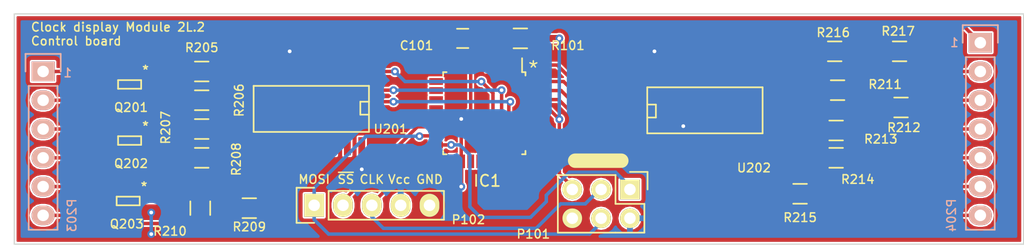
<source format=kicad_pcb>
(kicad_pcb (version 4) (host pcbnew no-vcs-found-product)

  (general
    (links 74)
    (no_connects 0)
    (area 115.481101 77.3037 205.8289 99.110001)
    (thickness 1.6)
    (drawings 14)
    (tracks 294)
    (zones 0)
    (modules 25)
    (nets 47)
  )

  (page A4)
  (title_block
    (title "Clock Display Module")
    (rev 4L.2)
  )

  (layers
    (0 F.Cu signal)
    (31 B.Cu signal)
    (32 B.Adhes user)
    (33 F.Adhes user)
    (34 B.Paste user)
    (35 F.Paste user)
    (36 B.SilkS user)
    (37 F.SilkS user)
    (38 B.Mask user)
    (39 F.Mask user)
    (40 Dwgs.User user)
    (41 Cmts.User user)
    (42 Eco1.User user)
    (43 Eco2.User user)
    (44 Edge.Cuts user)
    (45 Margin user)
    (46 B.CrtYd user)
    (47 F.CrtYd user)
    (48 B.Fab user)
    (49 F.Fab user)
  )

  (setup
    (last_trace_width 0.3048)
    (user_trace_width 0.3048)
    (user_trace_width 0.6096)
    (trace_clearance 0.1524)
    (zone_clearance 0.508)
    (zone_45_only no)
    (trace_min 0.1524)
    (segment_width 0.127)
    (edge_width 0.1)
    (via_size 0.6858)
    (via_drill 0.3302)
    (via_min_size 0.6858)
    (via_min_drill 0.3302)
    (uvia_size 0.508)
    (uvia_drill 0.127)
    (uvias_allowed no)
    (uvia_min_size 0.508)
    (uvia_min_drill 0.127)
    (pcb_text_width 0.3)
    (pcb_text_size 0.762 0.762)
    (mod_edge_width 0.1)
    (mod_text_size 0.762 0.762)
    (mod_text_width 0.127)
    (pad_size 1.5 1.5)
    (pad_drill 0.6)
    (pad_to_mask_clearance 0)
    (pad_to_paste_clearance 0.0254)
    (aux_axis_origin 0 0)
    (visible_elements FFFEFF7F)
    (pcbplotparams
      (layerselection 0x010fc_80000001)
      (usegerberextensions true)
      (excludeedgelayer true)
      (linewidth 0.100000)
      (plotframeref false)
      (viasonmask false)
      (mode 1)
      (useauxorigin false)
      (hpglpennumber 1)
      (hpglpenspeed 20)
      (hpglpendiameter 15)
      (hpglpenoverlay 2)
      (psnegative false)
      (psa4output false)
      (plotreference true)
      (plotvalue false)
      (plotinvisibletext false)
      (padsonsilk false)
      (subtractmaskfromsilk true)
      (outputformat 1)
      (mirror false)
      (drillshape 0)
      (scaleselection 1)
      (outputdirectory gerbers/))
  )

  (net 0 "")
  (net 1 GND)
  (net 2 Reset)
  (net 3 MOSI)
  (net 4 CLK)
  (net 5 C_Dig_0)
  (net 6 C_Dig_1)
  (net 7 C_Dig_2)
  (net 8 C_Dig_3)
  (net 9 C_Colon)
  (net 10 C_Signal)
  (net 11 "Net-(Q201-Pad2)")
  (net 12 "Net-(Q201-Pad5)")
  (net 13 "Net-(Q202-Pad2)")
  (net 14 "Net-(Q202-Pad5)")
  (net 15 "Net-(Q203-Pad2)")
  (net 16 "Net-(Q203-Pad5)")
  (net 17 "Net-(R205-Pad2)")
  (net 18 "Net-(R206-Pad2)")
  (net 19 "Net-(R207-Pad2)")
  (net 20 "Net-(R208-Pad2)")
  (net 21 "Net-(R209-Pad2)")
  (net 22 "Net-(R210-Pad2)")
  (net 23 "Net-(R211-Pad2)")
  (net 24 "Net-(R212-Pad2)")
  (net 25 "Net-(R213-Pad2)")
  (net 26 "Net-(R214-Pad2)")
  (net 27 "Net-(R215-Pad2)")
  (net 28 "Net-(R216-Pad2)")
  (net 29 "Net-(R217-Pad2)")
  (net 30 "/Display Driver/C_Seg_A")
  (net 31 "/Display Driver/C_Seg_B")
  (net 32 "/Display Driver/C_Seg_C")
  (net 33 "/Display Driver/C_Seg_D")
  (net 34 "/Display Driver/C_Seg_E")
  (net 35 "/Display Driver/C_Seg_F")
  (net 36 "/Display Driver/C_Seg_G")
  (net 37 D)
  (net 38 ~SS)
  (net 39 MISO)
  (net 40 A0)
  (net 41 A1)
  (net 42 A2)
  (net 43 A)
  (net 44 B)
  (net 45 C)
  (net 46 VCC)

  (net_class Default "This is the default net class."
    (clearance 0.1524)
    (trace_width 0.1524)
    (via_dia 0.6858)
    (via_drill 0.3302)
    (uvia_dia 0.508)
    (uvia_drill 0.127)
    (add_net "/Display Driver/C_Seg_A")
    (add_net "/Display Driver/C_Seg_B")
    (add_net "/Display Driver/C_Seg_C")
    (add_net "/Display Driver/C_Seg_D")
    (add_net "/Display Driver/C_Seg_E")
    (add_net "/Display Driver/C_Seg_F")
    (add_net "/Display Driver/C_Seg_G")
    (add_net A)
    (add_net A0)
    (add_net A1)
    (add_net A2)
    (add_net B)
    (add_net C)
    (add_net CLK)
    (add_net C_Colon)
    (add_net C_Dig_0)
    (add_net C_Dig_1)
    (add_net C_Dig_2)
    (add_net C_Dig_3)
    (add_net C_Signal)
    (add_net D)
    (add_net GND)
    (add_net MISO)
    (add_net MOSI)
    (add_net "Net-(Q201-Pad2)")
    (add_net "Net-(Q201-Pad5)")
    (add_net "Net-(Q202-Pad2)")
    (add_net "Net-(Q202-Pad5)")
    (add_net "Net-(Q203-Pad2)")
    (add_net "Net-(Q203-Pad5)")
    (add_net "Net-(R205-Pad2)")
    (add_net "Net-(R206-Pad2)")
    (add_net "Net-(R207-Pad2)")
    (add_net "Net-(R208-Pad2)")
    (add_net "Net-(R209-Pad2)")
    (add_net "Net-(R210-Pad2)")
    (add_net "Net-(R211-Pad2)")
    (add_net "Net-(R212-Pad2)")
    (add_net "Net-(R213-Pad2)")
    (add_net "Net-(R214-Pad2)")
    (add_net "Net-(R215-Pad2)")
    (add_net "Net-(R216-Pad2)")
    (add_net "Net-(R217-Pad2)")
    (add_net Reset)
    (add_net VCC)
    (add_net ~SS)
  )

  (module Capacitors_SMD:C_0805_HandSoldering (layer F.Cu) (tedit 55B263D9) (tstamp 558B15BA)
    (at 156.337 80.899 180)
    (descr "Capacitor SMD 0805, hand soldering")
    (tags "capacitor 0805")
    (path /5575BAA8)
    (attr smd)
    (fp_text reference C101 (at 4.064 -0.635 180) (layer F.SilkS)
      (effects (font (size 0.762 0.762) (thickness 0.127)))
    )
    (fp_text value 0.1u (at 0 2.1 180) (layer F.Fab)
      (effects (font (size 0.762 0.762) (thickness 0.127)))
    )
    (fp_line (start -2.3 -1) (end 2.3 -1) (layer F.CrtYd) (width 0.05))
    (fp_line (start -2.3 1) (end 2.3 1) (layer F.CrtYd) (width 0.05))
    (fp_line (start -2.3 -1) (end -2.3 1) (layer F.CrtYd) (width 0.05))
    (fp_line (start 2.3 -1) (end 2.3 1) (layer F.CrtYd) (width 0.05))
    (fp_line (start 0.5 -0.85) (end -0.5 -0.85) (layer F.SilkS) (width 0.15))
    (fp_line (start -0.5 0.85) (end 0.5 0.85) (layer F.SilkS) (width 0.15))
    (pad 1 smd rect (at -1.25 0 180) (size 1.5 1.25) (layers F.Cu F.Paste F.Mask)
      (net 46 VCC))
    (pad 2 smd rect (at 1.25 0 180) (size 1.5 1.25) (layers F.Cu F.Paste F.Mask)
      (net 1 GND))
    (model Capacitors_SMD.3dshapes/C_0805_HandSoldering.wrl
      (at (xyz 0 0 0))
      (scale (xyz 1 1 1))
      (rotate (xyz 0 0 0))
    )
  )

  (module Pin_Headers:Pin_Header_Straight_1x06 (layer B.Cu) (tedit 558C453D) (tstamp 558B1742)
    (at 119.38 83.82 180)
    (descr "Through hole pin header")
    (tags "pin header")
    (path /5587144A/5589E43E)
    (fp_text reference P203 (at -2.54 -12.7 270) (layer B.SilkS)
      (effects (font (size 0.762 0.762) (thickness 0.127)) (justify mirror))
    )
    (fp_text value CONN_01X06 (at 0 3.1 180) (layer B.Fab)
      (effects (font (size 0.762 0.762) (thickness 0.127)) (justify mirror))
    )
    (fp_line (start -1.75 1.75) (end -1.75 -14.45) (layer B.CrtYd) (width 0.05))
    (fp_line (start 1.75 1.75) (end 1.75 -14.45) (layer B.CrtYd) (width 0.05))
    (fp_line (start -1.75 1.75) (end 1.75 1.75) (layer B.CrtYd) (width 0.05))
    (fp_line (start -1.75 -14.45) (end 1.75 -14.45) (layer B.CrtYd) (width 0.05))
    (fp_line (start 1.27 -1.27) (end 1.27 -13.97) (layer B.SilkS) (width 0.15))
    (fp_line (start 1.27 -13.97) (end -1.27 -13.97) (layer B.SilkS) (width 0.15))
    (fp_line (start -1.27 -13.97) (end -1.27 -1.27) (layer B.SilkS) (width 0.15))
    (fp_line (start 1.55 1.55) (end 1.55 0) (layer B.SilkS) (width 0.15))
    (fp_line (start 1.27 -1.27) (end -1.27 -1.27) (layer B.SilkS) (width 0.15))
    (fp_line (start -1.55 0) (end -1.55 1.55) (layer B.SilkS) (width 0.15))
    (fp_line (start -1.55 1.55) (end 1.55 1.55) (layer B.SilkS) (width 0.15))
    (pad 1 thru_hole rect (at 0 0 180) (size 2.032 1.7272) (drill 1.016) (layers *.Cu *.Mask B.SilkS)
      (net 5 C_Dig_0))
    (pad 2 thru_hole oval (at 0 -2.54 180) (size 2.032 1.7272) (drill 1.016) (layers *.Cu *.Mask B.SilkS)
      (net 6 C_Dig_1))
    (pad 3 thru_hole oval (at 0 -5.08 180) (size 2.032 1.7272) (drill 1.016) (layers *.Cu *.Mask B.SilkS)
      (net 7 C_Dig_2))
    (pad 4 thru_hole oval (at 0 -7.62 180) (size 2.032 1.7272) (drill 1.016) (layers *.Cu *.Mask B.SilkS)
      (net 8 C_Dig_3))
    (pad 5 thru_hole oval (at 0 -10.16 180) (size 2.032 1.7272) (drill 1.016) (layers *.Cu *.Mask B.SilkS)
      (net 9 C_Colon))
    (pad 6 thru_hole oval (at 0 -12.7 180) (size 2.032 1.7272) (drill 1.016) (layers *.Cu *.Mask B.SilkS)
      (net 10 C_Signal))
    (model Pin_Headers.3dshapes/Pin_Header_Straight_1x06.wrl
      (at (xyz 0 -0.25 0))
      (scale (xyz 1 1 1))
      (rotate (xyz 0 0 90))
    )
  )

  (module Pin_Headers:Pin_Header_Straight_1x07 (layer B.Cu) (tedit 558C4BE4) (tstamp 558B1758)
    (at 201.93 81.28 180)
    (descr "Through hole pin header")
    (tags "pin header")
    (path /5587144A/5589E0CB)
    (fp_text reference P204 (at 2.54 -15.24 270) (layer B.SilkS)
      (effects (font (size 0.762 0.762) (thickness 0.127)) (justify mirror))
    )
    (fp_text value CONN_01X07 (at 0 3.1 180) (layer B.Fab)
      (effects (font (size 0.762 0.762) (thickness 0.127)) (justify mirror))
    )
    (fp_line (start -1.75 1.75) (end -1.75 -17) (layer B.CrtYd) (width 0.05))
    (fp_line (start 1.75 1.75) (end 1.75 -17) (layer B.CrtYd) (width 0.05))
    (fp_line (start -1.75 1.75) (end 1.75 1.75) (layer B.CrtYd) (width 0.05))
    (fp_line (start -1.75 -17) (end 1.75 -17) (layer B.CrtYd) (width 0.05))
    (fp_line (start 1.27 -1.27) (end 1.27 -16.51) (layer B.SilkS) (width 0.15))
    (fp_line (start 1.27 -16.51) (end -1.27 -16.51) (layer B.SilkS) (width 0.15))
    (fp_line (start -1.27 -16.51) (end -1.27 -1.27) (layer B.SilkS) (width 0.15))
    (fp_line (start 1.55 1.55) (end 1.55 0) (layer B.SilkS) (width 0.15))
    (fp_line (start 1.27 -1.27) (end -1.27 -1.27) (layer B.SilkS) (width 0.15))
    (fp_line (start -1.55 0) (end -1.55 1.55) (layer B.SilkS) (width 0.15))
    (fp_line (start -1.55 1.55) (end 1.55 1.55) (layer B.SilkS) (width 0.15))
    (pad 1 thru_hole rect (at 0 0 180) (size 2.032 1.7272) (drill 1.016) (layers *.Cu *.Mask B.SilkS)
      (net 35 "/Display Driver/C_Seg_F"))
    (pad 2 thru_hole oval (at 0 -2.54 180) (size 2.032 1.7272) (drill 1.016) (layers *.Cu *.Mask B.SilkS)
      (net 36 "/Display Driver/C_Seg_G"))
    (pad 3 thru_hole oval (at 0 -5.08 180) (size 2.032 1.7272) (drill 1.016) (layers *.Cu *.Mask B.SilkS)
      (net 30 "/Display Driver/C_Seg_A"))
    (pad 4 thru_hole oval (at 0 -7.62 180) (size 2.032 1.7272) (drill 1.016) (layers *.Cu *.Mask B.SilkS)
      (net 31 "/Display Driver/C_Seg_B"))
    (pad 5 thru_hole oval (at 0 -10.16 180) (size 2.032 1.7272) (drill 1.016) (layers *.Cu *.Mask B.SilkS)
      (net 32 "/Display Driver/C_Seg_C"))
    (pad 6 thru_hole oval (at 0 -12.7 180) (size 2.032 1.7272) (drill 1.016) (layers *.Cu *.Mask B.SilkS)
      (net 33 "/Display Driver/C_Seg_D"))
    (pad 7 thru_hole oval (at 0 -15.24 180) (size 2.032 1.7272) (drill 1.016) (layers *.Cu *.Mask B.SilkS)
      (net 34 "/Display Driver/C_Seg_E"))
    (model Pin_Headers.3dshapes/Pin_Header_Straight_1x07.wrl
      (at (xyz 0 -0.3 0))
      (scale (xyz 1 1 1))
      (rotate (xyz 0 0 90))
    )
  )

  (module ClockFootprints:SOT-363 (layer F.Cu) (tedit 558C519D) (tstamp 558B1767)
    (at 127 84.963 180)
    (path /5587144A/558A038F)
    (fp_text reference Q201 (at -0.127 -2.032 180) (layer F.SilkS)
      (effects (font (size 0.762 0.762) (thickness 0.127)))
    )
    (fp_text value BC856BS (at 0 -2.159 180) (layer F.Fab) hide
      (effects (font (size 0.762 0.762) (thickness 0.127)))
    )
    (fp_text user * (at -1.397 1.27 180) (layer F.SilkS)
      (effects (font (size 0.762 0.762) (thickness 0.127)))
    )
    (fp_line (start -1.016 -0.381) (end 1.016 -0.381) (layer F.SilkS) (width 0.15))
    (fp_line (start 1.016 -0.381) (end 1.016 0.381) (layer F.SilkS) (width 0.15))
    (fp_line (start 1.016 0.381) (end -1.016 0.381) (layer F.SilkS) (width 0.15))
    (fp_line (start -1.016 0.381) (end -1.016 -0.381) (layer F.SilkS) (width 0.15))
    (pad 2 smd rect (at 0 0.8375 180) (size 0.3 0.525) (layers F.Cu F.Paste F.Mask)
      (net 11 "Net-(Q201-Pad2)"))
    (pad 5 smd rect (at 0 -0.8375 180) (size 0.3 0.525) (layers F.Cu F.Paste F.Mask)
      (net 12 "Net-(Q201-Pad5)"))
    (pad 6 smd rect (at -0.65 -0.8375 180) (size 0.3 0.525) (layers F.Cu F.Paste F.Mask)
      (net 1 GND))
    (pad 4 smd rect (at 0.65 -0.8375 180) (size 0.3 0.525) (layers F.Cu F.Paste F.Mask)
      (net 6 C_Dig_1))
    (pad 3 smd rect (at 0.65 0.8375 180) (size 0.3 0.525) (layers F.Cu F.Paste F.Mask)
      (net 1 GND))
    (pad 1 smd rect (at -0.65 0.8375 180) (size 0.3 0.525) (layers F.Cu F.Paste F.Mask)
      (net 5 C_Dig_0))
  )

  (module ClockFootprints:SOT-363 (layer F.Cu) (tedit 558C5198) (tstamp 558B1776)
    (at 127 89.916 180)
    (path /5587144A/558A04DE)
    (fp_text reference Q202 (at -0.127 -2.032 180) (layer F.SilkS)
      (effects (font (size 0.762 0.762) (thickness 0.127)))
    )
    (fp_text value BC856BS (at 0 -2.159 180) (layer F.Fab) hide
      (effects (font (size 0.762 0.762) (thickness 0.127)))
    )
    (fp_text user * (at -1.397 1.27 180) (layer F.SilkS)
      (effects (font (size 0.762 0.762) (thickness 0.127)))
    )
    (fp_line (start -1.016 -0.381) (end 1.016 -0.381) (layer F.SilkS) (width 0.15))
    (fp_line (start 1.016 -0.381) (end 1.016 0.381) (layer F.SilkS) (width 0.15))
    (fp_line (start 1.016 0.381) (end -1.016 0.381) (layer F.SilkS) (width 0.15))
    (fp_line (start -1.016 0.381) (end -1.016 -0.381) (layer F.SilkS) (width 0.15))
    (pad 2 smd rect (at 0 0.8375 180) (size 0.3 0.525) (layers F.Cu F.Paste F.Mask)
      (net 13 "Net-(Q202-Pad2)"))
    (pad 5 smd rect (at 0 -0.8375 180) (size 0.3 0.525) (layers F.Cu F.Paste F.Mask)
      (net 14 "Net-(Q202-Pad5)"))
    (pad 6 smd rect (at -0.65 -0.8375 180) (size 0.3 0.525) (layers F.Cu F.Paste F.Mask)
      (net 1 GND))
    (pad 4 smd rect (at 0.65 -0.8375 180) (size 0.3 0.525) (layers F.Cu F.Paste F.Mask)
      (net 8 C_Dig_3))
    (pad 3 smd rect (at 0.65 0.8375 180) (size 0.3 0.525) (layers F.Cu F.Paste F.Mask)
      (net 1 GND))
    (pad 1 smd rect (at -0.65 0.8375 180) (size 0.3 0.525) (layers F.Cu F.Paste F.Mask)
      (net 7 C_Dig_2))
  )

  (module ClockFootprints:SOT-363 (layer F.Cu) (tedit 558C5194) (tstamp 558B1785)
    (at 126.873 95.25 180)
    (path /5587144A/558A05C1)
    (fp_text reference Q203 (at 0.127 -2.032 180) (layer F.SilkS)
      (effects (font (size 0.762 0.762) (thickness 0.127)))
    )
    (fp_text value BC856BS (at 0 -2.159 180) (layer F.Fab) hide
      (effects (font (size 0.762 0.762) (thickness 0.127)))
    )
    (fp_text user * (at -1.397 1.27 180) (layer F.SilkS)
      (effects (font (size 0.762 0.762) (thickness 0.127)))
    )
    (fp_line (start -1.016 -0.381) (end 1.016 -0.381) (layer F.SilkS) (width 0.15))
    (fp_line (start 1.016 -0.381) (end 1.016 0.381) (layer F.SilkS) (width 0.15))
    (fp_line (start 1.016 0.381) (end -1.016 0.381) (layer F.SilkS) (width 0.15))
    (fp_line (start -1.016 0.381) (end -1.016 -0.381) (layer F.SilkS) (width 0.15))
    (pad 2 smd rect (at 0 0.8375 180) (size 0.3 0.525) (layers F.Cu F.Paste F.Mask)
      (net 15 "Net-(Q203-Pad2)"))
    (pad 5 smd rect (at 0 -0.8375 180) (size 0.3 0.525) (layers F.Cu F.Paste F.Mask)
      (net 16 "Net-(Q203-Pad5)"))
    (pad 6 smd rect (at -0.65 -0.8375 180) (size 0.3 0.525) (layers F.Cu F.Paste F.Mask)
      (net 1 GND))
    (pad 4 smd rect (at 0.65 -0.8375 180) (size 0.3 0.525) (layers F.Cu F.Paste F.Mask)
      (net 10 C_Signal))
    (pad 3 smd rect (at 0.65 0.8375 180) (size 0.3 0.525) (layers F.Cu F.Paste F.Mask)
      (net 1 GND))
    (pad 1 smd rect (at -0.65 0.8375 180) (size 0.3 0.525) (layers F.Cu F.Paste F.Mask)
      (net 9 C_Colon))
  )

  (module Resistors_SMD:R_0805_HandSoldering (layer F.Cu) (tedit 55B263D5) (tstamp 558B1791)
    (at 161.417 80.899)
    (descr "Resistor SMD 0805, hand soldering")
    (tags "resistor 0805")
    (path /5575BA42)
    (attr smd)
    (fp_text reference R101 (at 4.191 0.635) (layer F.SilkS)
      (effects (font (size 0.762 0.762) (thickness 0.127)))
    )
    (fp_text value 10K (at 0 2.1) (layer F.Fab)
      (effects (font (size 0.762 0.762) (thickness 0.127)))
    )
    (fp_line (start -2.4 -1) (end 2.4 -1) (layer F.CrtYd) (width 0.05))
    (fp_line (start -2.4 1) (end 2.4 1) (layer F.CrtYd) (width 0.05))
    (fp_line (start -2.4 -1) (end -2.4 1) (layer F.CrtYd) (width 0.05))
    (fp_line (start 2.4 -1) (end 2.4 1) (layer F.CrtYd) (width 0.05))
    (fp_line (start 0.6 0.875) (end -0.6 0.875) (layer F.SilkS) (width 0.15))
    (fp_line (start -0.6 -0.875) (end 0.6 -0.875) (layer F.SilkS) (width 0.15))
    (pad 1 smd rect (at -1.35 0) (size 1.5 1.3) (layers F.Cu F.Paste F.Mask)
      (net 46 VCC))
    (pad 2 smd rect (at 1.35 0) (size 1.5 1.3) (layers F.Cu F.Paste F.Mask)
      (net 2 Reset))
    (model Resistors_SMD.3dshapes/R_0805_HandSoldering.wrl
      (at (xyz 0 0 0))
      (scale (xyz 1 1 1))
      (rotate (xyz 0 0 0))
    )
  )

  (module Resistors_SMD:R_0805_HandSoldering (layer F.Cu) (tedit 54189DEE) (tstamp 558B17CD)
    (at 133.35 83.82)
    (descr "Resistor SMD 0805, hand soldering")
    (tags "resistor 0805")
    (path /5587144A/55873377)
    (attr smd)
    (fp_text reference R205 (at 0 -2.1) (layer F.SilkS)
      (effects (font (size 0.762 0.762) (thickness 0.127)))
    )
    (fp_text value 500 (at 0 2.1) (layer F.Fab)
      (effects (font (size 0.762 0.762) (thickness 0.127)))
    )
    (fp_line (start -2.4 -1) (end 2.4 -1) (layer F.CrtYd) (width 0.05))
    (fp_line (start -2.4 1) (end 2.4 1) (layer F.CrtYd) (width 0.05))
    (fp_line (start -2.4 -1) (end -2.4 1) (layer F.CrtYd) (width 0.05))
    (fp_line (start 2.4 -1) (end 2.4 1) (layer F.CrtYd) (width 0.05))
    (fp_line (start 0.6 0.875) (end -0.6 0.875) (layer F.SilkS) (width 0.15))
    (fp_line (start -0.6 -0.875) (end 0.6 -0.875) (layer F.SilkS) (width 0.15))
    (pad 1 smd rect (at -1.35 0) (size 1.5 1.3) (layers F.Cu F.Paste F.Mask)
      (net 11 "Net-(Q201-Pad2)"))
    (pad 2 smd rect (at 1.35 0) (size 1.5 1.3) (layers F.Cu F.Paste F.Mask)
      (net 17 "Net-(R205-Pad2)"))
    (model Resistors_SMD.3dshapes/R_0805_HandSoldering.wrl
      (at (xyz 0 0 0))
      (scale (xyz 1 1 1))
      (rotate (xyz 0 0 0))
    )
  )

  (module Resistors_SMD:R_0805_HandSoldering (layer F.Cu) (tedit 558C5531) (tstamp 558B17D9)
    (at 133.35 86.36)
    (descr "Resistor SMD 0805, hand soldering")
    (tags "resistor 0805")
    (path /5587144A/558747A2)
    (attr smd)
    (fp_text reference R206 (at 3.302 0 90) (layer F.SilkS)
      (effects (font (size 0.762 0.762) (thickness 0.127)))
    )
    (fp_text value 500 (at 0 2.1) (layer F.Fab)
      (effects (font (size 0.762 0.762) (thickness 0.127)))
    )
    (fp_line (start -2.4 -1) (end 2.4 -1) (layer F.CrtYd) (width 0.05))
    (fp_line (start -2.4 1) (end 2.4 1) (layer F.CrtYd) (width 0.05))
    (fp_line (start -2.4 -1) (end -2.4 1) (layer F.CrtYd) (width 0.05))
    (fp_line (start 2.4 -1) (end 2.4 1) (layer F.CrtYd) (width 0.05))
    (fp_line (start 0.6 0.875) (end -0.6 0.875) (layer F.SilkS) (width 0.15))
    (fp_line (start -0.6 -0.875) (end 0.6 -0.875) (layer F.SilkS) (width 0.15))
    (pad 1 smd rect (at -1.35 0) (size 1.5 1.3) (layers F.Cu F.Paste F.Mask)
      (net 12 "Net-(Q201-Pad5)"))
    (pad 2 smd rect (at 1.35 0) (size 1.5 1.3) (layers F.Cu F.Paste F.Mask)
      (net 18 "Net-(R206-Pad2)"))
    (model Resistors_SMD.3dshapes/R_0805_HandSoldering.wrl
      (at (xyz 0 0 0))
      (scale (xyz 1 1 1))
      (rotate (xyz 0 0 0))
    )
  )

  (module Resistors_SMD:R_0805_HandSoldering (layer F.Cu) (tedit 558C5562) (tstamp 558B17E5)
    (at 133.35 88.9)
    (descr "Resistor SMD 0805, hand soldering")
    (tags "resistor 0805")
    (path /5587144A/55874B76)
    (attr smd)
    (fp_text reference R207 (at -3.175 -0.127 90) (layer F.SilkS)
      (effects (font (size 0.762 0.762) (thickness 0.127)))
    )
    (fp_text value 500 (at 0 2.1) (layer F.Fab)
      (effects (font (size 0.762 0.762) (thickness 0.127)))
    )
    (fp_line (start -2.4 -1) (end 2.4 -1) (layer F.CrtYd) (width 0.05))
    (fp_line (start -2.4 1) (end 2.4 1) (layer F.CrtYd) (width 0.05))
    (fp_line (start -2.4 -1) (end -2.4 1) (layer F.CrtYd) (width 0.05))
    (fp_line (start 2.4 -1) (end 2.4 1) (layer F.CrtYd) (width 0.05))
    (fp_line (start 0.6 0.875) (end -0.6 0.875) (layer F.SilkS) (width 0.15))
    (fp_line (start -0.6 -0.875) (end 0.6 -0.875) (layer F.SilkS) (width 0.15))
    (pad 1 smd rect (at -1.35 0) (size 1.5 1.3) (layers F.Cu F.Paste F.Mask)
      (net 13 "Net-(Q202-Pad2)"))
    (pad 2 smd rect (at 1.35 0) (size 1.5 1.3) (layers F.Cu F.Paste F.Mask)
      (net 19 "Net-(R207-Pad2)"))
    (model Resistors_SMD.3dshapes/R_0805_HandSoldering.wrl
      (at (xyz 0 0 0))
      (scale (xyz 1 1 1))
      (rotate (xyz 0 0 0))
    )
  )

  (module Resistors_SMD:R_0805_HandSoldering (layer F.Cu) (tedit 558C5548) (tstamp 558B17F1)
    (at 133.35 91.44)
    (descr "Resistor SMD 0805, hand soldering")
    (tags "resistor 0805")
    (path /5587144A/55874B8E)
    (attr smd)
    (fp_text reference R208 (at 3.048 0.127 90) (layer F.SilkS)
      (effects (font (size 0.762 0.762) (thickness 0.127)))
    )
    (fp_text value 500 (at 0 2.1) (layer F.Fab)
      (effects (font (size 0.762 0.762) (thickness 0.127)))
    )
    (fp_line (start -2.4 -1) (end 2.4 -1) (layer F.CrtYd) (width 0.05))
    (fp_line (start -2.4 1) (end 2.4 1) (layer F.CrtYd) (width 0.05))
    (fp_line (start -2.4 -1) (end -2.4 1) (layer F.CrtYd) (width 0.05))
    (fp_line (start 2.4 -1) (end 2.4 1) (layer F.CrtYd) (width 0.05))
    (fp_line (start 0.6 0.875) (end -0.6 0.875) (layer F.SilkS) (width 0.15))
    (fp_line (start -0.6 -0.875) (end 0.6 -0.875) (layer F.SilkS) (width 0.15))
    (pad 1 smd rect (at -1.35 0) (size 1.5 1.3) (layers F.Cu F.Paste F.Mask)
      (net 14 "Net-(Q202-Pad5)"))
    (pad 2 smd rect (at 1.35 0) (size 1.5 1.3) (layers F.Cu F.Paste F.Mask)
      (net 20 "Net-(R208-Pad2)"))
    (model Resistors_SMD.3dshapes/R_0805_HandSoldering.wrl
      (at (xyz 0 0 0))
      (scale (xyz 1 1 1))
      (rotate (xyz 0 0 0))
    )
  )

  (module Resistors_SMD:R_0805_HandSoldering (layer F.Cu) (tedit 558C5610) (tstamp 558B17FD)
    (at 137.541 95.885)
    (descr "Resistor SMD 0805, hand soldering")
    (tags "resistor 0805")
    (path /5587144A/5587592B)
    (attr smd)
    (fp_text reference R209 (at 0 1.651 180) (layer F.SilkS)
      (effects (font (size 0.762 0.762) (thickness 0.127)))
    )
    (fp_text value 500 (at 0 2.1) (layer F.Fab)
      (effects (font (size 0.762 0.762) (thickness 0.127)))
    )
    (fp_line (start -2.4 -1) (end 2.4 -1) (layer F.CrtYd) (width 0.05))
    (fp_line (start -2.4 1) (end 2.4 1) (layer F.CrtYd) (width 0.05))
    (fp_line (start -2.4 -1) (end -2.4 1) (layer F.CrtYd) (width 0.05))
    (fp_line (start 2.4 -1) (end 2.4 1) (layer F.CrtYd) (width 0.05))
    (fp_line (start 0.6 0.875) (end -0.6 0.875) (layer F.SilkS) (width 0.15))
    (fp_line (start -0.6 -0.875) (end 0.6 -0.875) (layer F.SilkS) (width 0.15))
    (pad 1 smd rect (at -1.35 0) (size 1.5 1.3) (layers F.Cu F.Paste F.Mask)
      (net 15 "Net-(Q203-Pad2)"))
    (pad 2 smd rect (at 1.35 0) (size 1.5 1.3) (layers F.Cu F.Paste F.Mask)
      (net 21 "Net-(R209-Pad2)"))
    (model Resistors_SMD.3dshapes/R_0805_HandSoldering.wrl
      (at (xyz 0 0 0))
      (scale (xyz 1 1 1))
      (rotate (xyz 0 0 0))
    )
  )

  (module Resistors_SMD:R_0805_HandSoldering (layer F.Cu) (tedit 558C5619) (tstamp 558B1809)
    (at 133.223 95.885 90)
    (descr "Resistor SMD 0805, hand soldering")
    (tags "resistor 0805")
    (path /5587144A/55875943)
    (attr smd)
    (fp_text reference R210 (at -2.032 -2.667 360) (layer F.SilkS)
      (effects (font (size 0.762 0.762) (thickness 0.127)))
    )
    (fp_text value 500 (at 0 2.1 90) (layer F.Fab)
      (effects (font (size 0.762 0.762) (thickness 0.127)))
    )
    (fp_line (start -2.4 -1) (end 2.4 -1) (layer F.CrtYd) (width 0.05))
    (fp_line (start -2.4 1) (end 2.4 1) (layer F.CrtYd) (width 0.05))
    (fp_line (start -2.4 -1) (end -2.4 1) (layer F.CrtYd) (width 0.05))
    (fp_line (start 2.4 -1) (end 2.4 1) (layer F.CrtYd) (width 0.05))
    (fp_line (start 0.6 0.875) (end -0.6 0.875) (layer F.SilkS) (width 0.15))
    (fp_line (start -0.6 -0.875) (end 0.6 -0.875) (layer F.SilkS) (width 0.15))
    (pad 1 smd rect (at -1.35 0 90) (size 1.5 1.3) (layers F.Cu F.Paste F.Mask)
      (net 16 "Net-(Q203-Pad5)"))
    (pad 2 smd rect (at 1.35 0 90) (size 1.5 1.3) (layers F.Cu F.Paste F.Mask)
      (net 22 "Net-(R210-Pad2)"))
    (model Resistors_SMD.3dshapes/R_0805_HandSoldering.wrl
      (at (xyz 0 0 0))
      (scale (xyz 1 1 1))
      (rotate (xyz 0 0 0))
    )
  )

  (module Resistors_SMD:R_0805_HandSoldering (layer F.Cu) (tedit 558C50FC) (tstamp 558B1815)
    (at 189.357 85.471 180)
    (descr "Resistor SMD 0805, hand soldering")
    (tags "resistor 0805")
    (path /5587144A/5587356B)
    (attr smd)
    (fp_text reference R211 (at -4.191 0.508 180) (layer F.SilkS)
      (effects (font (size 0.762 0.762) (thickness 0.127)))
    )
    (fp_text value 160 (at 0 2.1 180) (layer F.Fab)
      (effects (font (size 0.762 0.762) (thickness 0.127)))
    )
    (fp_line (start -2.4 -1) (end 2.4 -1) (layer F.CrtYd) (width 0.05))
    (fp_line (start -2.4 1) (end 2.4 1) (layer F.CrtYd) (width 0.05))
    (fp_line (start -2.4 -1) (end -2.4 1) (layer F.CrtYd) (width 0.05))
    (fp_line (start 2.4 -1) (end 2.4 1) (layer F.CrtYd) (width 0.05))
    (fp_line (start 0.6 0.875) (end -0.6 0.875) (layer F.SilkS) (width 0.15))
    (fp_line (start -0.6 -0.875) (end 0.6 -0.875) (layer F.SilkS) (width 0.15))
    (pad 1 smd rect (at -1.35 0 180) (size 1.5 1.3) (layers F.Cu F.Paste F.Mask)
      (net 30 "/Display Driver/C_Seg_A"))
    (pad 2 smd rect (at 1.35 0 180) (size 1.5 1.3) (layers F.Cu F.Paste F.Mask)
      (net 23 "Net-(R211-Pad2)"))
    (model Resistors_SMD.3dshapes/R_0805_HandSoldering.wrl
      (at (xyz 0 0 0))
      (scale (xyz 1 1 1))
      (rotate (xyz 0 0 0))
    )
  )

  (module Resistors_SMD:R_0805_HandSoldering (layer F.Cu) (tedit 558C4E3D) (tstamp 558B1821)
    (at 194.945 86.995 180)
    (descr "Resistor SMD 0805, hand soldering")
    (tags "resistor 0805")
    (path /5587144A/55873774)
    (attr smd)
    (fp_text reference R212 (at -0.254 -1.778 180) (layer F.SilkS)
      (effects (font (size 0.762 0.762) (thickness 0.127)))
    )
    (fp_text value 160 (at 0 2.1 180) (layer F.Fab)
      (effects (font (size 0.762 0.762) (thickness 0.127)))
    )
    (fp_line (start -2.4 -1) (end 2.4 -1) (layer F.CrtYd) (width 0.05))
    (fp_line (start -2.4 1) (end 2.4 1) (layer F.CrtYd) (width 0.05))
    (fp_line (start -2.4 -1) (end -2.4 1) (layer F.CrtYd) (width 0.05))
    (fp_line (start 2.4 -1) (end 2.4 1) (layer F.CrtYd) (width 0.05))
    (fp_line (start 0.6 0.875) (end -0.6 0.875) (layer F.SilkS) (width 0.15))
    (fp_line (start -0.6 -0.875) (end 0.6 -0.875) (layer F.SilkS) (width 0.15))
    (pad 1 smd rect (at -1.35 0 180) (size 1.5 1.3) (layers F.Cu F.Paste F.Mask)
      (net 31 "/Display Driver/C_Seg_B"))
    (pad 2 smd rect (at 1.35 0 180) (size 1.5 1.3) (layers F.Cu F.Paste F.Mask)
      (net 24 "Net-(R212-Pad2)"))
    (model Resistors_SMD.3dshapes/R_0805_HandSoldering.wrl
      (at (xyz 0 0 0))
      (scale (xyz 1 1 1))
      (rotate (xyz 0 0 0))
    )
  )

  (module Resistors_SMD:R_0805_HandSoldering (layer F.Cu) (tedit 558C50F8) (tstamp 558B182D)
    (at 189.23 89.027 180)
    (descr "Resistor SMD 0805, hand soldering")
    (tags "resistor 0805")
    (path /5587144A/5587381A)
    (attr smd)
    (fp_text reference R213 (at -3.937 -0.762 180) (layer F.SilkS)
      (effects (font (size 0.762 0.762) (thickness 0.127)))
    )
    (fp_text value 160 (at 0 2.1 180) (layer F.Fab)
      (effects (font (size 0.762 0.762) (thickness 0.127)))
    )
    (fp_line (start -2.4 -1) (end 2.4 -1) (layer F.CrtYd) (width 0.05))
    (fp_line (start -2.4 1) (end 2.4 1) (layer F.CrtYd) (width 0.05))
    (fp_line (start -2.4 -1) (end -2.4 1) (layer F.CrtYd) (width 0.05))
    (fp_line (start 2.4 -1) (end 2.4 1) (layer F.CrtYd) (width 0.05))
    (fp_line (start 0.6 0.875) (end -0.6 0.875) (layer F.SilkS) (width 0.15))
    (fp_line (start -0.6 -0.875) (end 0.6 -0.875) (layer F.SilkS) (width 0.15))
    (pad 1 smd rect (at -1.35 0 180) (size 1.5 1.3) (layers F.Cu F.Paste F.Mask)
      (net 32 "/Display Driver/C_Seg_C"))
    (pad 2 smd rect (at 1.35 0 180) (size 1.5 1.3) (layers F.Cu F.Paste F.Mask)
      (net 25 "Net-(R213-Pad2)"))
    (model Resistors_SMD.3dshapes/R_0805_HandSoldering.wrl
      (at (xyz 0 0 0))
      (scale (xyz 1 1 1))
      (rotate (xyz 0 0 0))
    )
  )

  (module Resistors_SMD:R_0805_HandSoldering (layer F.Cu) (tedit 558C4AC9) (tstamp 558B1839)
    (at 189.23 91.44 180)
    (descr "Resistor SMD 0805, hand soldering")
    (tags "resistor 0805")
    (path /5587144A/55873877)
    (attr smd)
    (fp_text reference R214 (at -1.905 -1.905 180) (layer F.SilkS)
      (effects (font (size 0.762 0.762) (thickness 0.127)))
    )
    (fp_text value 160 (at 0 2.1 180) (layer F.Fab)
      (effects (font (size 0.762 0.762) (thickness 0.127)))
    )
    (fp_line (start -2.4 -1) (end 2.4 -1) (layer F.CrtYd) (width 0.05))
    (fp_line (start -2.4 1) (end 2.4 1) (layer F.CrtYd) (width 0.05))
    (fp_line (start -2.4 -1) (end -2.4 1) (layer F.CrtYd) (width 0.05))
    (fp_line (start 2.4 -1) (end 2.4 1) (layer F.CrtYd) (width 0.05))
    (fp_line (start 0.6 0.875) (end -0.6 0.875) (layer F.SilkS) (width 0.15))
    (fp_line (start -0.6 -0.875) (end 0.6 -0.875) (layer F.SilkS) (width 0.15))
    (pad 1 smd rect (at -1.35 0 180) (size 1.5 1.3) (layers F.Cu F.Paste F.Mask)
      (net 33 "/Display Driver/C_Seg_D"))
    (pad 2 smd rect (at 1.35 0 180) (size 1.5 1.3) (layers F.Cu F.Paste F.Mask)
      (net 26 "Net-(R214-Pad2)"))
    (model Resistors_SMD.3dshapes/R_0805_HandSoldering.wrl
      (at (xyz 0 0 0))
      (scale (xyz 1 1 1))
      (rotate (xyz 0 0 0))
    )
  )

  (module Resistors_SMD:R_0805_HandSoldering (layer F.Cu) (tedit 54189DEE) (tstamp 558B1845)
    (at 186.055 94.615 180)
    (descr "Resistor SMD 0805, hand soldering")
    (tags "resistor 0805")
    (path /5587144A/55873973)
    (attr smd)
    (fp_text reference R215 (at 0 -2.1 180) (layer F.SilkS)
      (effects (font (size 0.762 0.762) (thickness 0.127)))
    )
    (fp_text value 160 (at 0 2.1 180) (layer F.Fab)
      (effects (font (size 0.762 0.762) (thickness 0.127)))
    )
    (fp_line (start -2.4 -1) (end 2.4 -1) (layer F.CrtYd) (width 0.05))
    (fp_line (start -2.4 1) (end 2.4 1) (layer F.CrtYd) (width 0.05))
    (fp_line (start -2.4 -1) (end -2.4 1) (layer F.CrtYd) (width 0.05))
    (fp_line (start 2.4 -1) (end 2.4 1) (layer F.CrtYd) (width 0.05))
    (fp_line (start 0.6 0.875) (end -0.6 0.875) (layer F.SilkS) (width 0.15))
    (fp_line (start -0.6 -0.875) (end 0.6 -0.875) (layer F.SilkS) (width 0.15))
    (pad 1 smd rect (at -1.35 0 180) (size 1.5 1.3) (layers F.Cu F.Paste F.Mask)
      (net 34 "/Display Driver/C_Seg_E"))
    (pad 2 smd rect (at 1.35 0 180) (size 1.5 1.3) (layers F.Cu F.Paste F.Mask)
      (net 27 "Net-(R215-Pad2)"))
    (model Resistors_SMD.3dshapes/R_0805_HandSoldering.wrl
      (at (xyz 0 0 0))
      (scale (xyz 1 1 1))
      (rotate (xyz 0 0 0))
    )
  )

  (module Resistors_SMD:R_0805_HandSoldering (layer F.Cu) (tedit 558C4AD9) (tstamp 558B1851)
    (at 189.103 82.042 180)
    (descr "Resistor SMD 0805, hand soldering")
    (tags "resistor 0805")
    (path /5587144A/558739F1)
    (attr smd)
    (fp_text reference R216 (at 0.127 1.651 180) (layer F.SilkS)
      (effects (font (size 0.762 0.762) (thickness 0.127)))
    )
    (fp_text value 160 (at 0 2.1 180) (layer F.Fab)
      (effects (font (size 0.762 0.762) (thickness 0.127)))
    )
    (fp_line (start -2.4 -1) (end 2.4 -1) (layer F.CrtYd) (width 0.05))
    (fp_line (start -2.4 1) (end 2.4 1) (layer F.CrtYd) (width 0.05))
    (fp_line (start -2.4 -1) (end -2.4 1) (layer F.CrtYd) (width 0.05))
    (fp_line (start 2.4 -1) (end 2.4 1) (layer F.CrtYd) (width 0.05))
    (fp_line (start 0.6 0.875) (end -0.6 0.875) (layer F.SilkS) (width 0.15))
    (fp_line (start -0.6 -0.875) (end 0.6 -0.875) (layer F.SilkS) (width 0.15))
    (pad 1 smd rect (at -1.35 0 180) (size 1.5 1.3) (layers F.Cu F.Paste F.Mask)
      (net 35 "/Display Driver/C_Seg_F"))
    (pad 2 smd rect (at 1.35 0 180) (size 1.5 1.3) (layers F.Cu F.Paste F.Mask)
      (net 28 "Net-(R216-Pad2)"))
    (model Resistors_SMD.3dshapes/R_0805_HandSoldering.wrl
      (at (xyz 0 0 0))
      (scale (xyz 1 1 1))
      (rotate (xyz 0 0 0))
    )
  )

  (module Resistors_SMD:R_0805_HandSoldering (layer F.Cu) (tedit 558C4ADC) (tstamp 558B185D)
    (at 194.818 82.042 180)
    (descr "Resistor SMD 0805, hand soldering")
    (tags "resistor 0805")
    (path /5587144A/55873A73)
    (attr smd)
    (fp_text reference R217 (at 0.127 1.778 180) (layer F.SilkS)
      (effects (font (size 0.762 0.762) (thickness 0.127)))
    )
    (fp_text value 160 (at 0 2.1 180) (layer F.Fab)
      (effects (font (size 0.762 0.762) (thickness 0.127)))
    )
    (fp_line (start -2.4 -1) (end 2.4 -1) (layer F.CrtYd) (width 0.05))
    (fp_line (start -2.4 1) (end 2.4 1) (layer F.CrtYd) (width 0.05))
    (fp_line (start -2.4 -1) (end -2.4 1) (layer F.CrtYd) (width 0.05))
    (fp_line (start 2.4 -1) (end 2.4 1) (layer F.CrtYd) (width 0.05))
    (fp_line (start 0.6 0.875) (end -0.6 0.875) (layer F.SilkS) (width 0.15))
    (fp_line (start -0.6 -0.875) (end 0.6 -0.875) (layer F.SilkS) (width 0.15))
    (pad 1 smd rect (at -1.35 0 180) (size 1.5 1.3) (layers F.Cu F.Paste F.Mask)
      (net 36 "/Display Driver/C_Seg_G"))
    (pad 2 smd rect (at 1.35 0 180) (size 1.5 1.3) (layers F.Cu F.Paste F.Mask)
      (net 29 "Net-(R217-Pad2)"))
    (model Resistors_SMD.3dshapes/R_0805_HandSoldering.wrl
      (at (xyz 0 0 0))
      (scale (xyz 1 1 1))
      (rotate (xyz 0 0 0))
    )
  )

  (module ClockFootprints:SOIC-16 (layer F.Cu) (tedit 55B263B6) (tstamp 558B1878)
    (at 142.875 87.122 180)
    (path /5587144A/55871036)
    (fp_text reference U201 (at -7.112 -1.778 360) (layer F.SilkS)
      (effects (font (size 0.762 0.762) (thickness 0.127)))
    )
    (fp_text value SN74LS138 (at 0 -5.08 180) (layer F.Fab) hide
      (effects (font (size 0.762 0.762) (thickness 0.127)))
    )
    (fp_line (start -5.207 -0.508) (end -4.445 -0.508) (layer F.SilkS) (width 0.15))
    (fp_line (start -4.445 -0.508) (end -4.445 0.635) (layer F.SilkS) (width 0.15))
    (fp_line (start -4.445 0.635) (end -5.207 0.635) (layer F.SilkS) (width 0.15))
    (fp_line (start -5.207 -2.032) (end 4.953 -2.032) (layer F.SilkS) (width 0.15))
    (fp_line (start 4.953 -2.032) (end 4.953 2.032) (layer F.SilkS) (width 0.15))
    (fp_line (start 4.953 2.032) (end -5.207 2.032) (layer F.SilkS) (width 0.15))
    (fp_line (start -5.207 2.032) (end -5.207 -2.032) (layer F.SilkS) (width 0.15))
    (pad 1 smd rect (at -4.572 3.3 180) (size 0.6 1.6) (layers F.Cu F.Paste F.Mask)
      (net 40 A0))
    (pad 2 smd rect (at -3.302 3.3 180) (size 0.6 1.6) (layers F.Cu F.Paste F.Mask)
      (net 41 A1))
    (pad 3 smd rect (at -2.032 3.3 180) (size 0.6 1.6) (layers F.Cu F.Paste F.Mask)
      (net 42 A2))
    (pad 4 smd rect (at -0.762 3.3 180) (size 0.6 1.6) (layers F.Cu F.Paste F.Mask)
      (net 1 GND))
    (pad 5 smd rect (at 0.508 3.302 180) (size 0.6 1.6) (layers F.Cu F.Paste F.Mask)
      (net 1 GND))
    (pad 6 smd rect (at 1.778 3.3 180) (size 0.6 1.5) (layers F.Cu F.Paste F.Mask)
      (net 46 VCC))
    (pad 7 smd rect (at 3.048 3.3 180) (size 0.6 1.6) (layers F.Cu F.Paste F.Mask))
    (pad 8 smd rect (at 4.318 3.3 180) (size 0.6 1.6) (layers F.Cu F.Paste F.Mask)
      (net 1 GND))
    (pad 9 smd rect (at 4.318 -3.3 180) (size 0.6 1.6) (layers F.Cu F.Paste F.Mask))
    (pad 10 smd rect (at 3.048 -3.3 180) (size 0.6 1.6) (layers F.Cu F.Paste F.Mask)
      (net 22 "Net-(R210-Pad2)"))
    (pad 11 smd rect (at 1.778 -3.3 180) (size 0.6 1.6) (layers F.Cu F.Paste F.Mask)
      (net 21 "Net-(R209-Pad2)"))
    (pad 12 smd rect (at 0.508 -3.3 180) (size 0.6 1.6) (layers F.Cu F.Paste F.Mask)
      (net 20 "Net-(R208-Pad2)"))
    (pad 13 smd rect (at -0.762 -3.3 180) (size 0.6 1.6) (layers F.Cu F.Paste F.Mask)
      (net 19 "Net-(R207-Pad2)"))
    (pad 14 smd rect (at -2.032 -3.3 180) (size 0.6 1.6) (layers F.Cu F.Paste F.Mask)
      (net 18 "Net-(R206-Pad2)"))
    (pad 15 smd rect (at -3.302 -3.3 180) (size 0.6 1.6) (layers F.Cu F.Paste F.Mask)
      (net 17 "Net-(R205-Pad2)"))
    (pad 16 smd rect (at -4.572 -3.3 180) (size 0.6 1.6) (layers F.Cu F.Paste F.Mask)
      (net 46 VCC))
  )

  (module ClockFootprints:SOIC-16 (layer F.Cu) (tedit 55B260AC) (tstamp 558B1893)
    (at 177.8 87.249)
    (path /5587144A/558719C0)
    (fp_text reference U202 (at 4.191 5.08) (layer F.SilkS)
      (effects (font (size 0.762 0.762) (thickness 0.127)))
    )
    (fp_text value 74HC4511 (at 0 -5.08) (layer F.Fab) hide
      (effects (font (size 0.762 0.762) (thickness 0.127)))
    )
    (fp_line (start -5.207 -0.508) (end -4.445 -0.508) (layer F.SilkS) (width 0.15))
    (fp_line (start -4.445 -0.508) (end -4.445 0.635) (layer F.SilkS) (width 0.15))
    (fp_line (start -4.445 0.635) (end -5.207 0.635) (layer F.SilkS) (width 0.15))
    (fp_line (start -5.207 -2.032) (end 4.953 -2.032) (layer F.SilkS) (width 0.15))
    (fp_line (start 4.953 -2.032) (end 4.953 2.032) (layer F.SilkS) (width 0.15))
    (fp_line (start 4.953 2.032) (end -5.207 2.032) (layer F.SilkS) (width 0.15))
    (fp_line (start -5.207 2.032) (end -5.207 -2.032) (layer F.SilkS) (width 0.15))
    (pad 1 smd rect (at -4.572 3.3) (size 0.6 1.6) (layers F.Cu F.Paste F.Mask)
      (net 44 B))
    (pad 2 smd rect (at -3.302 3.3) (size 0.6 1.6) (layers F.Cu F.Paste F.Mask)
      (net 45 C))
    (pad 3 smd rect (at -2.032 3.3) (size 0.6 1.6) (layers F.Cu F.Paste F.Mask)
      (net 46 VCC))
    (pad 4 smd rect (at -0.762 3.3) (size 0.6 1.6) (layers F.Cu F.Paste F.Mask)
      (net 46 VCC))
    (pad 5 smd rect (at 0.508 3.302) (size 0.6 1.6) (layers F.Cu F.Paste F.Mask)
      (net 1 GND))
    (pad 6 smd rect (at 1.778 3.3) (size 0.6 1.5) (layers F.Cu F.Paste F.Mask)
      (net 37 D))
    (pad 7 smd rect (at 3.048 3.3) (size 0.6 1.6) (layers F.Cu F.Paste F.Mask)
      (net 43 A))
    (pad 8 smd rect (at 4.318 3.3) (size 0.6 1.6) (layers F.Cu F.Paste F.Mask)
      (net 1 GND))
    (pad 9 smd rect (at 4.318 -3.3) (size 0.6 1.6) (layers F.Cu F.Paste F.Mask)
      (net 27 "Net-(R215-Pad2)"))
    (pad 10 smd rect (at 3.048 -3.3) (size 0.6 1.6) (layers F.Cu F.Paste F.Mask)
      (net 26 "Net-(R214-Pad2)"))
    (pad 11 smd rect (at 1.778 -3.3) (size 0.6 1.6) (layers F.Cu F.Paste F.Mask)
      (net 25 "Net-(R213-Pad2)"))
    (pad 12 smd rect (at 0.508 -3.3) (size 0.6 1.6) (layers F.Cu F.Paste F.Mask)
      (net 24 "Net-(R212-Pad2)"))
    (pad 13 smd rect (at -0.762 -3.3) (size 0.6 1.6) (layers F.Cu F.Paste F.Mask)
      (net 23 "Net-(R211-Pad2)"))
    (pad 14 smd rect (at -2.032 -3.3) (size 0.6 1.6) (layers F.Cu F.Paste F.Mask)
      (net 29 "Net-(R217-Pad2)"))
    (pad 15 smd rect (at -3.302 -3.3) (size 0.6 1.6) (layers F.Cu F.Paste F.Mask)
      (net 28 "Net-(R216-Pad2)"))
    (pad 16 smd rect (at -4.572 -3.3) (size 0.6 1.6) (layers F.Cu F.Paste F.Mask)
      (net 46 VCC))
  )

  (module Pin_Headers:Pin_Header_Straight_2x03 (layer F.Cu) (tedit 55B2683E) (tstamp 558C480A)
    (at 171.069 94.234 270)
    (descr "Through hole pin header")
    (tags "pin header")
    (path /5589F70E)
    (fp_text reference P101 (at 3.937 8.509 360) (layer F.SilkS)
      (effects (font (size 0.762 0.762) (thickness 0.127)))
    )
    (fp_text value CONN_02X03 (at 0 -3.1 270) (layer F.Fab)
      (effects (font (size 0.762 0.762) (thickness 0.127)))
    )
    (fp_line (start -1.27 1.27) (end -1.27 6.35) (layer F.SilkS) (width 0.15))
    (fp_line (start -1.55 -1.55) (end 0 -1.55) (layer F.SilkS) (width 0.15))
    (fp_line (start -1.75 -1.75) (end -1.75 6.85) (layer F.CrtYd) (width 0.05))
    (fp_line (start 4.3 -1.75) (end 4.3 6.85) (layer F.CrtYd) (width 0.05))
    (fp_line (start -1.75 -1.75) (end 4.3 -1.75) (layer F.CrtYd) (width 0.05))
    (fp_line (start -1.75 6.85) (end 4.3 6.85) (layer F.CrtYd) (width 0.05))
    (fp_line (start 1.27 -1.27) (end 1.27 1.27) (layer F.SilkS) (width 0.15))
    (fp_line (start 1.27 1.27) (end -1.27 1.27) (layer F.SilkS) (width 0.15))
    (fp_line (start -1.27 6.35) (end 3.81 6.35) (layer F.SilkS) (width 0.15))
    (fp_line (start 3.81 6.35) (end 3.81 1.27) (layer F.SilkS) (width 0.15))
    (fp_line (start -1.55 -1.55) (end -1.55 0) (layer F.SilkS) (width 0.15))
    (fp_line (start 3.81 -1.27) (end 1.27 -1.27) (layer F.SilkS) (width 0.15))
    (fp_line (start 3.81 1.27) (end 3.81 -1.27) (layer F.SilkS) (width 0.15))
    (pad 1 thru_hole rect (at 0 0 270) (size 1.7272 1.7272) (drill 1.016) (layers *.Cu *.Mask F.SilkS)
      (net 39 MISO))
    (pad 2 thru_hole oval (at 2.54 0 270) (size 1.7272 1.7272) (drill 1.016) (layers *.Cu *.Mask F.SilkS)
      (net 46 VCC))
    (pad 3 thru_hole oval (at 0 2.54 270) (size 1.7272 1.7272) (drill 1.016) (layers *.Cu *.Mask F.SilkS)
      (net 4 CLK))
    (pad 4 thru_hole oval (at 2.54 2.54 270) (size 1.7272 1.7272) (drill 1.016) (layers *.Cu *.Mask F.SilkS)
      (net 3 MOSI))
    (pad 5 thru_hole oval (at 0 5.08 270) (size 1.7272 1.7272) (drill 1.016) (layers *.Cu *.Mask F.SilkS)
      (net 2 Reset))
    (pad 6 thru_hole oval (at 2.54 5.08 270) (size 1.7272 1.7272) (drill 1.016) (layers *.Cu *.Mask F.SilkS)
      (net 1 GND))
    (model Pin_Headers.3dshapes/Pin_Header_Straight_2x03.wrl
      (at (xyz 0.05 -0.1 0))
      (scale (xyz 1 1 1))
      (rotate (xyz 0 0 90))
    )
  )

  (module Pin_Headers:Pin_Header_Straight_1x05 (layer F.Cu) (tedit 55B26088) (tstamp 558C4813)
    (at 143.256 95.631 90)
    (descr "Through hole pin header")
    (tags "pin header")
    (path /5575F20D)
    (fp_text reference P102 (at -1.27 13.589 180) (layer F.SilkS)
      (effects (font (size 0.762 0.762) (thickness 0.127)))
    )
    (fp_text value CONN_01X05 (at 0 -3.1 90) (layer F.Fab)
      (effects (font (size 0.762 0.762) (thickness 0.127)))
    )
    (fp_line (start -1.55 0) (end -1.55 -1.55) (layer F.SilkS) (width 0.15))
    (fp_line (start -1.55 -1.55) (end 1.55 -1.55) (layer F.SilkS) (width 0.15))
    (fp_line (start 1.55 -1.55) (end 1.55 0) (layer F.SilkS) (width 0.15))
    (fp_line (start -1.75 -1.75) (end -1.75 11.95) (layer F.CrtYd) (width 0.05))
    (fp_line (start 1.75 -1.75) (end 1.75 11.95) (layer F.CrtYd) (width 0.05))
    (fp_line (start -1.75 -1.75) (end 1.75 -1.75) (layer F.CrtYd) (width 0.05))
    (fp_line (start -1.75 11.95) (end 1.75 11.95) (layer F.CrtYd) (width 0.05))
    (fp_line (start 1.27 1.27) (end 1.27 11.43) (layer F.SilkS) (width 0.15))
    (fp_line (start 1.27 11.43) (end -1.27 11.43) (layer F.SilkS) (width 0.15))
    (fp_line (start -1.27 11.43) (end -1.27 1.27) (layer F.SilkS) (width 0.15))
    (fp_line (start 1.27 1.27) (end -1.27 1.27) (layer F.SilkS) (width 0.15))
    (pad 1 thru_hole rect (at 0 0 90) (size 2.032 1.7272) (drill 1.016) (layers *.Cu *.Mask F.SilkS)
      (net 3 MOSI))
    (pad 2 thru_hole oval (at 0 2.54 90) (size 2.032 1.7272) (drill 1.016) (layers *.Cu *.Mask F.SilkS)
      (net 38 ~SS))
    (pad 3 thru_hole oval (at 0 5.08 90) (size 2.032 1.7272) (drill 1.016) (layers *.Cu *.Mask F.SilkS)
      (net 4 CLK))
    (pad 4 thru_hole oval (at 0 7.62 90) (size 2.032 1.7272) (drill 1.016) (layers *.Cu *.Mask F.SilkS)
      (net 46 VCC))
    (pad 5 thru_hole oval (at 0 10.16 90) (size 2.032 1.7272) (drill 1.016) (layers *.Cu *.Mask F.SilkS)
      (net 1 GND))
    (model Pin_Headers.3dshapes/Pin_Header_Straight_1x05.wrl
      (at (xyz 0 -0.2 0))
      (scale (xyz 1 1 1))
      (rotate (xyz 0 0 90))
    )
  )

  (module Housings_QFP:LQFP-32_7x7mm_Pitch0.8mm (layer F.Cu) (tedit 55B26376) (tstamp 55B143C1)
    (at 158.242 87.503 270)
    (descr "LQFP32: plastic low profile quad flat package; 32 leads; body 7 x 7 x 1.4 mm (see NXP sot358-1_po.pdf and sot358-1_fr.pdf)")
    (tags "QFP 0.8")
    (path /55B13D6F)
    (attr smd)
    (fp_text reference IC1 (at 5.969 -0.254 360) (layer F.SilkS)
      (effects (font (size 1 1) (thickness 0.15)))
    )
    (fp_text value ATMEGA88PA-A (at 0 5.85 270) (layer F.Fab)
      (effects (font (size 1 1) (thickness 0.15)))
    )
    (fp_line (start -5.1 -5.1) (end -5.1 5.1) (layer F.CrtYd) (width 0.05))
    (fp_line (start 5.1 -5.1) (end 5.1 5.1) (layer F.CrtYd) (width 0.05))
    (fp_line (start -5.1 -5.1) (end 5.1 -5.1) (layer F.CrtYd) (width 0.05))
    (fp_line (start -5.1 5.1) (end 5.1 5.1) (layer F.CrtYd) (width 0.05))
    (fp_line (start -3.625 -3.625) (end -3.625 -3.325) (layer F.SilkS) (width 0.15))
    (fp_line (start 3.625 -3.625) (end 3.625 -3.325) (layer F.SilkS) (width 0.15))
    (fp_line (start 3.625 3.625) (end 3.625 3.325) (layer F.SilkS) (width 0.15))
    (fp_line (start -3.625 3.625) (end -3.625 3.325) (layer F.SilkS) (width 0.15))
    (fp_line (start -3.625 -3.625) (end -3.325 -3.625) (layer F.SilkS) (width 0.15))
    (fp_line (start -3.625 3.625) (end -3.325 3.625) (layer F.SilkS) (width 0.15))
    (fp_line (start 3.625 3.625) (end 3.325 3.625) (layer F.SilkS) (width 0.15))
    (fp_line (start 3.625 -3.625) (end 3.325 -3.625) (layer F.SilkS) (width 0.15))
    (fp_line (start -3.625 -3.325) (end -4.85 -3.325) (layer F.SilkS) (width 0.15))
    (pad 1 smd rect (at -4.25 -2.8 270) (size 1.2 0.6) (layers F.Cu F.Paste F.Mask)
      (net 37 D))
    (pad 2 smd rect (at -4.25 -2 270) (size 1.2 0.6) (layers F.Cu F.Paste F.Mask))
    (pad 3 smd rect (at -4.25 -1.2 270) (size 1.2 0.6) (layers F.Cu F.Paste F.Mask)
      (net 1 GND))
    (pad 4 smd rect (at -4.25 -0.4 270) (size 1.2 0.6) (layers F.Cu F.Paste F.Mask)
      (net 46 VCC))
    (pad 5 smd rect (at -4.25 0.4 270) (size 1.2 0.6) (layers F.Cu F.Paste F.Mask)
      (net 1 GND))
    (pad 6 smd rect (at -4.25 1.2 270) (size 1.2 0.6) (layers F.Cu F.Paste F.Mask)
      (net 46 VCC))
    (pad 7 smd rect (at -4.25 2 270) (size 1.2 0.6) (layers F.Cu F.Paste F.Mask))
    (pad 8 smd rect (at -4.25 2.8 270) (size 1.2 0.6) (layers F.Cu F.Paste F.Mask))
    (pad 9 smd rect (at -2.8 4.25) (size 1.2 0.6) (layers F.Cu F.Paste F.Mask))
    (pad 10 smd rect (at -2 4.25) (size 1.2 0.6) (layers F.Cu F.Paste F.Mask))
    (pad 11 smd rect (at -1.2 4.25) (size 1.2 0.6) (layers F.Cu F.Paste F.Mask))
    (pad 12 smd rect (at -0.4 4.25) (size 1.2 0.6) (layers F.Cu F.Paste F.Mask))
    (pad 13 smd rect (at 0.4 4.25) (size 1.2 0.6) (layers F.Cu F.Paste F.Mask))
    (pad 14 smd rect (at 1.2 4.25) (size 1.2 0.6) (layers F.Cu F.Paste F.Mask)
      (net 38 ~SS))
    (pad 15 smd rect (at 2 4.25) (size 1.2 0.6) (layers F.Cu F.Paste F.Mask)
      (net 3 MOSI))
    (pad 16 smd rect (at 2.8 4.25) (size 1.2 0.6) (layers F.Cu F.Paste F.Mask)
      (net 39 MISO))
    (pad 17 smd rect (at 4.25 2.8 270) (size 1.2 0.6) (layers F.Cu F.Paste F.Mask)
      (net 4 CLK))
    (pad 18 smd rect (at 4.25 2 270) (size 1.2 0.6) (layers F.Cu F.Paste F.Mask)
      (net 46 VCC))
    (pad 19 smd rect (at 4.25 1.2 270) (size 1.2 0.6) (layers F.Cu F.Paste F.Mask))
    (pad 20 smd rect (at 4.25 0.4 270) (size 1.2 0.6) (layers F.Cu F.Paste F.Mask))
    (pad 21 smd rect (at 4.25 -0.4 270) (size 1.2 0.6) (layers F.Cu F.Paste F.Mask)
      (net 1 GND))
    (pad 22 smd rect (at 4.25 -1.2 270) (size 1.2 0.6) (layers F.Cu F.Paste F.Mask))
    (pad 23 smd rect (at 4.25 -2 270) (size 1.2 0.6) (layers F.Cu F.Paste F.Mask)
      (net 40 A0))
    (pad 24 smd rect (at 4.25 -2.8 270) (size 1.2 0.6) (layers F.Cu F.Paste F.Mask)
      (net 41 A1))
    (pad 25 smd rect (at 2.8 -4.25) (size 1.2 0.6) (layers F.Cu F.Paste F.Mask)
      (net 42 A2))
    (pad 26 smd rect (at 2 -4.25) (size 1.2 0.6) (layers F.Cu F.Paste F.Mask))
    (pad 27 smd rect (at 1.2 -4.25) (size 1.2 0.6) (layers F.Cu F.Paste F.Mask))
    (pad 28 smd rect (at 0.4 -4.25) (size 1.2 0.6) (layers F.Cu F.Paste F.Mask))
    (pad 29 smd rect (at -0.4 -4.25) (size 1.2 0.6) (layers F.Cu F.Paste F.Mask)
      (net 2 Reset))
    (pad 30 smd rect (at -1.2 -4.25) (size 1.2 0.6) (layers F.Cu F.Paste F.Mask)
      (net 43 A))
    (pad 31 smd rect (at -2 -4.25) (size 1.2 0.6) (layers F.Cu F.Paste F.Mask)
      (net 44 B))
    (pad 32 smd rect (at -2.8 -4.25) (size 1.2 0.6) (layers F.Cu F.Paste F.Mask)
      (net 45 C))
    (model Housings_QFP.3dshapes/LQFP-32_7x7mm_Pitch0.8mm.wrl
      (at (xyz 0 0 0))
      (scale (xyz 1 1 1))
      (rotate (xyz 0 0 0))
    )
  )

  (gr_line (start 205.74 78.74) (end 116.84 78.74) (angle 90) (layer Edge.Cuts) (width 0.1))
  (gr_line (start 205.74 99.06) (end 205.74 78.74) (angle 90) (layer Edge.Cuts) (width 0.1))
  (gr_line (start 116.84 99.06) (end 205.74 99.06) (angle 90) (layer Edge.Cuts) (width 0.1))
  (gr_line (start 116.84 78.74) (end 116.84 99.06) (angle 90) (layer Edge.Cuts) (width 0.1))
  (gr_line (start 166.243 91.694) (end 170.307 91.694) (angle 90) (layer F.SilkS) (width 1.27))
  (gr_text 1 (at 121.539 83.947) (layer B.SilkS) (tstamp 5592D538)
    (effects (font (size 0.762 0.762) (thickness 0.127)) (justify mirror))
  )
  (gr_text 1 (at 199.644 81.28) (layer B.SilkS)
    (effects (font (size 0.762 0.762) (thickness 0.127)) (justify mirror))
  )
  (gr_text "Clock display Module 2L.2\nControl board" (at 118.237 80.518) (layer F.SilkS)
    (effects (font (size 0.762 0.762) (thickness 0.127)) (justify left))
  )
  (gr_text * (at 162.56 83.566) (layer F.SilkS)
    (effects (font (size 1.27 1.27) (thickness 0.127)))
  )
  (gr_text GND (at 153.416 93.345) (layer F.SilkS)
    (effects (font (size 0.762 0.762) (thickness 0.127)))
  )
  (gr_text Vcc (at 150.749 93.345) (layer F.SilkS)
    (effects (font (size 0.762 0.762) (thickness 0.127)))
  )
  (gr_text CLK (at 148.336 93.345) (layer F.SilkS)
    (effects (font (size 0.762 0.762) (thickness 0.127)))
  )
  (gr_text ~SS (at 146.05 93.345) (layer F.SilkS)
    (effects (font (size 0.762 0.762) (thickness 0.127)))
  )
  (gr_text MOSI (at 143.256 93.345) (layer F.SilkS)
    (effects (font (size 0.762 0.762) (thickness 0.127)))
  )

  (segment (start 127.523 96.0875) (end 128.7265 96.0875) (width 0.3048) (layer F.Cu) (net 1))
  (segment (start 128.7265 96.0875) (end 128.905 96.266) (width 0.3048) (layer F.Cu) (net 1) (tstamp 558EA247))
  (via (at 128.905 96.266) (size 0.6858) (drill 0.3302) (layers F.Cu B.Cu) (net 1))
  (segment (start 128.905 96.266) (end 128.905 98.171) (width 0.3048) (layer B.Cu) (net 1) (tstamp 558EA250))
  (via (at 128.905 98.171) (size 0.6858) (drill 0.3302) (layers F.Cu B.Cu) (net 1))
  (segment (start 178.308 90.551) (end 178.308 90.932) (width 0.1524) (layer F.Cu) (net 1))
  (segment (start 165.989 93.98) (end 164.85108 92.84208) (width 0.3048) (layer F.Cu) (net 2) (tstamp 55D8A56D) (status 400000))
  (segment (start 164.85108 92.84208) (end 164.85108 88.04148) (width 0.3048) (layer F.Cu) (net 2) (tstamp 55D8A570))
  (segment (start 165.989 94.234) (end 165.481 94.234) (width 0.3048) (layer B.Cu) (net 2))
  (segment (start 164.846 80.899) (end 164.846 88.0364) (width 0.3048) (layer B.Cu) (net 2))
  (segment (start 164.846 88.0364) (end 164.85108 88.04148) (width 0.3048) (layer B.Cu) (net 2) (tstamp 55D8498C))
  (via (at 164.85108 88.04148) (size 0.6858) (drill 0.3302) (layers F.Cu B.Cu) (net 2))
  (segment (start 164.85108 88.04148) (end 163.9126 87.103) (width 0.3048) (layer F.Cu) (net 2) (tstamp 55D8498E))
  (segment (start 163.9126 87.103) (end 162.492 87.103) (width 0.3048) (layer F.Cu) (net 2) (tstamp 55D8498F))
  (segment (start 162.767 80.899) (end 164.846 80.899) (width 0.6096) (layer F.Cu) (net 2))
  (via (at 164.846 80.899) (size 0.6858) (drill 0.3302) (layers F.Cu B.Cu) (net 2))
  (segment (start 168.529 96.774) (end 168.529 97.155) (width 0.3048) (layer B.Cu) (net 3))
  (segment (start 168.529 97.155) (end 167.513 98.171) (width 0.3048) (layer B.Cu) (net 3) (tstamp 55B26E18))
  (segment (start 167.513 98.171) (end 144.526 98.171) (width 0.3048) (layer B.Cu) (net 3) (tstamp 55B26E1C))
  (segment (start 144.526 98.171) (end 143.256 96.901) (width 0.3048) (layer B.Cu) (net 3) (tstamp 55B26E22))
  (segment (start 143.256 96.901) (end 143.256 95.631) (width 0.3048) (layer B.Cu) (net 3) (tstamp 55B26E25))
  (segment (start 143.256 95.631) (end 143.256 94.107) (width 0.3048) (layer B.Cu) (net 3))
  (segment (start 152.559 89.503) (end 153.992 89.503) (width 0.3048) (layer F.Cu) (net 3) (tstamp 55B26857))
  (segment (start 152.527 89.535) (end 152.559 89.503) (width 0.3048) (layer F.Cu) (net 3) (tstamp 55B26856))
  (via (at 152.527 89.535) (size 0.6858) (drill 0.3302) (layers F.Cu B.Cu) (net 3))
  (segment (start 147.828 89.535) (end 152.527 89.535) (width 0.3048) (layer B.Cu) (net 3) (tstamp 55B26853))
  (segment (start 143.256 94.107) (end 147.828 89.535) (width 0.3048) (layer B.Cu) (net 3) (tstamp 55B26851))
  (segment (start 143.256 95.631) (end 143.256 94.996) (width 0.3048) (layer B.Cu) (net 3))
  (segment (start 168.529 94.234) (end 168.402 94.234) (width 0.3048) (layer B.Cu) (net 4))
  (segment (start 168.402 94.234) (end 167.132 95.504) (width 0.3048) (layer B.Cu) (net 4) (tstamp 55B26E2A))
  (segment (start 167.132 95.504) (end 164.973 95.504) (width 0.3048) (layer B.Cu) (net 4) (tstamp 55B26E2C))
  (segment (start 164.973 95.504) (end 162.814 97.663) (width 0.3048) (layer B.Cu) (net 4) (tstamp 55B26E30))
  (segment (start 162.814 97.663) (end 149.352 97.663) (width 0.3048) (layer B.Cu) (net 4) (tstamp 55B26E37))
  (segment (start 149.352 97.663) (end 148.336 96.647) (width 0.3048) (layer B.Cu) (net 4) (tstamp 55B26E40))
  (segment (start 148.336 96.647) (end 148.336 95.631) (width 0.3048) (layer B.Cu) (net 4) (tstamp 55B26E43))
  (segment (start 148.336 95.631) (end 148.336 95.504) (width 0.3048) (layer F.Cu) (net 4))
  (segment (start 148.336 95.504) (end 150.368 93.472) (width 0.3048) (layer F.Cu) (net 4) (tstamp 55B2682C))
  (segment (start 155.442 92.589) (end 155.442 91.753) (width 0.3048) (layer F.Cu) (net 4) (tstamp 55B26830))
  (segment (start 154.559 93.472) (end 155.442 92.589) (width 0.3048) (layer F.Cu) (net 4) (tstamp 55B2682F))
  (segment (start 150.368 93.472) (end 154.559 93.472) (width 0.3048) (layer F.Cu) (net 4) (tstamp 55B2682D))
  (segment (start 119.38 83.82) (end 121.412 83.82) (width 0.3048) (layer F.Cu) (net 5))
  (segment (start 121.412 83.82) (end 122.809 82.423) (width 0.3048) (layer F.Cu) (net 5) (tstamp 558C5CBF))
  (segment (start 122.809 82.423) (end 127 82.423) (width 0.3048) (layer F.Cu) (net 5) (tstamp 558C5CC1))
  (segment (start 127 82.423) (end 127.65 83.073) (width 0.3048) (layer F.Cu) (net 5) (tstamp 558C5CC3))
  (segment (start 127.65 83.073) (end 127.65 84.1255) (width 0.3048) (layer F.Cu) (net 5) (tstamp 558C5CC5))
  (segment (start 119.38 86.36) (end 121.539 86.36) (width 0.3048) (layer F.Cu) (net 6))
  (segment (start 121.539 86.36) (end 122.0985 85.8005) (width 0.3048) (layer F.Cu) (net 6) (tstamp 558C5CC9))
  (segment (start 122.0985 85.8005) (end 126.35 85.8005) (width 0.3048) (layer F.Cu) (net 6) (tstamp 558C5CCB))
  (segment (start 119.38 88.9) (end 123.571 88.9) (width 0.3048) (layer F.Cu) (net 7))
  (segment (start 123.571 88.9) (end 124.587 87.884) (width 0.3048) (layer F.Cu) (net 7) (tstamp 558C5CCE))
  (segment (start 124.587 87.884) (end 127.254 87.884) (width 0.3048) (layer F.Cu) (net 7) (tstamp 558C5CD0))
  (segment (start 127.254 87.884) (end 127.65 88.28) (width 0.3048) (layer F.Cu) (net 7) (tstamp 558C5CD2))
  (segment (start 127.65 88.28) (end 127.65 89.0785) (width 0.3048) (layer F.Cu) (net 7) (tstamp 558C5CD3))
  (segment (start 119.38 91.44) (end 124.079 91.44) (width 0.3048) (layer F.Cu) (net 8))
  (segment (start 124.079 91.44) (end 124.7655 90.7535) (width 0.3048) (layer F.Cu) (net 8) (tstamp 558C5CD6))
  (segment (start 124.7655 90.7535) (end 126.35 90.7535) (width 0.3048) (layer F.Cu) (net 8) (tstamp 558C5CD8))
  (segment (start 119.38 93.98) (end 123.063 93.98) (width 0.3048) (layer F.Cu) (net 9))
  (segment (start 123.063 93.98) (end 123.825 93.218) (width 0.3048) (layer F.Cu) (net 9) (tstamp 558C5CDC))
  (segment (start 123.825 93.218) (end 127.127 93.218) (width 0.3048) (layer F.Cu) (net 9) (tstamp 558C5CDE))
  (segment (start 127.127 93.218) (end 127.523 93.614) (width 0.3048) (layer F.Cu) (net 9) (tstamp 558C5CE0))
  (segment (start 127.523 93.614) (end 127.523 94.4125) (width 0.3048) (layer F.Cu) (net 9) (tstamp 558C5CE1))
  (segment (start 119.38 96.52) (end 123.952 96.52) (width 0.3048) (layer F.Cu) (net 10))
  (segment (start 123.952 96.52) (end 124.3845 96.0875) (width 0.3048) (layer F.Cu) (net 10) (tstamp 558C5CE4))
  (segment (start 124.3845 96.0875) (end 126.223 96.0875) (width 0.3048) (layer F.Cu) (net 10) (tstamp 558C5CE5))
  (segment (start 132 83.82) (end 129.667 83.82) (width 0.3048) (layer F.Cu) (net 11))
  (segment (start 129.667 83.82) (end 128.524 84.963) (width 0.3048) (layer F.Cu) (net 11) (tstamp 558C5D00))
  (segment (start 128.524 84.963) (end 127.254 84.963) (width 0.3048) (layer F.Cu) (net 11) (tstamp 558C5D02))
  (segment (start 127.254 84.963) (end 127 84.709) (width 0.3048) (layer F.Cu) (net 11) (tstamp 558C5D04))
  (segment (start 127 84.709) (end 127 84.1255) (width 0.3048) (layer F.Cu) (net 11) (tstamp 558C5D05))
  (segment (start 132 86.36) (end 130.556 86.36) (width 0.3048) (layer F.Cu) (net 12))
  (segment (start 130.556 86.36) (end 130.048 86.868) (width 0.3048) (layer F.Cu) (net 12) (tstamp 558C5CF7))
  (segment (start 130.048 86.868) (end 127.127 86.868) (width 0.3048) (layer F.Cu) (net 12) (tstamp 558C5CF9))
  (segment (start 127.127 86.868) (end 127 86.741) (width 0.3048) (layer F.Cu) (net 12) (tstamp 558C5CFA))
  (segment (start 127 86.741) (end 127 85.8005) (width 0.3048) (layer F.Cu) (net 12) (tstamp 558C5CFB))
  (segment (start 132 88.9) (end 129.794 88.9) (width 0.3048) (layer F.Cu) (net 13))
  (segment (start 129.794 88.9) (end 128.778 89.916) (width 0.3048) (layer F.Cu) (net 13) (tstamp 558C5D08))
  (segment (start 128.778 89.916) (end 127.381 89.916) (width 0.3048) (layer F.Cu) (net 13) (tstamp 558C5D0A))
  (segment (start 127.381 89.916) (end 127 89.535) (width 0.3048) (layer F.Cu) (net 13) (tstamp 558C5D0C))
  (segment (start 127 89.535) (end 127 89.0785) (width 0.3048) (layer F.Cu) (net 13) (tstamp 558C5D0D))
  (segment (start 132 91.44) (end 130.302 91.44) (width 0.3048) (layer F.Cu) (net 14))
  (segment (start 130.302 91.44) (end 129.794 91.948) (width 0.3048) (layer F.Cu) (net 14) (tstamp 558C5D15))
  (segment (start 129.794 91.948) (end 127.254 91.948) (width 0.3048) (layer F.Cu) (net 14) (tstamp 558C5D16))
  (segment (start 127.254 91.948) (end 127 91.694) (width 0.3048) (layer F.Cu) (net 14) (tstamp 558C5D17))
  (segment (start 127 91.694) (end 127 90.7535) (width 0.3048) (layer F.Cu) (net 14) (tstamp 558C5D18))
  (segment (start 126.873 94.4125) (end 126.873 94.996) (width 0.3048) (layer F.Cu) (net 15))
  (segment (start 126.873 94.996) (end 127.127 95.25) (width 0.3048) (layer F.Cu) (net 15) (tstamp 558E6D3E))
  (segment (start 127.127 95.25) (end 130.937 95.25) (width 0.3048) (layer F.Cu) (net 15) (tstamp 558E6D42))
  (segment (start 130.937 95.25) (end 131.572 95.885) (width 0.3048) (layer F.Cu) (net 15) (tstamp 558E6D45))
  (segment (start 131.572 95.885) (end 136.191 95.885) (width 0.3048) (layer F.Cu) (net 15) (tstamp 558E6D4C))
  (segment (start 133.223 97.235) (end 127.174 97.235) (width 0.3048) (layer F.Cu) (net 16))
  (segment (start 127.174 97.235) (end 126.873 96.934) (width 0.3048) (layer F.Cu) (net 16) (tstamp 558C6193))
  (segment (start 126.873 96.934) (end 126.873 96.0875) (width 0.3048) (layer F.Cu) (net 16) (tstamp 558C6194))
  (segment (start 134.7 83.82) (end 135.509 83.82) (width 0.3048) (layer F.Cu) (net 17))
  (segment (start 146.177 89.154) (end 146.177 90.422) (width 0.3048) (layer F.Cu) (net 17) (tstamp 5592CADF))
  (segment (start 144.145 87.122) (end 146.177 89.154) (width 0.3048) (layer F.Cu) (net 17) (tstamp 5592CADB))
  (segment (start 137.287 87.122) (end 144.145 87.122) (width 0.3048) (layer F.Cu) (net 17) (tstamp 5592CAD2))
  (segment (start 136.779 86.614) (end 137.287 87.122) (width 0.3048) (layer F.Cu) (net 17) (tstamp 5592CACD))
  (segment (start 136.779 85.09) (end 136.779 86.614) (width 0.3048) (layer F.Cu) (net 17) (tstamp 5592CACB))
  (segment (start 135.509 83.82) (end 136.779 85.09) (width 0.3048) (layer F.Cu) (net 17) (tstamp 5592CAC5))
  (segment (start 134.7 83.82) (end 134.7 84.027) (width 0.1524) (layer F.Cu) (net 17))
  (segment (start 134.7 83.82) (end 135.128 83.82) (width 0.1524) (layer F.Cu) (net 17))
  (segment (start 134.7 86.36) (end 135.763 86.36) (width 0.3048) (layer F.Cu) (net 18))
  (segment (start 144.907 89.027) (end 144.907 90.422) (width 0.3048) (layer F.Cu) (net 18) (tstamp 5592CAC1))
  (segment (start 143.51 87.63) (end 144.907 89.027) (width 0.3048) (layer F.Cu) (net 18) (tstamp 5592CABE))
  (segment (start 137.033 87.63) (end 143.51 87.63) (width 0.3048) (layer F.Cu) (net 18) (tstamp 5592CABA))
  (segment (start 135.763 86.36) (end 137.033 87.63) (width 0.3048) (layer F.Cu) (net 18) (tstamp 5592CAB8))
  (segment (start 134.7 86.36) (end 135.128 86.36) (width 0.1524) (layer F.Cu) (net 18))
  (segment (start 134.7 88.9) (end 136.906 88.9) (width 0.3048) (layer F.Cu) (net 19))
  (segment (start 143.637 89.281) (end 143.637 90.422) (width 0.3048) (layer F.Cu) (net 19) (tstamp 5592CAB5))
  (segment (start 142.621 88.265) (end 143.637 89.281) (width 0.3048) (layer F.Cu) (net 19) (tstamp 5592CAB3))
  (segment (start 137.541 88.265) (end 142.621 88.265) (width 0.3048) (layer F.Cu) (net 19) (tstamp 5592CAB0))
  (segment (start 136.906 88.9) (end 137.541 88.265) (width 0.3048) (layer F.Cu) (net 19) (tstamp 5592CAAE))
  (segment (start 134.7 91.44) (end 135.89 91.44) (width 0.3048) (layer F.Cu) (net 20))
  (segment (start 142.367 89.535) (end 142.367 90.422) (width 0.3048) (layer F.Cu) (net 20) (tstamp 5592CAAB))
  (segment (start 141.605 88.773) (end 142.367 89.535) (width 0.3048) (layer F.Cu) (net 20) (tstamp 5592CAA8))
  (segment (start 137.795 88.773) (end 141.605 88.773) (width 0.3048) (layer F.Cu) (net 20) (tstamp 5592CAA5))
  (segment (start 136.779 89.789) (end 137.795 88.773) (width 0.3048) (layer F.Cu) (net 20) (tstamp 5592CAA3))
  (segment (start 136.779 90.551) (end 136.779 89.789) (width 0.3048) (layer F.Cu) (net 20) (tstamp 5592CAA0))
  (segment (start 135.89 91.44) (end 136.779 90.551) (width 0.3048) (layer F.Cu) (net 20) (tstamp 5592CA9E))
  (segment (start 138.891 95.885) (end 139.446 95.885) (width 0.1524) (layer F.Cu) (net 21))
  (segment (start 139.446 95.885) (end 141.097 94.234) (width 0.3048) (layer F.Cu) (net 21) (tstamp 558C62AF))
  (segment (start 141.097 94.234) (end 141.097 90.422) (width 0.3048) (layer F.Cu) (net 21) (tstamp 558C62B0))
  (segment (start 133.223 94.535) (end 138.764 94.535) (width 0.3048) (layer F.Cu) (net 22))
  (segment (start 138.764 94.535) (end 139.827 93.472) (width 0.3048) (layer F.Cu) (net 22) (tstamp 558C62B4))
  (segment (start 139.827 93.472) (end 139.827 90.422) (width 0.3048) (layer F.Cu) (net 22) (tstamp 558C62B6))
  (segment (start 177.038 83.949) (end 177.038 83.058) (width 0.3048) (layer F.Cu) (net 23))
  (segment (start 185.928 85.471) (end 188.007 85.471) (width 0.3048) (layer F.Cu) (net 23) (tstamp 5592D29D))
  (segment (start 185.166 84.709) (end 185.928 85.471) (width 0.3048) (layer F.Cu) (net 23) (tstamp 5592D29B))
  (segment (start 185.166 82.169) (end 185.166 84.709) (width 0.3048) (layer F.Cu) (net 23) (tstamp 5592D29A))
  (segment (start 184.023 81.026) (end 185.166 82.169) (width 0.3048) (layer F.Cu) (net 23) (tstamp 5592D293))
  (segment (start 179.07 81.026) (end 184.023 81.026) (width 0.3048) (layer F.Cu) (net 23) (tstamp 5592D290))
  (segment (start 177.038 83.058) (end 179.07 81.026) (width 0.3048) (layer F.Cu) (net 23) (tstamp 5592D28D))
  (segment (start 188.007 85.471) (end 187.579 85.471) (width 0.1524) (layer F.Cu) (net 23) (status 30))
  (segment (start 178.308 83.949) (end 178.308 82.931) (width 0.3048) (layer F.Cu) (net 24))
  (segment (start 185.42 86.995) (end 193.595 86.995) (width 0.3048) (layer F.Cu) (net 24) (tstamp 5592D281))
  (segment (start 184.658 86.233) (end 185.42 86.995) (width 0.3048) (layer F.Cu) (net 24) (tstamp 5592D27D))
  (segment (start 184.658 82.423) (end 184.658 86.233) (width 0.3048) (layer F.Cu) (net 24) (tstamp 5592D27B))
  (segment (start 183.769 81.534) (end 184.658 82.423) (width 0.3048) (layer F.Cu) (net 24) (tstamp 5592D278))
  (segment (start 179.705 81.534) (end 183.769 81.534) (width 0.3048) (layer F.Cu) (net 24) (tstamp 5592D274))
  (segment (start 178.308 82.931) (end 179.705 81.534) (width 0.3048) (layer F.Cu) (net 24) (tstamp 5592D271))
  (segment (start 179.578 83.949) (end 179.578 83.439) (width 0.3048) (layer F.Cu) (net 25))
  (segment (start 179.578 83.439) (end 180.975 82.042) (width 0.3048) (layer F.Cu) (net 25) (tstamp 5592D24D))
  (segment (start 180.975 82.042) (end 183.515 82.042) (width 0.3048) (layer F.Cu) (net 25) (tstamp 5592D252))
  (segment (start 183.515 82.042) (end 184.15 82.677) (width 0.3048) (layer F.Cu) (net 25) (tstamp 5592D256))
  (segment (start 184.15 82.677) (end 184.15 88.265) (width 0.3048) (layer F.Cu) (net 25) (tstamp 5592D259))
  (segment (start 184.15 88.265) (end 184.912 89.027) (width 0.3048) (layer F.Cu) (net 25) (tstamp 5592D25E))
  (segment (start 184.912 89.027) (end 187.88 89.027) (width 0.3048) (layer F.Cu) (net 25) (tstamp 5592D265))
  (segment (start 187.88 89.027) (end 187.88 88.439) (width 0.1524) (layer F.Cu) (net 25) (status 30))
  (segment (start 180.848 83.949) (end 180.848 82.931) (width 0.3048) (layer F.Cu) (net 26))
  (segment (start 180.848 82.931) (end 181.203598 82.575402) (width 0.3048) (layer F.Cu) (net 26) (tstamp 558E760B))
  (segment (start 181.203598 82.575402) (end 183.286402 82.575402) (width 0.3048) (layer F.Cu) (net 26) (tstamp 558E7611))
  (segment (start 183.286402 82.575402) (end 183.642 82.931) (width 0.3048) (layer F.Cu) (net 26) (tstamp 558E7613))
  (segment (start 183.642 82.931) (end 183.642 88.646) (width 0.3048) (layer F.Cu) (net 26) (tstamp 558E7615))
  (segment (start 183.642 88.646) (end 186.436 91.44) (width 0.3048) (layer F.Cu) (net 26) (tstamp 558E761B))
  (segment (start 186.436 91.44) (end 187.88 91.44) (width 0.3048) (layer F.Cu) (net 26) (tstamp 558E7621))
  (segment (start 187.88 91.44) (end 187.579 91.44) (width 0.1524) (layer F.Cu) (net 26) (status 30))
  (segment (start 182.118 83.949) (end 182.118 84.582) (width 0.1524) (layer F.Cu) (net 27))
  (segment (start 182.118 84.582) (end 183.134 85.598) (width 0.3048) (layer F.Cu) (net 27) (tstamp 558E7638))
  (segment (start 183.134 85.598) (end 183.134 88.9) (width 0.3048) (layer F.Cu) (net 27) (tstamp 558E763B))
  (segment (start 183.134 88.9) (end 184.705 90.471) (width 0.3048) (layer F.Cu) (net 27) (tstamp 558E763D))
  (segment (start 184.705 90.471) (end 184.705 94.615) (width 0.3048) (layer F.Cu) (net 27) (tstamp 558E763F))
  (segment (start 182.372 83.82) (end 182.118 83.949) (width 0.1524) (layer F.Cu) (net 27) (tstamp 558C6258))
  (segment (start 187.753 82.042) (end 187.753 81.581) (width 0.1524) (layer F.Cu) (net 28))
  (segment (start 187.753 81.581) (end 186.182 80.01) (width 0.3048) (layer F.Cu) (net 28) (tstamp 558C6225))
  (segment (start 174.498 81.661) (end 174.498 83.949) (width 0.3048) (layer F.Cu) (net 28) (tstamp 558C622A))
  (segment (start 176.149 80.01) (end 174.498 81.661) (width 0.3048) (layer F.Cu) (net 28) (tstamp 558C6228))
  (segment (start 186.182 80.01) (end 176.149 80.01) (width 0.3048) (layer F.Cu) (net 28) (tstamp 558C6226))
  (segment (start 175.768 83.949) (end 175.768 83.058) (width 0.3048) (layer F.Cu) (net 29))
  (segment (start 191.817 83.693) (end 193.468 82.042) (width 0.3048) (layer F.Cu) (net 29) (tstamp 5592D2C2))
  (segment (start 186.182 83.693) (end 191.817 83.693) (width 0.3048) (layer F.Cu) (net 29) (tstamp 5592D2BD))
  (segment (start 185.674 83.185) (end 186.182 83.693) (width 0.3048) (layer F.Cu) (net 29) (tstamp 5592D2BB))
  (segment (start 185.674 81.915) (end 185.674 83.185) (width 0.3048) (layer F.Cu) (net 29) (tstamp 5592D2B7))
  (segment (start 184.277 80.518) (end 185.674 81.915) (width 0.3048) (layer F.Cu) (net 29) (tstamp 5592D2AB))
  (segment (start 178.308 80.518) (end 184.277 80.518) (width 0.3048) (layer F.Cu) (net 29) (tstamp 5592D2A6))
  (segment (start 175.768 83.058) (end 178.308 80.518) (width 0.3048) (layer F.Cu) (net 29) (tstamp 5592D2A1))
  (segment (start 193.468 82.042) (end 193.468 82.122) (width 0.1524) (layer F.Cu) (net 29))
  (segment (start 190.707 85.471) (end 198.882 85.471) (width 0.3048) (layer F.Cu) (net 30))
  (segment (start 198.882 85.471) (end 199.771 86.36) (width 0.3048) (layer F.Cu) (net 30) (tstamp 558E76E8))
  (segment (start 199.771 86.36) (end 201.93 86.36) (width 0.3048) (layer F.Cu) (net 30) (tstamp 558E76EC))
  (segment (start 196.295 86.995) (end 197.612 86.995) (width 0.3048) (layer F.Cu) (net 31))
  (segment (start 197.612 86.995) (end 199.517 88.9) (width 0.3048) (layer F.Cu) (net 31) (tstamp 558E76F0))
  (segment (start 199.517 88.9) (end 201.93 88.9) (width 0.3048) (layer F.Cu) (net 31) (tstamp 558E76F2))
  (segment (start 190.58 89.027) (end 194.691 89.027) (width 0.3048) (layer F.Cu) (net 32))
  (segment (start 194.691 89.027) (end 197.104 91.44) (width 0.3048) (layer F.Cu) (net 32) (tstamp 558E76FB))
  (segment (start 197.104 91.44) (end 201.93 91.44) (width 0.3048) (layer F.Cu) (net 32) (tstamp 558E76FD))
  (segment (start 190.58 91.44) (end 195.961 91.44) (width 0.3048) (layer F.Cu) (net 33))
  (segment (start 195.961 91.44) (end 198.501 93.98) (width 0.3048) (layer F.Cu) (net 33) (tstamp 558E7701))
  (segment (start 198.501 93.98) (end 201.93 93.98) (width 0.3048) (layer F.Cu) (net 33) (tstamp 558E7703))
  (segment (start 187.405 94.615) (end 188.849 94.615) (width 0.3048) (layer F.Cu) (net 34))
  (segment (start 188.849 94.615) (end 190.754 96.52) (width 0.3048) (layer F.Cu) (net 34) (tstamp 558E752A))
  (segment (start 190.754 96.52) (end 201.93 96.52) (width 0.3048) (layer F.Cu) (net 34) (tstamp 558E752E))
  (segment (start 190.453 82.042) (end 190.453 81.454) (width 0.1524) (layer F.Cu) (net 35))
  (segment (start 190.453 81.454) (end 192.024 79.883) (width 0.3048) (layer F.Cu) (net 35) (tstamp 558C5BE0))
  (segment (start 200.533 79.883) (end 201.93 81.28) (width 0.3048) (layer F.Cu) (net 35) (tstamp 558C5BE3))
  (segment (start 192.024 79.883) (end 200.533 79.883) (width 0.3048) (layer F.Cu) (net 35) (tstamp 558C5BE1))
  (segment (start 196.168 82.042) (end 197.231 82.042) (width 0.3048) (layer F.Cu) (net 36))
  (segment (start 197.231 82.042) (end 199.009 83.82) (width 0.3048) (layer F.Cu) (net 36) (tstamp 558C5BE7))
  (segment (start 199.009 83.82) (end 201.93 83.82) (width 0.3048) (layer F.Cu) (net 36) (tstamp 558C5BE9))
  (segment (start 179.578 90.549) (end 179.578 89.281) (width 0.3048) (layer F.Cu) (net 37))
  (segment (start 164.66 83.253) (end 161.042 83.253) (width 0.3048) (layer F.Cu) (net 37) (tstamp 55B268F4))
  (segment (start 168.91 87.503) (end 164.66 83.253) (width 0.3048) (layer F.Cu) (net 37) (tstamp 55B268F2))
  (segment (start 177.8 87.503) (end 168.91 87.503) (width 0.3048) (layer F.Cu) (net 37) (tstamp 55B268F0))
  (segment (start 179.578 89.281) (end 177.8 87.503) (width 0.3048) (layer F.Cu) (net 37) (tstamp 55B268EF))
  (segment (start 145.796 95.631) (end 145.796 95.25) (width 0.3048) (layer F.Cu) (net 38))
  (segment (start 145.796 95.25) (end 152.343 88.703) (width 0.3048) (layer F.Cu) (net 38) (tstamp 55B2684A))
  (segment (start 152.343 88.703) (end 153.992 88.703) (width 0.3048) (layer F.Cu) (net 38) (tstamp 55B2684B))
  (segment (start 145.796 95.631) (end 145.923 95.631) (width 0.3048) (layer F.Cu) (net 38))
  (segment (start 171.069 94.234) (end 171.069 93.98) (width 0.3048) (layer B.Cu) (net 39))
  (segment (start 171.069 93.98) (end 169.799 92.71) (width 0.3048) (layer B.Cu) (net 39) (tstamp 55B26E79))
  (segment (start 169.799 92.71) (end 165.735 92.71) (width 0.3048) (layer B.Cu) (net 39) (tstamp 55B26E7B))
  (segment (start 165.735 92.71) (end 163.703 94.742) (width 0.3048) (layer B.Cu) (net 39) (tstamp 55B26E7E))
  (segment (start 163.703 94.742) (end 163.703 95.300798) (width 0.3048) (layer B.Cu) (net 39) (tstamp 55B26E8A))
  (segment (start 163.703 95.300798) (end 162.306 96.697798) (width 0.3048) (layer B.Cu) (net 39) (tstamp 55B26E8B))
  (segment (start 162.306 96.697798) (end 157.911798 96.697798) (width 0.3048) (layer B.Cu) (net 39) (tstamp 55B26E8D))
  (segment (start 157.911798 96.697798) (end 156.972 95.758) (width 0.3048) (layer B.Cu) (net 39) (tstamp 55B26E91))
  (segment (start 156.972 95.758) (end 156.972 91.186) (width 0.3048) (layer B.Cu) (net 39) (tstamp 55B26E9E))
  (segment (start 156.972 91.186) (end 156.083 90.297) (width 0.3048) (layer B.Cu) (net 39) (tstamp 55B26EA7))
  (segment (start 156.083 90.297) (end 155.321 90.297) (width 0.3048) (layer B.Cu) (net 39) (tstamp 55B26EAA))
  (via (at 155.321 90.297) (size 0.6858) (drill 0.3302) (layers F.Cu B.Cu) (net 39))
  (segment (start 155.321 90.297) (end 155.315 90.303) (width 0.3048) (layer F.Cu) (net 39) (tstamp 55B26EB4))
  (segment (start 155.315 90.303) (end 153.992 90.303) (width 0.3048) (layer F.Cu) (net 39) (tstamp 55B26EB5))
  (segment (start 147.447 83.822) (end 150.366 83.822) (width 0.3048) (layer F.Cu) (net 40))
  (segment (start 160.242 90.138) (end 160.242 91.753) (width 0.3048) (layer F.Cu) (net 40) (tstamp 55B26964))
  (segment (start 159.004 88.9) (end 160.242 90.138) (width 0.3048) (layer F.Cu) (net 40) (tstamp 55B26963))
  (segment (start 159.004 85.725) (end 159.004 88.9) (width 0.3048) (layer F.Cu) (net 40) (tstamp 55B26962))
  (segment (start 157.988 84.709) (end 159.004 85.725) (width 0.3048) (layer F.Cu) (net 40) (tstamp 55B26961))
  (via (at 157.988 84.709) (size 0.6858) (drill 0.3302) (layers F.Cu B.Cu) (net 40))
  (segment (start 151.257 84.709) (end 157.988 84.709) (width 0.3048) (layer B.Cu) (net 40) (tstamp 55B2695F))
  (segment (start 150.368 83.82) (end 151.257 84.709) (width 0.3048) (layer B.Cu) (net 40) (tstamp 55B2695E))
  (via (at 150.368 83.82) (size 0.6858) (drill 0.3302) (layers F.Cu B.Cu) (net 40))
  (segment (start 150.366 83.822) (end 150.368 83.82) (width 0.3048) (layer F.Cu) (net 40) (tstamp 55B2695C))
  (segment (start 146.177 83.822) (end 146.177 84.836) (width 0.3048) (layer F.Cu) (net 41))
  (segment (start 161.042 90.049) (end 161.042 91.753) (width 0.3048) (layer F.Cu) (net 41) (tstamp 55B26990))
  (segment (start 159.766 88.773) (end 161.042 90.049) (width 0.3048) (layer F.Cu) (net 41) (tstamp 55B2698E))
  (segment (start 159.766 85.471) (end 159.766 88.773) (width 0.3048) (layer F.Cu) (net 41) (tstamp 55B2698D))
  (via (at 159.766 85.471) (size 0.6858) (drill 0.3302) (layers F.Cu B.Cu) (net 41))
  (segment (start 150.241 85.471) (end 159.766 85.471) (width 0.3048) (layer B.Cu) (net 41) (tstamp 55B26989))
  (via (at 150.241 85.471) (size 0.6858) (drill 0.3302) (layers F.Cu B.Cu) (net 41))
  (segment (start 146.812 85.471) (end 150.241 85.471) (width 0.3048) (layer F.Cu) (net 41) (tstamp 55B26987))
  (segment (start 146.177 84.836) (end 146.812 85.471) (width 0.3048) (layer F.Cu) (net 41) (tstamp 55B26986))
  (segment (start 146.177 83.822) (end 146.177 84.455) (width 0.3048) (layer F.Cu) (net 41))
  (segment (start 144.907 83.822) (end 144.907 85.09) (width 0.3048) (layer F.Cu) (net 42))
  (segment (start 161.677 90.303) (end 162.492 90.303) (width 0.3048) (layer F.Cu) (net 42) (tstamp 55B269A2))
  (segment (start 161.544 90.17) (end 161.677 90.303) (width 0.3048) (layer F.Cu) (net 42) (tstamp 55B269A1))
  (segment (start 161.544 89.662) (end 161.544 90.17) (width 0.3048) (layer F.Cu) (net 42) (tstamp 55B2699E))
  (segment (start 160.401 88.519) (end 161.544 89.662) (width 0.3048) (layer F.Cu) (net 42) (tstamp 55B2699D))
  (segment (start 160.401 86.614) (end 160.401 88.519) (width 0.3048) (layer F.Cu) (net 42) (tstamp 55B2699C))
  (segment (start 160.528 86.487) (end 160.401 86.614) (width 0.3048) (layer F.Cu) (net 42) (tstamp 55B2699B))
  (via (at 160.528 86.487) (size 0.6858) (drill 0.3302) (layers F.Cu B.Cu) (net 42))
  (segment (start 150.241 86.487) (end 160.528 86.487) (width 0.3048) (layer B.Cu) (net 42) (tstamp 55B26998))
  (via (at 150.241 86.487) (size 0.6858) (drill 0.3302) (layers F.Cu B.Cu) (net 42))
  (segment (start 146.304 86.487) (end 150.241 86.487) (width 0.3048) (layer F.Cu) (net 42) (tstamp 55B26995))
  (segment (start 144.907 85.09) (end 146.304 86.487) (width 0.3048) (layer F.Cu) (net 42) (tstamp 55B26994))
  (segment (start 144.907 83.822) (end 144.907 84.201) (width 0.3048) (layer F.Cu) (net 42))
  (segment (start 180.848 90.549) (end 180.848 91.567) (width 0.3048) (layer F.Cu) (net 43))
  (segment (start 164.789 86.303) (end 162.492 86.303) (width 0.3048) (layer F.Cu) (net 43) (tstamp 55B268E6))
  (segment (start 169.545 91.059) (end 164.789 86.303) (width 0.3048) (layer F.Cu) (net 43) (tstamp 55B268E4))
  (segment (start 171.323 91.059) (end 169.545 91.059) (width 0.3048) (layer F.Cu) (net 43) (tstamp 55B268E3))
  (segment (start 172.466 92.202) (end 171.323 91.059) (width 0.3048) (layer F.Cu) (net 43) (tstamp 55B268E2))
  (segment (start 180.213 92.202) (end 172.466 92.202) (width 0.3048) (layer F.Cu) (net 43) (tstamp 55B268E1))
  (segment (start 180.848 91.567) (end 180.213 92.202) (width 0.3048) (layer F.Cu) (net 43) (tstamp 55B268E0))
  (segment (start 173.228 90.549) (end 170.051 90.549) (width 0.3048) (layer F.Cu) (net 44))
  (segment (start 165.005 85.503) (end 162.492 85.503) (width 0.3048) (layer F.Cu) (net 44) (tstamp 55B268C9))
  (segment (start 170.051 90.549) (end 165.005 85.503) (width 0.3048) (layer F.Cu) (net 44) (tstamp 55B268C7))
  (segment (start 174.498 90.549) (end 174.498 89.662) (width 0.3048) (layer F.Cu) (net 45))
  (segment (start 165.221 84.703) (end 162.492 84.703) (width 0.3048) (layer F.Cu) (net 45) (tstamp 55B268D1))
  (segment (start 169.418 88.9) (end 165.221 84.703) (width 0.3048) (layer F.Cu) (net 45) (tstamp 55B268CF))
  (segment (start 173.736 88.9) (end 169.418 88.9) (width 0.3048) (layer F.Cu) (net 45) (tstamp 55B268CE))
  (segment (start 174.498 89.662) (end 173.736 88.9) (width 0.3048) (layer F.Cu) (net 45) (tstamp 55B268CD))
  (segment (start 156.242 91.753) (end 156.242 93.948) (width 0.3048) (layer F.Cu) (net 46) (status 400000))
  (via (at 156.21 93.98) (size 0.6858) (drill 0.3302) (layers F.Cu B.Cu) (net 46))
  (segment (start 156.242 93.948) (end 156.21 93.98) (width 0.3048) (layer F.Cu) (net 46) (tstamp 55D8A5D5))
  (segment (start 156.21 91.721) (end 156.21 88.011) (width 0.3048) (layer F.Cu) (net 46) (status 400000))
  (segment (start 157.042 87.179) (end 156.21 88.011) (width 0.3048) (layer F.Cu) (net 46) (tstamp 55D8A5AB))
  (via (at 156.21 88.011) (size 0.6858) (drill 0.3302) (layers F.Cu B.Cu) (net 46))
  (segment (start 157.042 87.179) (end 157.042 83.253) (width 0.3048) (layer F.Cu) (net 46) (status 800000))
  (segment (start 156.21 91.721) (end 156.242 91.753) (width 0.3048) (layer F.Cu) (net 46) (tstamp 55D8A5C9) (status C00000))
  (segment (start 175.768 90.549) (end 175.768 88.646) (width 0.3048) (layer F.Cu) (net 46))
  (via (at 175.768 88.646) (size 0.6858) (drill 0.3302) (layers F.Cu B.Cu) (net 46))
  (segment (start 175.768 90.549) (end 175.768 91.313) (width 0.1524) (layer F.Cu) (net 46))
  (segment (start 173.228 83.949) (end 173.228 82.042) (width 0.3048) (layer F.Cu) (net 46))
  (via (at 173.228 82.042) (size 0.6858) (drill 0.3302) (layers F.Cu B.Cu) (net 46))
  (segment (start 175.768 90.549) (end 177.038 90.549) (width 0.3048) (layer F.Cu) (net 46))
  (segment (start 147.447 90.422) (end 147.447 92.456) (width 0.3048) (layer F.Cu) (net 46))
  (via (at 147.447 92.456) (size 0.6858) (drill 0.3302) (layers F.Cu B.Cu) (net 46))
  (segment (start 141.097 83.822) (end 141.097 82.042) (width 0.3048) (layer F.Cu) (net 46))
  (via (at 141.097 82.042) (size 0.6858) (drill 0.3302) (layers F.Cu B.Cu) (net 46))
  (segment (start 157.587 80.899) (end 157.587 81.3) (width 0.3048) (layer F.Cu) (net 46))
  (segment (start 157.587 81.3) (end 157.042 81.845) (width 0.3048) (layer F.Cu) (net 46) (tstamp 55B26935))
  (segment (start 157.042 81.845) (end 157.042 83.253) (width 0.3048) (layer F.Cu) (net 46) (tstamp 55B26936))
  (segment (start 157.587 80.899) (end 157.587 81.006) (width 0.3048) (layer F.Cu) (net 46))
  (segment (start 157.587 81.006) (end 158.642 82.061) (width 0.3048) (layer F.Cu) (net 46) (tstamp 55B2692D))
  (segment (start 158.642 82.061) (end 158.642 83.253) (width 0.3048) (layer F.Cu) (net 46) (tstamp 55B2692E))
  (segment (start 160.067 80.899) (end 157.587 80.899) (width 0.6096) (layer F.Cu) (net 46))

  (zone (net 1) (net_name GND) (layer F.Cu) (tstamp 558E6C8D) (hatch edge 0.508)
    (connect_pads yes (clearance 0.1524))
    (min_thickness 0.1524)
    (fill yes (arc_segments 16) (thermal_gap 0.508) (thermal_bridge_width 0.508))
    (polygon
      (pts
        (xy 205.74 99.06) (xy 116.84 99.06) (xy 116.84 78.74) (xy 205.74 78.74)
      )
    )
    (filled_polygon
      (pts
        (xy 205.4614 98.7814) (xy 117.1186 98.7814) (xy 117.1186 93.98) (xy 118.111017 93.98) (xy 118.194156 94.397967)
        (xy 118.430915 94.752302) (xy 118.78525 94.989061) (xy 119.203217 95.0722) (xy 119.556783 95.0722) (xy 119.97475 94.989061)
        (xy 120.329085 94.752302) (xy 120.565844 94.397967) (xy 120.573197 94.361) (xy 123.063 94.361) (xy 123.208803 94.331998)
        (xy 123.332408 94.249408) (xy 123.982815 93.599) (xy 126.969184 93.599) (xy 127.142 93.771815) (xy 127.142 93.954607)
        (xy 127.112871 93.934944) (xy 127.023 93.916921) (xy 126.723 93.916921) (xy 126.635836 93.933833) (xy 126.559226 93.984158)
        (xy 126.507944 94.060129) (xy 126.489921 94.15) (xy 126.489921 94.675) (xy 126.492 94.685715) (xy 126.492 94.996)
        (xy 126.521002 95.141803) (xy 126.603592 95.265408) (xy 126.857592 95.519408) (xy 126.966116 95.591921) (xy 126.723 95.591921)
        (xy 126.635836 95.608833) (xy 126.559226 95.659158) (xy 126.548207 95.675482) (xy 126.538842 95.661226) (xy 126.462871 95.609944)
        (xy 126.373 95.591921) (xy 126.073 95.591921) (xy 125.985836 95.608833) (xy 125.909226 95.659158) (xy 125.877269 95.7065)
        (xy 124.3845 95.7065) (xy 124.238698 95.735502) (xy 124.115092 95.818092) (xy 124.11509 95.818095) (xy 123.794184 96.139)
        (xy 120.573197 96.139) (xy 120.565844 96.102033) (xy 120.329085 95.747698) (xy 119.97475 95.510939) (xy 119.556783 95.4278)
        (xy 119.203217 95.4278) (xy 118.78525 95.510939) (xy 118.430915 95.747698) (xy 118.194156 96.102033) (xy 118.111017 96.52)
        (xy 118.194156 96.937967) (xy 118.430915 97.292302) (xy 118.78525 97.529061) (xy 119.203217 97.6122) (xy 119.556783 97.6122)
        (xy 119.97475 97.529061) (xy 120.329085 97.292302) (xy 120.565844 96.937967) (xy 120.573197 96.901) (xy 123.952 96.901)
        (xy 124.097803 96.871998) (xy 124.221408 96.789408) (xy 124.542315 96.4685) (xy 125.877418 96.4685) (xy 125.907158 96.513774)
        (xy 125.983129 96.565056) (xy 126.073 96.583079) (xy 126.373 96.583079) (xy 126.460164 96.566167) (xy 126.492 96.545254)
        (xy 126.492 96.934) (xy 126.521002 97.079803) (xy 126.603592 97.203408) (xy 126.90459 97.504405) (xy 126.904592 97.504408)
        (xy 126.978688 97.553917) (xy 127.028197 97.586998) (xy 127.174 97.616) (xy 132.339921 97.616) (xy 132.339921 97.985)
        (xy 132.356833 98.072164) (xy 132.407158 98.148774) (xy 132.483129 98.200056) (xy 132.573 98.218079) (xy 133.873 98.218079)
        (xy 133.960164 98.201167) (xy 134.036774 98.150842) (xy 134.088056 98.074871) (xy 134.106079 97.985) (xy 134.106079 96.485)
        (xy 134.089167 96.397836) (xy 134.038842 96.321226) (xy 133.962871 96.269944) (xy 133.943204 96.266) (xy 135.207921 96.266)
        (xy 135.207921 96.535) (xy 135.224833 96.622164) (xy 135.275158 96.698774) (xy 135.351129 96.750056) (xy 135.441 96.768079)
        (xy 136.941 96.768079) (xy 137.028164 96.751167) (xy 137.104774 96.700842) (xy 137.156056 96.624871) (xy 137.174079 96.535)
        (xy 137.174079 95.235) (xy 137.907921 95.235) (xy 137.907921 96.535) (xy 137.924833 96.622164) (xy 137.975158 96.698774)
        (xy 138.051129 96.750056) (xy 138.141 96.768079) (xy 139.641 96.768079) (xy 139.728164 96.751167) (xy 139.804774 96.700842)
        (xy 139.856056 96.624871) (xy 139.874079 96.535) (xy 139.874079 95.995737) (xy 141.254815 94.615) (xy 142.159321 94.615)
        (xy 142.159321 96.647) (xy 142.176233 96.734164) (xy 142.226558 96.810774) (xy 142.302529 96.862056) (xy 142.3924 96.880079)
        (xy 144.1196 96.880079) (xy 144.206764 96.863167) (xy 144.283374 96.812842) (xy 144.334656 96.736871) (xy 144.352679 96.647)
        (xy 144.352679 95.454217) (xy 144.7038 95.454217) (xy 144.7038 95.807783) (xy 144.786939 96.22575) (xy 145.023698 96.580085)
        (xy 145.378033 96.816844) (xy 145.796 96.899983) (xy 146.213967 96.816844) (xy 146.568302 96.580085) (xy 146.805061 96.22575)
        (xy 146.8882 95.807783) (xy 146.8882 95.454217) (xy 146.805061 95.03625) (xy 146.702324 94.882492) (xy 151.955417 89.629399)
        (xy 151.955401 89.64818) (xy 152.042224 89.858306) (xy 152.202849 90.019211) (xy 152.412823 90.1064) (xy 152.64018 90.106599)
        (xy 152.850306 90.019776) (xy 152.986319 89.884) (xy 153.174637 89.884) (xy 153.175833 89.890164) (xy 153.184026 89.902637)
        (xy 153.176944 89.913129) (xy 153.158921 90.003) (xy 153.158921 90.603) (xy 153.175833 90.690164) (xy 153.226158 90.766774)
        (xy 153.302129 90.818056) (xy 153.392 90.836079) (xy 154.592 90.836079) (xy 154.679164 90.819167) (xy 154.755774 90.768842)
        (xy 154.807056 90.692871) (xy 154.808835 90.684) (xy 154.899807 90.684) (xy 154.996849 90.781211) (xy 155.206823 90.8684)
        (xy 155.43418 90.868599) (xy 155.644306 90.781776) (xy 155.805211 90.621151) (xy 155.829 90.563861) (xy 155.829 90.937368)
        (xy 155.742 90.919921) (xy 155.142 90.919921) (xy 155.054836 90.936833) (xy 154.978226 90.987158) (xy 154.926944 91.063129)
        (xy 154.908921 91.153) (xy 154.908921 92.353) (xy 154.925833 92.440164) (xy 154.975862 92.516323) (xy 154.401184 93.091)
        (xy 150.368 93.091) (xy 150.222197 93.120002) (xy 150.098592 93.202592) (xy 148.815148 94.486036) (xy 148.753967 94.445156)
        (xy 148.336 94.362017) (xy 147.918033 94.445156) (xy 147.563698 94.681915) (xy 147.326939 95.03625) (xy 147.2438 95.454217)
        (xy 147.2438 95.807783) (xy 147.326939 96.22575) (xy 147.563698 96.580085) (xy 147.918033 96.816844) (xy 148.336 96.899983)
        (xy 148.753967 96.816844) (xy 149.108302 96.580085) (xy 149.345061 96.22575) (xy 149.4282 95.807783) (xy 149.4282 95.454217)
        (xy 149.7838 95.454217) (xy 149.7838 95.807783) (xy 149.866939 96.22575) (xy 150.103698 96.580085) (xy 150.458033 96.816844)
        (xy 150.876 96.899983) (xy 151.293967 96.816844) (xy 151.39011 96.752603) (xy 167.4368 96.752603) (xy 167.4368 96.795397)
        (xy 167.519939 97.213364) (xy 167.756698 97.567699) (xy 168.111033 97.804458) (xy 168.529 97.887597) (xy 168.946967 97.804458)
        (xy 169.301302 97.567699) (xy 169.538061 97.213364) (xy 169.6212 96.795397) (xy 169.6212 96.752603) (xy 169.9768 96.752603)
        (xy 169.9768 96.795397) (xy 170.059939 97.213364) (xy 170.296698 97.567699) (xy 170.651033 97.804458) (xy 171.069 97.887597)
        (xy 171.486967 97.804458) (xy 171.841302 97.567699) (xy 172.078061 97.213364) (xy 172.1612 96.795397) (xy 172.1612 96.752603)
        (xy 172.078061 96.334636) (xy 171.841302 95.980301) (xy 171.486967 95.743542) (xy 171.069 95.660403) (xy 170.651033 95.743542)
        (xy 170.296698 95.980301) (xy 170.059939 96.334636) (xy 169.9768 96.752603) (xy 169.6212 96.752603) (xy 169.6212 96.752603)
        (xy 169.538061 96.334636) (xy 169.301302 95.980301) (xy 168.946967 95.743542) (xy 168.529 95.660403) (xy 168.111033 95.743542)
        (xy 167.756698 95.980301) (xy 167.519939 96.334636) (xy 167.4368 96.752603) (xy 151.39011 96.752603) (xy 151.648302 96.580085)
        (xy 151.885061 96.22575) (xy 151.9682 95.807783) (xy 151.9682 95.454217) (xy 151.885061 95.03625) (xy 151.648302 94.681915)
        (xy 151.293967 94.445156) (xy 150.876 94.362017) (xy 150.458033 94.445156) (xy 150.103698 94.681915) (xy 149.866939 95.03625)
        (xy 149.7838 95.454217) (xy 149.4282 95.454217) (xy 149.4282 95.454217) (xy 149.345061 95.03625) (xy 149.344062 95.034754)
        (xy 150.525816 93.853) (xy 154.559 93.853) (xy 154.704803 93.823998) (xy 154.828408 93.741408) (xy 155.711405 92.85841)
        (xy 155.711408 92.858408) (xy 155.793998 92.734802) (xy 155.820454 92.601802) (xy 155.823001 92.589) (xy 155.823 92.588995)
        (xy 155.823 92.570363) (xy 155.829164 92.569167) (xy 155.841637 92.560974) (xy 155.852129 92.568056) (xy 155.861 92.569835)
        (xy 155.861 93.520873) (xy 155.725789 93.655849) (xy 155.6386 93.865823) (xy 155.638401 94.09318) (xy 155.725224 94.303306)
        (xy 155.885849 94.464211) (xy 156.095823 94.5514) (xy 156.32318 94.551599) (xy 156.533306 94.464776) (xy 156.694211 94.304151)
        (xy 156.7814 94.094177) (xy 156.781599 93.86682) (xy 156.694776 93.656694) (xy 156.623 93.584793) (xy 156.623 92.570363)
        (xy 156.629164 92.569167) (xy 156.641637 92.560974) (xy 156.652129 92.568056) (xy 156.742 92.586079) (xy 157.342 92.586079)
        (xy 157.429164 92.569167) (xy 157.441637 92.560974) (xy 157.452129 92.568056) (xy 157.542 92.586079) (xy 158.142 92.586079)
        (xy 158.229164 92.569167) (xy 158.305774 92.518842) (xy 158.357056 92.442871) (xy 158.375079 92.353) (xy 158.375079 91.153)
        (xy 158.358167 91.065836) (xy 158.307842 90.989226) (xy 158.231871 90.937944) (xy 158.142 90.919921) (xy 157.542 90.919921)
        (xy 157.454836 90.936833) (xy 157.442363 90.945026) (xy 157.431871 90.937944) (xy 157.342 90.919921) (xy 156.742 90.919921)
        (xy 156.654836 90.936833) (xy 156.642363 90.945026) (xy 156.631871 90.937944) (xy 156.591 90.929748) (xy 156.591 88.438182)
        (xy 156.694211 88.335151) (xy 156.7814 88.125177) (xy 156.781529 87.978287) (xy 157.311405 87.44841) (xy 157.311408 87.448408)
        (xy 157.393998 87.324802) (xy 157.405336 87.267802) (xy 157.423001 87.179) (xy 157.423 87.178995) (xy 157.423 84.838151)
        (xy 157.503224 85.032306) (xy 157.663849 85.193211) (xy 157.873823 85.2804) (xy 158.020713 85.280529) (xy 158.623 85.882816)
        (xy 158.623 88.9) (xy 158.652002 89.045803) (xy 158.734592 89.169408) (xy 159.861 90.295815) (xy 159.861 90.935637)
        (xy 159.854836 90.936833) (xy 159.842363 90.945026) (xy 159.831871 90.937944) (xy 159.742 90.919921) (xy 159.142 90.919921)
        (xy 159.054836 90.936833) (xy 158.978226 90.987158) (xy 158.926944 91.063129) (xy 158.908921 91.153) (xy 158.908921 92.353)
        (xy 158.925833 92.440164) (xy 158.976158 92.516774) (xy 159.052129 92.568056) (xy 159.142 92.586079) (xy 159.742 92.586079)
        (xy 159.829164 92.569167) (xy 159.841637 92.560974) (xy 159.852129 92.568056) (xy 159.942 92.586079) (xy 160.542 92.586079)
        (xy 160.629164 92.569167) (xy 160.641637 92.560974) (xy 160.652129 92.568056) (xy 160.742 92.586079) (xy 161.342 92.586079)
        (xy 161.429164 92.569167) (xy 161.505774 92.518842) (xy 161.557056 92.442871) (xy 161.575079 92.353) (xy 161.575079 91.153)
        (xy 161.558167 91.065836) (xy 161.507842 90.989226) (xy 161.431871 90.937944) (xy 161.423 90.936165) (xy 161.423 90.582703)
        (xy 161.531198 90.654998) (xy 161.674542 90.683511) (xy 161.675833 90.690164) (xy 161.726158 90.766774) (xy 161.802129 90.818056)
        (xy 161.892 90.836079) (xy 163.092 90.836079) (xy 163.179164 90.819167) (xy 163.255774 90.768842) (xy 163.307056 90.692871)
        (xy 163.325079 90.603) (xy 163.325079 90.003) (xy 163.308167 89.915836) (xy 163.299974 89.903363) (xy 163.307056 89.892871)
        (xy 163.325079 89.803) (xy 163.325079 89.203) (xy 163.308167 89.115836) (xy 163.299974 89.103363) (xy 163.307056 89.092871)
        (xy 163.325079 89.003) (xy 163.325079 88.403) (xy 163.308167 88.315836) (xy 163.299974 88.303363) (xy 163.307056 88.292871)
        (xy 163.325079 88.203) (xy 163.325079 87.603) (xy 163.308167 87.515836) (xy 163.299974 87.503363) (xy 163.307056 87.492871)
        (xy 163.308835 87.484) (xy 163.754784 87.484) (xy 164.279609 88.008825) (xy 164.279481 88.15466) (xy 164.366304 88.364786)
        (xy 164.47008 88.468743) (xy 164.47008 92.84208) (xy 164.499082 92.987883) (xy 164.581672 93.111488) (xy 165.094046 93.623862)
        (xy 164.979939 93.794636) (xy 164.8968 94.212603) (xy 164.8968 94.255397) (xy 164.979939 94.673364) (xy 165.216698 95.027699)
        (xy 165.571033 95.264458) (xy 165.989 95.347597) (xy 166.406967 95.264458) (xy 166.761302 95.027699) (xy 166.998061 94.673364)
        (xy 167.0812 94.255397) (xy 167.0812 94.212603) (xy 167.4368 94.212603) (xy 167.4368 94.255397) (xy 167.519939 94.673364)
        (xy 167.756698 95.027699) (xy 168.111033 95.264458) (xy 168.529 95.347597) (xy 168.946967 95.264458) (xy 169.301302 95.027699)
        (xy 169.538061 94.673364) (xy 169.6212 94.255397) (xy 169.6212 94.212603) (xy 169.538061 93.794636) (xy 169.301302 93.440301)
        (xy 169.196688 93.3704) (xy 169.972321 93.3704) (xy 169.972321 95.0976) (xy 169.989233 95.184764) (xy 170.039558 95.261374)
        (xy 170.115529 95.312656) (xy 170.2054 95.330679) (xy 171.9326 95.330679) (xy 172.019764 95.313767) (xy 172.096374 95.263442)
        (xy 172.147656 95.187471) (xy 172.165679 95.0976) (xy 172.165679 93.3704) (xy 172.148767 93.283236) (xy 172.098442 93.206626)
        (xy 172.022471 93.155344) (xy 171.9326 93.137321) (xy 170.2054 93.137321) (xy 170.118236 93.154233) (xy 170.041626 93.204558)
        (xy 169.990344 93.280529) (xy 169.972321 93.3704) (xy 169.196688 93.3704) (xy 168.946967 93.203542) (xy 168.529 93.120403)
        (xy 168.111033 93.203542) (xy 167.756698 93.440301) (xy 167.519939 93.794636) (xy 167.4368 94.212603) (xy 167.0812 94.212603)
        (xy 167.0812 94.212603) (xy 166.998061 93.794636) (xy 166.761302 93.440301) (xy 166.406967 93.203542) (xy 165.989 93.120403)
        (xy 165.72144 93.173624) (xy 165.23208 92.684264) (xy 165.23208 88.468662) (xy 165.335291 88.365631) (xy 165.42248 88.155657)
        (xy 165.422679 87.9283) (xy 165.335856 87.718174) (xy 165.175231 87.557269) (xy 164.965257 87.47008) (xy 164.818367 87.469951)
        (xy 164.182008 86.833592) (xy 164.058403 86.751002) (xy 163.9126 86.722) (xy 163.309363 86.722) (xy 163.308167 86.715836)
        (xy 163.299974 86.703363) (xy 163.307056 86.692871) (xy 163.308835 86.684) (xy 164.631184 86.684) (xy 169.27559 91.328405)
        (xy 169.275592 91.328408) (xy 169.384238 91.401002) (xy 169.399198 91.410998) (xy 169.545 91.440001) (xy 169.545005 91.44)
        (xy 171.165184 91.44) (xy 172.196592 92.471408) (xy 172.320197 92.553998) (xy 172.466 92.583) (xy 180.213 92.583)
        (xy 180.358803 92.553998) (xy 180.482408 92.471408) (xy 181.117405 91.83641) (xy 181.117408 91.836408) (xy 181.199998 91.712802)
        (xy 181.211391 91.655526) (xy 181.229001 91.567) (xy 181.229 91.566995) (xy 181.229 91.566363) (xy 181.235164 91.565167)
        (xy 181.311774 91.514842) (xy 181.363056 91.438871) (xy 181.381079 91.349) (xy 181.381079 89.749) (xy 181.364167 89.661836)
        (xy 181.313842 89.585226) (xy 181.237871 89.533944) (xy 181.148 89.515921) (xy 180.548 89.515921) (xy 180.460836 89.532833)
        (xy 180.384226 89.583158) (xy 180.332944 89.659129) (xy 180.314921 89.749) (xy 180.314921 91.349) (xy 180.331833 91.436164)
        (xy 180.374725 91.501459) (xy 180.055184 91.821) (xy 172.623816 91.821) (xy 171.732816 90.93) (xy 172.694921 90.93)
        (xy 172.694921 91.349) (xy 172.711833 91.436164) (xy 172.762158 91.512774) (xy 172.838129 91.564056) (xy 172.928 91.582079)
        (xy 173.528 91.582079) (xy 173.615164 91.565167) (xy 173.691774 91.514842) (xy 173.743056 91.438871) (xy 173.761079 91.349)
        (xy 173.761079 89.749) (xy 173.744167 89.661836) (xy 173.693842 89.585226) (xy 173.617871 89.533944) (xy 173.528 89.515921)
        (xy 172.928 89.515921) (xy 172.840836 89.532833) (xy 172.764226 89.583158) (xy 172.712944 89.659129) (xy 172.694921 89.749)
        (xy 172.694921 90.168) (xy 170.208815 90.168) (xy 169.297932 89.257117) (xy 169.418 89.281) (xy 173.578184 89.281)
        (xy 173.978496 89.681311) (xy 173.964921 89.749) (xy 173.964921 91.349) (xy 173.981833 91.436164) (xy 174.032158 91.512774)
        (xy 174.108129 91.564056) (xy 174.198 91.582079) (xy 174.798 91.582079) (xy 174.885164 91.565167) (xy 174.961774 91.514842)
        (xy 175.013056 91.438871) (xy 175.031079 91.349) (xy 175.031079 89.749) (xy 175.014167 89.661836) (xy 174.963842 89.585226)
        (xy 174.887871 89.533944) (xy 174.852101 89.526771) (xy 174.849998 89.516198) (xy 174.812114 89.4595) (xy 174.767408 89.392592)
        (xy 174.767405 89.39259) (xy 174.133996 88.75918) (xy 175.196401 88.75918) (xy 175.283224 88.969306) (xy 175.387 89.073263)
        (xy 175.387 89.531637) (xy 175.380836 89.532833) (xy 175.304226 89.583158) (xy 175.252944 89.659129) (xy 175.234921 89.749)
        (xy 175.234921 91.349) (xy 175.251833 91.436164) (xy 175.302158 91.512774) (xy 175.378129 91.564056) (xy 175.468 91.582079)
        (xy 175.632622 91.582079) (xy 175.651358 91.594598) (xy 175.768 91.6178) (xy 175.884642 91.594598) (xy 175.903378 91.582079)
        (xy 176.068 91.582079) (xy 176.155164 91.565167) (xy 176.231774 91.514842) (xy 176.283056 91.438871) (xy 176.301079 91.349)
        (xy 176.301079 90.93) (xy 176.504921 90.93) (xy 176.504921 91.349) (xy 176.521833 91.436164) (xy 176.572158 91.512774)
        (xy 176.648129 91.564056) (xy 176.738 91.582079) (xy 177.338 91.582079) (xy 177.425164 91.565167) (xy 177.501774 91.514842)
        (xy 177.553056 91.438871) (xy 177.571079 91.349) (xy 177.571079 89.749) (xy 177.554167 89.661836) (xy 177.503842 89.585226)
        (xy 177.427871 89.533944) (xy 177.338 89.515921) (xy 176.738 89.515921) (xy 176.650836 89.532833) (xy 176.574226 89.583158)
        (xy 176.522944 89.659129) (xy 176.504921 89.749) (xy 176.504921 90.168) (xy 176.301079 90.168) (xy 176.301079 89.749)
        (xy 176.284167 89.661836) (xy 176.233842 89.585226) (xy 176.157871 89.533944) (xy 176.149 89.532165) (xy 176.149 89.073182)
        (xy 176.252211 88.970151) (xy 176.3394 88.760177) (xy 176.339599 88.53282) (xy 176.252776 88.322694) (xy 176.092151 88.161789)
        (xy 175.882177 88.0746) (xy 175.65482 88.074401) (xy 175.444694 88.161224) (xy 175.283789 88.321849) (xy 175.1966 88.531823)
        (xy 175.196401 88.75918) (xy 174.133996 88.75918) (xy 174.005408 88.630592) (xy 173.881803 88.548002) (xy 173.736 88.519)
        (xy 169.575815 88.519) (xy 168.940815 87.884) (xy 177.642184 87.884) (xy 179.197 89.438815) (xy 179.197 89.581637)
        (xy 179.190836 89.582833) (xy 179.114226 89.633158) (xy 179.062944 89.709129) (xy 179.044921 89.799) (xy 179.044921 91.299)
        (xy 179.061833 91.386164) (xy 179.112158 91.462774) (xy 179.188129 91.514056) (xy 179.278 91.532079) (xy 179.878 91.532079)
        (xy 179.965164 91.515167) (xy 180.041774 91.464842) (xy 180.093056 91.388871) (xy 180.111079 91.299) (xy 180.111079 89.799)
        (xy 180.094167 89.711836) (xy 180.043842 89.635226) (xy 179.967871 89.583944) (xy 179.959 89.582165) (xy 179.959 89.281005)
        (xy 179.959001 89.281) (xy 179.929998 89.135198) (xy 179.901716 89.092871) (xy 179.847408 89.011592) (xy 179.847405 89.01159)
        (xy 178.069408 87.233592) (xy 177.945803 87.151002) (xy 177.8 87.122) (xy 169.067815 87.122) (xy 164.929408 82.983592)
        (xy 164.805803 82.901002) (xy 164.66 82.872) (xy 161.575079 82.872) (xy 161.575079 82.653) (xy 161.558167 82.565836)
        (xy 161.507842 82.489226) (xy 161.431871 82.437944) (xy 161.342 82.419921) (xy 160.742 82.419921) (xy 160.654836 82.436833)
        (xy 160.642363 82.445026) (xy 160.631871 82.437944) (xy 160.542 82.419921) (xy 159.942 82.419921) (xy 159.854836 82.436833)
        (xy 159.778226 82.487158) (xy 159.726944 82.563129) (xy 159.708921 82.653) (xy 159.708921 83.853) (xy 159.725833 83.940164)
        (xy 159.776158 84.016774) (xy 159.852129 84.068056) (xy 159.942 84.086079) (xy 160.542 84.086079) (xy 160.629164 84.069167)
        (xy 160.641637 84.060974) (xy 160.652129 84.068056) (xy 160.742 84.086079) (xy 161.342 84.086079) (xy 161.429164 84.069167)
        (xy 161.505774 84.018842) (xy 161.557056 83.942871) (xy 161.575079 83.853) (xy 161.575079 83.634) (xy 164.502184 83.634)
        (xy 165.190184 84.322) (xy 163.309363 84.322) (xy 163.308167 84.315836) (xy 163.257842 84.239226) (xy 163.181871 84.187944)
        (xy 163.092 84.169921) (xy 161.892 84.169921) (xy 161.804836 84.186833) (xy 161.728226 84.237158) (xy 161.676944 84.313129)
        (xy 161.658921 84.403) (xy 161.658921 85.003) (xy 161.675833 85.090164) (xy 161.684026 85.102637) (xy 161.676944 85.113129)
        (xy 161.658921 85.203) (xy 161.658921 85.803) (xy 161.675833 85.890164) (xy 161.684026 85.902637) (xy 161.676944 85.913129)
        (xy 161.658921 86.003) (xy 161.658921 86.603) (xy 161.675833 86.690164) (xy 161.684026 86.702637) (xy 161.676944 86.713129)
        (xy 161.658921 86.803) (xy 161.658921 87.403) (xy 161.675833 87.490164) (xy 161.684026 87.502637) (xy 161.676944 87.513129)
        (xy 161.658921 87.603) (xy 161.658921 88.203) (xy 161.675833 88.290164) (xy 161.684026 88.302637) (xy 161.676944 88.313129)
        (xy 161.658921 88.403) (xy 161.658921 89.003) (xy 161.675833 89.090164) (xy 161.684026 89.102637) (xy 161.676944 89.113129)
        (xy 161.658921 89.203) (xy 161.658921 89.238105) (xy 160.782 88.361184) (xy 160.782 87.000413) (xy 160.851306 86.971776)
        (xy 161.012211 86.811151) (xy 161.0994 86.601177) (xy 161.099599 86.37382) (xy 161.012776 86.163694) (xy 160.852151 86.002789)
        (xy 160.642177 85.9156) (xy 160.41482 85.915401) (xy 160.204694 86.002224) (xy 160.147 86.059818) (xy 160.147 85.898182)
        (xy 160.250211 85.795151) (xy 160.3374 85.585177) (xy 160.337599 85.35782) (xy 160.250776 85.147694) (xy 160.090151 84.986789)
        (xy 159.880177 84.8996) (xy 159.65282 84.899401) (xy 159.442694 84.986224) (xy 159.281789 85.146849) (xy 159.1946 85.356823)
        (xy 159.194583 85.376767) (xy 158.559471 84.741655) (xy 158.559599 84.59582) (xy 158.472776 84.385694) (xy 158.312151 84.224789)
        (xy 158.102177 84.1376) (xy 157.87482 84.137401) (xy 157.664694 84.224224) (xy 157.503789 84.384849) (xy 157.423 84.57941)
        (xy 157.423 84.070363) (xy 157.429164 84.069167) (xy 157.505774 84.018842) (xy 157.557056 83.942871) (xy 157.575079 83.853)
        (xy 157.575079 82.653) (xy 157.558167 82.565836) (xy 157.507842 82.489226) (xy 157.431871 82.437944) (xy 157.423 82.436165)
        (xy 157.423 82.002816) (xy 157.668736 81.757079) (xy 157.799263 81.757079) (xy 158.261 82.218815) (xy 158.261 82.435637)
        (xy 158.254836 82.436833) (xy 158.178226 82.487158) (xy 158.126944 82.563129) (xy 158.108921 82.653) (xy 158.108921 83.853)
        (xy 158.125833 83.940164) (xy 158.176158 84.016774) (xy 158.252129 84.068056) (xy 158.342 84.086079) (xy 158.942 84.086079)
        (xy 159.029164 84.069167) (xy 159.105774 84.018842) (xy 159.157056 83.942871) (xy 159.175079 83.853) (xy 159.175079 82.653)
        (xy 159.158167 82.565836) (xy 159.107842 82.489226) (xy 159.031871 82.437944) (xy 159.023 82.436165) (xy 159.023 82.15518)
        (xy 172.656401 82.15518) (xy 172.743224 82.365306) (xy 172.847 82.469263) (xy 172.847 82.931637) (xy 172.840836 82.932833)
        (xy 172.764226 82.983158) (xy 172.712944 83.059129) (xy 172.694921 83.149) (xy 172.694921 84.749) (xy 172.711833 84.836164)
        (xy 172.762158 84.912774) (xy 172.838129 84.964056) (xy 172.928 84.982079) (xy 173.528 84.982079) (xy 173.615164 84.965167)
        (xy 173.691774 84.914842) (xy 173.743056 84.838871) (xy 173.761079 84.749) (xy 173.761079 83.149) (xy 173.964921 83.149)
        (xy 173.964921 84.749) (xy 173.981833 84.836164) (xy 174.032158 84.912774) (xy 174.108129 84.964056) (xy 174.198 84.982079)
        (xy 174.798 84.982079) (xy 174.885164 84.965167) (xy 174.961774 84.914842) (xy 175.013056 84.838871) (xy 175.031079 84.749)
        (xy 175.031079 83.149) (xy 175.014167 83.061836) (xy 174.963842 82.985226) (xy 174.887871 82.933944) (xy 174.879 82.932165)
        (xy 174.879 81.818816) (xy 176.306815 80.391) (xy 177.896185 80.391) (xy 175.498592 82.788592) (xy 175.416002 82.912197)
        (xy 175.413144 82.926564) (xy 175.380836 82.932833) (xy 175.304226 82.983158) (xy 175.252944 83.059129) (xy 175.234921 83.149)
        (xy 175.234921 84.749) (xy 175.251833 84.836164) (xy 175.302158 84.912774) (xy 175.378129 84.964056) (xy 175.468 84.982079)
        (xy 176.068 84.982079) (xy 176.155164 84.965167) (xy 176.231774 84.914842) (xy 176.283056 84.838871) (xy 176.301079 84.749)
        (xy 176.301079 83.149) (xy 176.287224 83.077592) (xy 178.465815 80.899) (xy 178.658184 80.899) (xy 176.768592 82.788592)
        (xy 176.686002 82.912197) (xy 176.683144 82.926564) (xy 176.650836 82.932833) (xy 176.574226 82.983158) (xy 176.522944 83.059129)
        (xy 176.504921 83.149) (xy 176.504921 84.749) (xy 176.521833 84.836164) (xy 176.572158 84.912774) (xy 176.648129 84.964056)
        (xy 176.738 84.982079) (xy 177.338 84.982079) (xy 177.425164 84.965167) (xy 177.501774 84.914842) (xy 177.553056 84.838871)
        (xy 177.571079 84.749) (xy 177.571079 83.149) (xy 177.557224 83.077592) (xy 179.227816 81.407) (xy 179.293185 81.407)
        (xy 178.038592 82.661592) (xy 177.956002 82.785197) (xy 177.944144 82.84481) (xy 177.927 82.931) (xy 177.927 82.931637)
        (xy 177.920836 82.932833) (xy 177.844226 82.983158) (xy 177.792944 83.059129) (xy 177.774921 83.149) (xy 177.774921 84.749)
        (xy 177.791833 84.836164) (xy 177.842158 84.912774) (xy 177.918129 84.964056) (xy 178.008 84.982079) (xy 178.608 84.982079)
        (xy 178.695164 84.965167) (xy 178.771774 84.914842) (xy 178.823056 84.838871) (xy 178.841079 84.749) (xy 178.841079 83.149)
        (xy 178.824167 83.061836) (xy 178.781275 82.996541) (xy 179.862815 81.915) (xy 180.563185 81.915) (xy 179.562263 82.915921)
        (xy 179.278 82.915921) (xy 179.190836 82.932833) (xy 179.114226 82.983158) (xy 179.062944 83.059129) (xy 179.044921 83.149)
        (xy 179.044921 84.749) (xy 179.061833 84.836164) (xy 179.112158 84.912774) (xy 179.188129 84.964056) (xy 179.278 84.982079)
        (xy 179.878 84.982079) (xy 179.965164 84.965167) (xy 180.041774 84.914842) (xy 180.093056 84.838871) (xy 180.111079 84.749)
        (xy 180.111079 83.444737) (xy 180.314921 83.240895) (xy 180.314921 84.749) (xy 180.331833 84.836164) (xy 180.382158 84.912774)
        (xy 180.458129 84.964056) (xy 180.548 84.982079) (xy 181.148 84.982079) (xy 181.235164 84.965167) (xy 181.311774 84.914842)
        (xy 181.363056 84.838871) (xy 181.381079 84.749) (xy 181.381079 83.149) (xy 181.364167 83.061836) (xy 181.321275 82.996541)
        (xy 181.361413 82.956402) (xy 181.694957 82.956402) (xy 181.654226 82.983158) (xy 181.602944 83.059129) (xy 181.584921 83.149)
        (xy 181.584921 84.749) (xy 181.601833 84.836164) (xy 181.652158 84.912774) (xy 181.728129 84.964056) (xy 181.818 84.982079)
        (xy 181.979263 84.982079) (xy 182.753 85.755816) (xy 182.753 88.9) (xy 182.782002 89.045803) (xy 182.864592 89.169408)
        (xy 184.324 90.628815) (xy 184.324 93.731921) (xy 183.955 93.731921) (xy 183.867836 93.748833) (xy 183.791226 93.799158)
        (xy 183.739944 93.875129) (xy 183.721921 93.965) (xy 183.721921 95.265) (xy 183.738833 95.352164) (xy 183.789158 95.428774)
        (xy 183.865129 95.480056) (xy 183.955 95.498079) (xy 185.455 95.498079) (xy 185.542164 95.481167) (xy 185.618774 95.430842)
        (xy 185.670056 95.354871) (xy 185.688079 95.265) (xy 185.688079 93.965) (xy 186.421921 93.965) (xy 186.421921 95.265)
        (xy 186.438833 95.352164) (xy 186.489158 95.428774) (xy 186.565129 95.480056) (xy 186.655 95.498079) (xy 188.155 95.498079)
        (xy 188.242164 95.481167) (xy 188.318774 95.430842) (xy 188.370056 95.354871) (xy 188.388079 95.265) (xy 188.388079 94.996)
        (xy 188.691184 94.996) (xy 190.484592 96.789408) (xy 190.608198 96.871998) (xy 190.754 96.901001) (xy 190.754005 96.901)
        (xy 200.736803 96.901) (xy 200.744156 96.937967) (xy 200.980915 97.292302) (xy 201.33525 97.529061) (xy 201.753217 97.6122)
        (xy 202.106783 97.6122) (xy 202.52475 97.529061) (xy 202.879085 97.292302) (xy 203.115844 96.937967) (xy 203.198983 96.52)
        (xy 203.115844 96.102033) (xy 202.879085 95.747698) (xy 202.52475 95.510939) (xy 202.106783 95.4278) (xy 201.753217 95.4278)
        (xy 201.33525 95.510939) (xy 200.980915 95.747698) (xy 200.744156 96.102033) (xy 200.736803 96.139) (xy 190.911816 96.139)
        (xy 189.118408 94.345592) (xy 188.994803 94.263002) (xy 188.849 94.234) (xy 188.388079 94.234) (xy 188.388079 93.965)
        (xy 188.371167 93.877836) (xy 188.320842 93.801226) (xy 188.244871 93.749944) (xy 188.155 93.731921) (xy 186.655 93.731921)
        (xy 186.567836 93.748833) (xy 186.491226 93.799158) (xy 186.439944 93.875129) (xy 186.421921 93.965) (xy 185.688079 93.965)
        (xy 185.688079 93.965) (xy 185.671167 93.877836) (xy 185.620842 93.801226) (xy 185.544871 93.749944) (xy 185.455 93.731921)
        (xy 185.086 93.731921) (xy 185.086 90.628815) (xy 186.16659 91.709405) (xy 186.166592 91.709408) (xy 186.231833 91.753)
        (xy 186.290198 91.791998) (xy 186.436 91.821001) (xy 186.436005 91.821) (xy 186.896921 91.821) (xy 186.896921 92.09)
        (xy 186.913833 92.177164) (xy 186.964158 92.253774) (xy 187.040129 92.305056) (xy 187.13 92.323079) (xy 188.63 92.323079)
        (xy 188.717164 92.306167) (xy 188.793774 92.255842) (xy 188.845056 92.179871) (xy 188.863079 92.09) (xy 188.863079 90.79)
        (xy 189.596921 90.79) (xy 189.596921 92.09) (xy 189.613833 92.177164) (xy 189.664158 92.253774) (xy 189.740129 92.305056)
        (xy 189.83 92.323079) (xy 191.33 92.323079) (xy 191.417164 92.306167) (xy 191.493774 92.255842) (xy 191.545056 92.179871)
        (xy 191.563079 92.09) (xy 191.563079 91.821) (xy 195.803184 91.821) (xy 198.23159 94.249405) (xy 198.231592 94.249408)
        (xy 198.355198 94.331998) (xy 198.501 94.361) (xy 200.736803 94.361) (xy 200.744156 94.397967) (xy 200.980915 94.752302)
        (xy 201.33525 94.989061) (xy 201.753217 95.0722) (xy 202.106783 95.0722) (xy 202.52475 94.989061) (xy 202.879085 94.752302)
        (xy 203.115844 94.397967) (xy 203.198983 93.98) (xy 203.115844 93.562033) (xy 202.879085 93.207698) (xy 202.52475 92.970939)
        (xy 202.106783 92.8878) (xy 201.753217 92.8878) (xy 201.33525 92.970939) (xy 200.980915 93.207698) (xy 200.744156 93.562033)
        (xy 200.736803 93.599) (xy 198.658815 93.599) (xy 196.230408 91.170592) (xy 196.106803 91.088002) (xy 195.961 91.059)
        (xy 191.563079 91.059) (xy 191.563079 90.79) (xy 191.546167 90.702836) (xy 191.495842 90.626226) (xy 191.419871 90.574944)
        (xy 191.33 90.556921) (xy 189.83 90.556921) (xy 189.742836 90.573833) (xy 189.666226 90.624158) (xy 189.614944 90.700129)
        (xy 189.596921 90.79) (xy 188.863079 90.79) (xy 188.863079 90.79) (xy 188.846167 90.702836) (xy 188.795842 90.626226)
        (xy 188.719871 90.574944) (xy 188.63 90.556921) (xy 187.13 90.556921) (xy 187.042836 90.573833) (xy 186.966226 90.624158)
        (xy 186.914944 90.700129) (xy 186.896921 90.79) (xy 186.896921 91.059) (xy 186.593815 91.059) (xy 184.942816 89.408)
        (xy 186.896921 89.408) (xy 186.896921 89.677) (xy 186.913833 89.764164) (xy 186.964158 89.840774) (xy 187.040129 89.892056)
        (xy 187.13 89.910079) (xy 188.63 89.910079) (xy 188.717164 89.893167) (xy 188.793774 89.842842) (xy 188.845056 89.766871)
        (xy 188.863079 89.677) (xy 188.863079 88.377) (xy 189.596921 88.377) (xy 189.596921 89.677) (xy 189.613833 89.764164)
        (xy 189.664158 89.840774) (xy 189.740129 89.892056) (xy 189.83 89.910079) (xy 191.33 89.910079) (xy 191.417164 89.893167)
        (xy 191.493774 89.842842) (xy 191.545056 89.766871) (xy 191.563079 89.677) (xy 191.563079 89.408) (xy 194.533184 89.408)
        (xy 196.83459 91.709405) (xy 196.834592 91.709408) (xy 196.899833 91.753) (xy 196.958197 91.791998) (xy 197.104 91.821)
        (xy 200.736803 91.821) (xy 200.744156 91.857967) (xy 200.980915 92.212302) (xy 201.33525 92.449061) (xy 201.753217 92.5322)
        (xy 202.106783 92.5322) (xy 202.52475 92.449061) (xy 202.879085 92.212302) (xy 203.115844 91.857967) (xy 203.198983 91.44)
        (xy 203.115844 91.022033) (xy 202.879085 90.667698) (xy 202.52475 90.430939) (xy 202.106783 90.3478) (xy 201.753217 90.3478)
        (xy 201.33525 90.430939) (xy 200.980915 90.667698) (xy 200.744156 91.022033) (xy 200.736803 91.059) (xy 197.261815 91.059)
        (xy 194.960408 88.757592) (xy 194.836803 88.675002) (xy 194.691 88.646) (xy 191.563079 88.646) (xy 191.563079 88.377)
        (xy 191.546167 88.289836) (xy 191.495842 88.213226) (xy 191.419871 88.161944) (xy 191.33 88.143921) (xy 189.83 88.143921)
        (xy 189.742836 88.160833) (xy 189.666226 88.211158) (xy 189.614944 88.287129) (xy 189.596921 88.377) (xy 188.863079 88.377)
        (xy 188.863079 88.377) (xy 188.846167 88.289836) (xy 188.795842 88.213226) (xy 188.719871 88.161944) (xy 188.63 88.143921)
        (xy 187.92887 88.143921) (xy 187.88 88.1342) (xy 187.83113 88.143921) (xy 187.13 88.143921) (xy 187.042836 88.160833)
        (xy 186.966226 88.211158) (xy 186.914944 88.287129) (xy 186.896921 88.377) (xy 186.896921 88.646) (xy 185.069815 88.646)
        (xy 184.531 88.107184) (xy 184.531 86.644816) (xy 185.15059 87.264405) (xy 185.150592 87.264408) (xy 185.240979 87.324802)
        (xy 185.274198 87.346998) (xy 185.42 87.376001) (xy 185.420005 87.376) (xy 192.611921 87.376) (xy 192.611921 87.645)
        (xy 192.628833 87.732164) (xy 192.679158 87.808774) (xy 192.755129 87.860056) (xy 192.845 87.878079) (xy 194.345 87.878079)
        (xy 194.432164 87.861167) (xy 194.508774 87.810842) (xy 194.560056 87.734871) (xy 194.578079 87.645) (xy 194.578079 86.345)
        (xy 195.311921 86.345) (xy 195.311921 87.645) (xy 195.328833 87.732164) (xy 195.379158 87.808774) (xy 195.455129 87.860056)
        (xy 195.545 87.878079) (xy 197.045 87.878079) (xy 197.132164 87.861167) (xy 197.208774 87.810842) (xy 197.260056 87.734871)
        (xy 197.278079 87.645) (xy 197.278079 87.376) (xy 197.454184 87.376) (xy 199.247592 89.169408) (xy 199.371198 89.251998)
        (xy 199.517 89.281001) (xy 199.517005 89.281) (xy 200.736803 89.281) (xy 200.744156 89.317967) (xy 200.980915 89.672302)
        (xy 201.33525 89.909061) (xy 201.753217 89.9922) (xy 202.106783 89.9922) (xy 202.52475 89.909061) (xy 202.879085 89.672302)
        (xy 203.115844 89.317967) (xy 203.198983 88.9) (xy 203.115844 88.482033) (xy 202.879085 88.127698) (xy 202.52475 87.890939)
        (xy 202.106783 87.8078) (xy 201.753217 87.8078) (xy 201.33525 87.890939) (xy 200.980915 88.127698) (xy 200.744156 88.482033)
        (xy 200.736803 88.519) (xy 199.674816 88.519) (xy 197.881408 86.725592) (xy 197.757803 86.643002) (xy 197.612 86.614)
        (xy 197.278079 86.614) (xy 197.278079 86.345) (xy 197.261167 86.257836) (xy 197.210842 86.181226) (xy 197.134871 86.129944)
        (xy 197.045 86.111921) (xy 195.545 86.111921) (xy 195.457836 86.128833) (xy 195.381226 86.179158) (xy 195.329944 86.255129)
        (xy 195.311921 86.345) (xy 194.578079 86.345) (xy 194.578079 86.345) (xy 194.561167 86.257836) (xy 194.510842 86.181226)
        (xy 194.434871 86.129944) (xy 194.345 86.111921) (xy 192.845 86.111921) (xy 192.757836 86.128833) (xy 192.681226 86.179158)
        (xy 192.629944 86.255129) (xy 192.611921 86.345) (xy 192.611921 86.614) (xy 185.577815 86.614) (xy 185.039 86.075184)
        (xy 185.039 85.120816) (xy 185.65859 85.740405) (xy 185.658592 85.740408) (xy 185.739257 85.794306) (xy 185.782198 85.822998)
        (xy 185.928 85.852001) (xy 185.928005 85.852) (xy 187.023921 85.852) (xy 187.023921 86.121) (xy 187.040833 86.208164)
        (xy 187.091158 86.284774) (xy 187.167129 86.336056) (xy 187.257 86.354079) (xy 188.757 86.354079) (xy 188.844164 86.337167)
        (xy 188.920774 86.286842) (xy 188.972056 86.210871) (xy 188.990079 86.121) (xy 188.990079 84.821) (xy 189.723921 84.821)
        (xy 189.723921 86.121) (xy 189.740833 86.208164) (xy 189.791158 86.284774) (xy 189.867129 86.336056) (xy 189.957 86.354079)
        (xy 191.457 86.354079) (xy 191.544164 86.337167) (xy 191.620774 86.286842) (xy 191.672056 86.210871) (xy 191.690079 86.121)
        (xy 191.690079 85.852) (xy 198.724184 85.852) (xy 199.501592 86.629408) (xy 199.625198 86.711998) (xy 199.771 86.741001)
        (xy 199.771005 86.741) (xy 200.736803 86.741) (xy 200.744156 86.777967) (xy 200.980915 87.132302) (xy 201.33525 87.369061)
        (xy 201.753217 87.4522) (xy 202.106783 87.4522) (xy 202.52475 87.369061) (xy 202.879085 87.132302) (xy 203.115844 86.777967)
        (xy 203.198983 86.36) (xy 203.115844 85.942033) (xy 202.879085 85.587698) (xy 202.52475 85.350939) (xy 202.106783 85.2678)
        (xy 201.753217 85.2678) (xy 201.33525 85.350939) (xy 200.980915 85.587698) (xy 200.744156 85.942033) (xy 200.736803 85.979)
        (xy 199.928816 85.979) (xy 199.151408 85.201592) (xy 199.027803 85.119002) (xy 198.882 85.09) (xy 191.690079 85.09)
        (xy 191.690079 84.821) (xy 191.673167 84.733836) (xy 191.622842 84.657226) (xy 191.546871 84.605944) (xy 191.457 84.587921)
        (xy 189.957 84.587921) (xy 189.869836 84.604833) (xy 189.793226 84.655158) (xy 189.741944 84.731129) (xy 189.723921 84.821)
        (xy 188.990079 84.821) (xy 188.990079 84.821) (xy 188.973167 84.733836) (xy 188.922842 84.657226) (xy 188.846871 84.605944)
        (xy 188.757 84.587921) (xy 187.257 84.587921) (xy 187.169836 84.604833) (xy 187.093226 84.655158) (xy 187.041944 84.731129)
        (xy 187.023921 84.821) (xy 187.023921 85.09) (xy 186.085815 85.09) (xy 185.547 84.551184) (xy 185.547 83.596816)
        (xy 185.91259 83.962405) (xy 185.912592 83.962408) (xy 186.036198 84.044998) (xy 186.182 84.074) (xy 191.817 84.074)
        (xy 191.962803 84.044998) (xy 192.086408 83.962408) (xy 193.123736 82.925079) (xy 194.218 82.925079) (xy 194.305164 82.908167)
        (xy 194.381774 82.857842) (xy 194.433056 82.781871) (xy 194.451079 82.692) (xy 194.451079 81.392) (xy 195.184921 81.392)
        (xy 195.184921 82.692) (xy 195.201833 82.779164) (xy 195.252158 82.855774) (xy 195.328129 82.907056) (xy 195.418 82.925079)
        (xy 196.918 82.925079) (xy 197.005164 82.908167) (xy 197.081774 82.857842) (xy 197.133056 82.781871) (xy 197.151079 82.692)
        (xy 197.151079 82.500895) (xy 198.73959 84.089405) (xy 198.739592 84.089408) (xy 198.820257 84.143306) (xy 198.863198 84.171998)
        (xy 199.009 84.201001) (xy 199.009005 84.201) (xy 200.736803 84.201) (xy 200.744156 84.237967) (xy 200.980915 84.592302)
        (xy 201.33525 84.829061) (xy 201.753217 84.9122) (xy 202.106783 84.9122) (xy 202.52475 84.829061) (xy 202.879085 84.592302)
        (xy 203.115844 84.237967) (xy 203.198983 83.82) (xy 203.115844 83.402033) (xy 202.879085 83.047698) (xy 202.52475 82.810939)
        (xy 202.106783 82.7278) (xy 201.753217 82.7278) (xy 201.33525 82.810939) (xy 200.980915 83.047698) (xy 200.744156 83.402033)
        (xy 200.736803 83.439) (xy 199.166815 83.439) (xy 197.500408 81.772592) (xy 197.376803 81.690002) (xy 197.231 81.661)
        (xy 197.151079 81.661) (xy 197.151079 81.392) (xy 197.134167 81.304836) (xy 197.083842 81.228226) (xy 197.007871 81.176944)
        (xy 196.918 81.158921) (xy 195.418 81.158921) (xy 195.330836 81.175833) (xy 195.254226 81.226158) (xy 195.202944 81.302129)
        (xy 195.184921 81.392) (xy 194.451079 81.392) (xy 194.451079 81.392) (xy 194.434167 81.304836) (xy 194.383842 81.228226)
        (xy 194.307871 81.176944) (xy 194.218 81.158921) (xy 192.718 81.158921) (xy 192.630836 81.175833) (xy 192.554226 81.226158)
        (xy 192.502944 81.302129) (xy 192.484921 81.392) (xy 192.484921 82.486264) (xy 191.659184 83.312) (xy 186.339815 83.312)
        (xy 186.055 83.027184) (xy 186.055 81.915) (xy 186.032803 81.803408) (xy 186.025998 81.769197) (xy 185.973081 81.690002)
        (xy 185.943408 81.645592) (xy 185.943405 81.64559) (xy 184.688816 80.391) (xy 186.024184 80.391) (xy 186.851367 81.218183)
        (xy 186.839226 81.226158) (xy 186.787944 81.302129) (xy 186.769921 81.392) (xy 186.769921 82.692) (xy 186.786833 82.779164)
        (xy 186.837158 82.855774) (xy 186.913129 82.907056) (xy 187.003 82.925079) (xy 188.503 82.925079) (xy 188.590164 82.908167)
        (xy 188.666774 82.857842) (xy 188.718056 82.781871) (xy 188.736079 82.692) (xy 188.736079 81.392) (xy 189.469921 81.392)
        (xy 189.469921 82.692) (xy 189.486833 82.779164) (xy 189.537158 82.855774) (xy 189.613129 82.907056) (xy 189.703 82.925079)
        (xy 191.203 82.925079) (xy 191.290164 82.908167) (xy 191.366774 82.857842) (xy 191.418056 82.781871) (xy 191.436079 82.692)
        (xy 191.436079 81.392) (xy 191.419167 81.304836) (xy 191.368842 81.228226) (xy 191.292871 81.176944) (xy 191.272881 81.172935)
        (xy 192.181815 80.264) (xy 200.375184 80.264) (xy 200.680921 80.569737) (xy 200.680921 82.1436) (xy 200.697833 82.230764)
        (xy 200.748158 82.307374) (xy 200.824129 82.358656) (xy 200.914 82.376679) (xy 202.946 82.376679) (xy 203.033164 82.359767)
        (xy 203.109774 82.309442) (xy 203.161056 82.233471) (xy 203.179079 82.1436) (xy 203.179079 80.4164) (xy 203.162167 80.329236)
        (xy 203.111842 80.252626) (xy 203.035871 80.201344) (xy 202.946 80.183321) (xy 201.372137 80.183321) (xy 200.802408 79.613592)
        (xy 200.678803 79.531002) (xy 200.533 79.502) (xy 192.024005 79.502) (xy 192.024 79.501999) (xy 191.878198 79.531002)
        (xy 191.754592 79.613592) (xy 191.75459 79.613595) (xy 190.209263 81.158921) (xy 189.703 81.158921) (xy 189.615836 81.175833)
        (xy 189.539226 81.226158) (xy 189.487944 81.302129) (xy 189.469921 81.392) (xy 188.736079 81.392) (xy 188.736079 81.392)
        (xy 188.719167 81.304836) (xy 188.668842 81.228226) (xy 188.592871 81.176944) (xy 188.503 81.158921) (xy 187.869736 81.158921)
        (xy 186.451408 79.740592) (xy 186.327803 79.658002) (xy 186.182 79.629) (xy 176.149005 79.629) (xy 176.149 79.628999)
        (xy 176.003198 79.658002) (xy 175.879592 79.740592) (xy 175.87959 79.740595) (xy 174.228592 81.391592) (xy 174.146002 81.515197)
        (xy 174.146002 81.515198) (xy 174.117 81.661) (xy 174.117 82.931637) (xy 174.110836 82.932833) (xy 174.034226 82.983158)
        (xy 173.982944 83.059129) (xy 173.964921 83.149) (xy 173.761079 83.149) (xy 173.761079 83.149) (xy 173.744167 83.061836)
        (xy 173.693842 82.985226) (xy 173.617871 82.933944) (xy 173.609 82.932165) (xy 173.609 82.469182) (xy 173.712211 82.366151)
        (xy 173.7994 82.156177) (xy 173.799599 81.92882) (xy 173.712776 81.718694) (xy 173.552151 81.557789) (xy 173.342177 81.4706)
        (xy 173.11482 81.470401) (xy 172.904694 81.557224) (xy 172.743789 81.717849) (xy 172.6566 81.927823) (xy 172.656401 82.15518)
        (xy 159.023 82.15518) (xy 159.023 82.061) (xy 159.015481 82.023198) (xy 158.993998 81.915197) (xy 158.950707 81.850408)
        (xy 158.911408 81.791592) (xy 158.911405 81.79159) (xy 158.570079 81.450264) (xy 158.570079 81.4324) (xy 159.083921 81.4324)
        (xy 159.083921 81.549) (xy 159.100833 81.636164) (xy 159.151158 81.712774) (xy 159.227129 81.764056) (xy 159.317 81.782079)
        (xy 160.817 81.782079) (xy 160.904164 81.765167) (xy 160.980774 81.714842) (xy 161.032056 81.638871) (xy 161.050079 81.549)
        (xy 161.050079 80.249) (xy 161.783921 80.249) (xy 161.783921 81.549) (xy 161.800833 81.636164) (xy 161.851158 81.712774)
        (xy 161.927129 81.764056) (xy 162.017 81.782079) (xy 163.517 81.782079) (xy 163.604164 81.765167) (xy 163.680774 81.714842)
        (xy 163.732056 81.638871) (xy 163.750079 81.549) (xy 163.750079 81.4324) (xy 164.640309 81.4324) (xy 164.731823 81.4704)
        (xy 164.95918 81.470599) (xy 165.169306 81.383776) (xy 165.330211 81.223151) (xy 165.4174 81.013177) (xy 165.417599 80.78582)
        (xy 165.330776 80.575694) (xy 165.170151 80.414789) (xy 164.960177 80.3276) (xy 164.73282 80.327401) (xy 164.640372 80.3656)
        (xy 163.750079 80.3656) (xy 163.750079 80.249) (xy 163.733167 80.161836) (xy 163.682842 80.085226) (xy 163.606871 80.033944)
        (xy 163.517 80.015921) (xy 162.017 80.015921) (xy 161.929836 80.032833) (xy 161.853226 80.083158) (xy 161.801944 80.159129)
        (xy 161.783921 80.249) (xy 161.050079 80.249) (xy 161.050079 80.249) (xy 161.033167 80.161836) (xy 160.982842 80.085226)
        (xy 160.906871 80.033944) (xy 160.817 80.015921) (xy 159.317 80.015921) (xy 159.229836 80.032833) (xy 159.153226 80.083158)
        (xy 159.101944 80.159129) (xy 159.083921 80.249) (xy 159.083921 80.3656) (xy 158.570079 80.3656) (xy 158.570079 80.274)
        (xy 158.553167 80.186836) (xy 158.502842 80.110226) (xy 158.426871 80.058944) (xy 158.337 80.040921) (xy 156.837 80.040921)
        (xy 156.749836 80.057833) (xy 156.673226 80.108158) (xy 156.621944 80.184129) (xy 156.603921 80.274) (xy 156.603921 81.524)
        (xy 156.620833 81.611164) (xy 156.671158 81.687774) (xy 156.689775 81.700341) (xy 156.68689 81.714842) (xy 156.661 81.845)
        (xy 156.661 82.435637) (xy 156.654836 82.436833) (xy 156.642363 82.445026) (xy 156.631871 82.437944) (xy 156.542 82.419921)
        (xy 155.942 82.419921) (xy 155.854836 82.436833) (xy 155.842363 82.445026) (xy 155.831871 82.437944) (xy 155.742 82.419921)
        (xy 155.142 82.419921) (xy 155.054836 82.436833) (xy 154.978226 82.487158) (xy 154.926944 82.563129) (xy 154.908921 82.653)
        (xy 154.908921 83.853) (xy 154.925833 83.940164) (xy 154.976158 84.016774) (xy 155.052129 84.068056) (xy 155.142 84.086079)
        (xy 155.742 84.086079) (xy 155.829164 84.069167) (xy 155.841637 84.060974) (xy 155.852129 84.068056) (xy 155.942 84.086079)
        (xy 156.542 84.086079) (xy 156.629164 84.069167) (xy 156.641637 84.060974) (xy 156.652129 84.068056) (xy 156.661 84.069835)
        (xy 156.661 87.021185) (xy 156.242656 87.439529) (xy 156.09682 87.439401) (xy 155.886694 87.526224) (xy 155.725789 87.686849)
        (xy 155.6386 87.896823) (xy 155.638401 88.12418) (xy 155.725224 88.334306) (xy 155.829 88.438263) (xy 155.829 90.0299)
        (xy 155.805776 89.973694) (xy 155.645151 89.812789) (xy 155.435177 89.7256) (xy 155.20782 89.725401) (xy 154.997694 89.812224)
        (xy 154.887727 89.922) (xy 154.809363 89.922) (xy 154.808167 89.915836) (xy 154.799974 89.903363) (xy 154.807056 89.892871)
        (xy 154.825079 89.803) (xy 154.825079 89.203) (xy 154.808167 89.115836) (xy 154.799974 89.103363) (xy 154.807056 89.092871)
        (xy 154.825079 89.003) (xy 154.825079 88.403) (xy 154.808167 88.315836) (xy 154.799974 88.303363) (xy 154.807056 88.292871)
        (xy 154.825079 88.203) (xy 154.825079 87.603) (xy 154.808167 87.515836) (xy 154.799974 87.503363) (xy 154.807056 87.492871)
        (xy 154.825079 87.403) (xy 154.825079 86.803) (xy 154.808167 86.715836) (xy 154.799974 86.703363) (xy 154.807056 86.692871)
        (xy 154.825079 86.603) (xy 154.825079 86.003) (xy 154.808167 85.915836) (xy 154.799974 85.903363) (xy 154.807056 85.892871)
        (xy 154.825079 85.803) (xy 154.825079 85.203) (xy 154.808167 85.115836) (xy 154.799974 85.103363) (xy 154.807056 85.092871)
        (xy 154.825079 85.003) (xy 154.825079 84.403) (xy 154.808167 84.315836) (xy 154.757842 84.239226) (xy 154.681871 84.187944)
        (xy 154.592 84.169921) (xy 153.392 84.169921) (xy 153.304836 84.186833) (xy 153.228226 84.237158) (xy 153.176944 84.313129)
        (xy 153.158921 84.403) (xy 153.158921 85.003) (xy 153.175833 85.090164) (xy 153.184026 85.102637) (xy 153.176944 85.113129)
        (xy 153.158921 85.203) (xy 153.158921 85.803) (xy 153.175833 85.890164) (xy 153.184026 85.902637) (xy 153.176944 85.913129)
        (xy 153.158921 86.003) (xy 153.158921 86.603) (xy 153.175833 86.690164) (xy 153.184026 86.702637) (xy 153.176944 86.713129)
        (xy 153.158921 86.803) (xy 153.158921 87.403) (xy 153.175833 87.490164) (xy 153.184026 87.502637) (xy 153.176944 87.513129)
        (xy 153.158921 87.603) (xy 153.158921 88.203) (xy 153.175833 88.290164) (xy 153.184026 88.302637) (xy 153.176944 88.313129)
        (xy 153.175165 88.322) (xy 152.343 88.322) (xy 152.197197 88.351002) (xy 152.073592 88.433592) (xy 148.018471 92.488713)
        (xy 148.018599 92.34282) (xy 147.931776 92.132694) (xy 147.828 92.028737) (xy 147.828 91.439363) (xy 147.834164 91.438167)
        (xy 147.910774 91.387842) (xy 147.962056 91.311871) (xy 147.980079 91.222) (xy 147.980079 89.622) (xy 147.963167 89.534836)
        (xy 147.912842 89.458226) (xy 147.836871 89.406944) (xy 147.747 89.388921) (xy 147.147 89.388921) (xy 147.059836 89.405833)
        (xy 146.983226 89.456158) (xy 146.931944 89.532129) (xy 146.913921 89.622) (xy 146.913921 91.222) (xy 146.930833 91.309164)
        (xy 146.981158 91.385774) (xy 147.057129 91.437056) (xy 147.066 91.438835) (xy 147.066 92.028818) (xy 146.962789 92.131849)
        (xy 146.8756 92.341823) (xy 146.875401 92.56918) (xy 146.962224 92.779306) (xy 147.122849 92.940211) (xy 147.332823 93.0274)
        (xy 147.479655 93.027529) (xy 146.087236 94.419948) (xy 145.796 94.362017) (xy 145.378033 94.445156) (xy 145.023698 94.681915)
        (xy 144.786939 95.03625) (xy 144.7038 95.454217) (xy 144.352679 95.454217) (xy 144.352679 94.615) (xy 144.335767 94.527836)
        (xy 144.285442 94.451226) (xy 144.209471 94.399944) (xy 144.1196 94.381921) (xy 142.3924 94.381921) (xy 142.305236 94.398833)
        (xy 142.228626 94.449158) (xy 142.177344 94.525129) (xy 142.159321 94.615) (xy 141.254815 94.615) (xy 141.366405 94.50341)
        (xy 141.366408 94.503408) (xy 141.448998 94.379802) (xy 141.458507 94.331997) (xy 141.478001 94.234) (xy 141.478 94.233995)
        (xy 141.478 91.439363) (xy 141.484164 91.438167) (xy 141.560774 91.387842) (xy 141.612056 91.311871) (xy 141.630079 91.222)
        (xy 141.630079 89.622) (xy 141.613167 89.534836) (xy 141.562842 89.458226) (xy 141.486871 89.406944) (xy 141.397 89.388921)
        (xy 140.797 89.388921) (xy 140.709836 89.405833) (xy 140.633226 89.456158) (xy 140.581944 89.532129) (xy 140.563921 89.622)
        (xy 140.563921 91.222) (xy 140.580833 91.309164) (xy 140.631158 91.385774) (xy 140.707129 91.437056) (xy 140.716 91.438835)
        (xy 140.716 94.076185) (xy 139.755569 95.036616) (xy 139.730871 95.019944) (xy 139.641 95.001921) (xy 138.141 95.001921)
        (xy 138.053836 95.018833) (xy 137.977226 95.069158) (xy 137.925944 95.145129) (xy 137.907921 95.235) (xy 137.174079 95.235)
        (xy 137.174079 95.235) (xy 137.157167 95.147836) (xy 137.106842 95.071226) (xy 137.030871 95.019944) (xy 136.941 95.001921)
        (xy 135.441 95.001921) (xy 135.353836 95.018833) (xy 135.277226 95.069158) (xy 135.225944 95.145129) (xy 135.207921 95.235)
        (xy 135.207921 95.504) (xy 133.945563 95.504) (xy 133.960164 95.501167) (xy 134.036774 95.450842) (xy 134.088056 95.374871)
        (xy 134.106079 95.285) (xy 134.106079 94.916) (xy 138.764 94.916) (xy 138.909803 94.886998) (xy 139.033408 94.804408)
        (xy 140.096408 93.741408) (xy 140.178998 93.617803) (xy 140.208 93.472) (xy 140.208 91.439363) (xy 140.214164 91.438167)
        (xy 140.290774 91.387842) (xy 140.342056 91.311871) (xy 140.360079 91.222) (xy 140.360079 89.622) (xy 140.343167 89.534836)
        (xy 140.292842 89.458226) (xy 140.216871 89.406944) (xy 140.127 89.388921) (xy 139.527 89.388921) (xy 139.439836 89.405833)
        (xy 139.363226 89.456158) (xy 139.311944 89.532129) (xy 139.293921 89.622) (xy 139.293921 91.222) (xy 139.310833 91.309164)
        (xy 139.361158 91.385774) (xy 139.437129 91.437056) (xy 139.446 91.438835) (xy 139.446 93.314184) (xy 138.606184 94.154)
        (xy 134.106079 94.154) (xy 134.106079 93.785) (xy 134.089167 93.697836) (xy 134.038842 93.621226) (xy 133.962871 93.569944)
        (xy 133.873 93.551921) (xy 132.573 93.551921) (xy 132.485836 93.568833) (xy 132.409226 93.619158) (xy 132.357944 93.695129)
        (xy 132.339921 93.785) (xy 132.339921 95.285) (xy 132.356833 95.372164) (xy 132.407158 95.448774) (xy 132.483129 95.500056)
        (xy 132.502796 95.504) (xy 131.729815 95.504) (xy 131.206408 94.980592) (xy 131.082803 94.898002) (xy 130.937 94.869)
        (xy 127.793909 94.869) (xy 127.836774 94.840842) (xy 127.888056 94.764871) (xy 127.906079 94.675) (xy 127.906079 94.15)
        (xy 127.904 94.139285) (xy 127.904 93.614005) (xy 127.904001 93.614) (xy 127.874998 93.468198) (xy 127.805244 93.363803)
        (xy 127.792408 93.344592) (xy 127.792405 93.34459) (xy 127.396408 92.948592) (xy 127.272803 92.866002) (xy 127.127 92.837)
        (xy 123.825005 92.837) (xy 123.825 92.836999) (xy 123.679198 92.866002) (xy 123.555592 92.948592) (xy 123.55559 92.948595)
        (xy 122.905184 93.599) (xy 120.573197 93.599) (xy 120.565844 93.562033) (xy 120.329085 93.207698) (xy 119.97475 92.970939)
        (xy 119.556783 92.8878) (xy 119.203217 92.8878) (xy 118.78525 92.970939) (xy 118.430915 93.207698) (xy 118.194156 93.562033)
        (xy 118.111017 93.98) (xy 117.1186 93.98) (xy 117.1186 91.44) (xy 118.111017 91.44) (xy 118.194156 91.857967)
        (xy 118.430915 92.212302) (xy 118.78525 92.449061) (xy 119.203217 92.5322) (xy 119.556783 92.5322) (xy 119.97475 92.449061)
        (xy 120.329085 92.212302) (xy 120.565844 91.857967) (xy 120.573197 91.821) (xy 124.079 91.821) (xy 124.224803 91.791998)
        (xy 124.348408 91.709408) (xy 124.923315 91.1345) (xy 126.004418 91.1345) (xy 126.034158 91.179774) (xy 126.110129 91.231056)
        (xy 126.2 91.249079) (xy 126.5 91.249079) (xy 126.587164 91.232167) (xy 126.619 91.211254) (xy 126.619 91.694)
        (xy 126.648002 91.839803) (xy 126.730592 91.963408) (xy 126.984592 92.217408) (xy 127.108197 92.299998) (xy 127.254 92.329)
        (xy 129.794 92.329) (xy 129.939803 92.299998) (xy 130.063408 92.217408) (xy 130.459815 91.821) (xy 131.016921 91.821)
        (xy 131.016921 92.09) (xy 131.033833 92.177164) (xy 131.084158 92.253774) (xy 131.160129 92.305056) (xy 131.25 92.323079)
        (xy 132.75 92.323079) (xy 132.837164 92.306167) (xy 132.913774 92.255842) (xy 132.965056 92.179871) (xy 132.983079 92.09)
        (xy 132.983079 90.79) (xy 132.966167 90.702836) (xy 132.915842 90.626226) (xy 132.839871 90.574944) (xy 132.75 90.556921)
        (xy 131.25 90.556921) (xy 131.162836 90.573833) (xy 131.086226 90.624158) (xy 131.034944 90.700129) (xy 131.016921 90.79)
        (xy 131.016921 91.059) (xy 130.302 91.059) (xy 130.156198 91.088002) (xy 130.032592 91.170592) (xy 130.03259 91.170595)
        (xy 129.636184 91.567) (xy 127.411816 91.567) (xy 127.381 91.536184) (xy 127.381 91.026367) (xy 127.383079 91.016)
        (xy 127.383079 90.491) (xy 127.366167 90.403836) (xy 127.315842 90.327226) (xy 127.239871 90.275944) (xy 127.15 90.257921)
        (xy 126.85 90.257921) (xy 126.762836 90.274833) (xy 126.686226 90.325158) (xy 126.675207 90.341482) (xy 126.665842 90.327226)
        (xy 126.589871 90.275944) (xy 126.5 90.257921) (xy 126.2 90.257921) (xy 126.112836 90.274833) (xy 126.036226 90.325158)
        (xy 126.004269 90.3725) (xy 124.765505 90.3725) (xy 124.7655 90.372499) (xy 124.622232 90.400998) (xy 124.619698 90.401502)
        (xy 124.496092 90.484092) (xy 124.49609 90.484095) (xy 123.921184 91.059) (xy 120.573197 91.059) (xy 120.565844 91.022033)
        (xy 120.329085 90.667698) (xy 119.97475 90.430939) (xy 119.556783 90.3478) (xy 119.203217 90.3478) (xy 118.78525 90.430939)
        (xy 118.430915 90.667698) (xy 118.194156 91.022033) (xy 118.111017 91.44) (xy 117.1186 91.44) (xy 117.1186 88.9)
        (xy 118.111017 88.9) (xy 118.194156 89.317967) (xy 118.430915 89.672302) (xy 118.78525 89.909061) (xy 119.203217 89.9922)
        (xy 119.556783 89.9922) (xy 119.97475 89.909061) (xy 120.329085 89.672302) (xy 120.565844 89.317967) (xy 120.573197 89.281)
        (xy 123.571 89.281) (xy 123.716803 89.251998) (xy 123.840408 89.169408) (xy 124.744816 88.265) (xy 127.096184 88.265)
        (xy 127.269 88.437815) (xy 127.269 88.620607) (xy 127.239871 88.600944) (xy 127.15 88.582921) (xy 126.85 88.582921)
        (xy 126.762836 88.599833) (xy 126.686226 88.650158) (xy 126.634944 88.726129) (xy 126.616921 88.816) (xy 126.616921 89.341)
        (xy 126.619 89.351715) (xy 126.619 89.535) (xy 126.648002 89.680803) (xy 126.730592 89.804408) (xy 127.11159 90.185405)
        (xy 127.111592 90.185408) (xy 127.235198 90.267998) (xy 127.381 90.297) (xy 128.778 90.297) (xy 128.923803 90.267998)
        (xy 129.047408 90.185408) (xy 129.951816 89.281) (xy 131.016921 89.281) (xy 131.016921 89.55) (xy 131.033833 89.637164)
        (xy 131.084158 89.713774) (xy 131.160129 89.765056) (xy 131.25 89.783079) (xy 132.75 89.783079) (xy 132.837164 89.766167)
        (xy 132.913774 89.715842) (xy 132.965056 89.639871) (xy 132.983079 89.55) (xy 132.983079 88.25) (xy 132.966167 88.162836)
        (xy 132.915842 88.086226) (xy 132.839871 88.034944) (xy 132.75 88.016921) (xy 131.25 88.016921) (xy 131.162836 88.033833)
        (xy 131.086226 88.084158) (xy 131.034944 88.160129) (xy 131.016921 88.25) (xy 131.016921 88.519) (xy 129.794 88.519)
        (xy 129.648197 88.548002) (xy 129.524592 88.630592) (xy 128.620184 89.535) (xy 127.920909 89.535) (xy 127.963774 89.506842)
        (xy 128.015056 89.430871) (xy 128.033079 89.341) (xy 128.033079 88.816) (xy 128.031 88.805285) (xy 128.031 88.280005)
        (xy 128.031001 88.28) (xy 128.001998 88.134198) (xy 127.969944 88.086226) (xy 127.919408 88.010592) (xy 127.919405 88.01059)
        (xy 127.523408 87.614592) (xy 127.399803 87.532002) (xy 127.254 87.503) (xy 124.587 87.503) (xy 124.441197 87.532002)
        (xy 124.317592 87.614592) (xy 123.413184 88.519) (xy 120.573197 88.519) (xy 120.565844 88.482033) (xy 120.329085 88.127698)
        (xy 119.97475 87.890939) (xy 119.556783 87.8078) (xy 119.203217 87.8078) (xy 118.78525 87.890939) (xy 118.430915 88.127698)
        (xy 118.194156 88.482033) (xy 118.111017 88.9) (xy 117.1186 88.9) (xy 117.1186 86.36) (xy 118.111017 86.36)
        (xy 118.194156 86.777967) (xy 118.430915 87.132302) (xy 118.78525 87.369061) (xy 119.203217 87.4522) (xy 119.556783 87.4522)
        (xy 119.97475 87.369061) (xy 120.329085 87.132302) (xy 120.565844 86.777967) (xy 120.573197 86.741) (xy 121.539 86.741)
        (xy 121.684803 86.711998) (xy 121.808408 86.629408) (xy 122.256315 86.1815) (xy 126.004418 86.1815) (xy 126.034158 86.226774)
        (xy 126.110129 86.278056) (xy 126.2 86.296079) (xy 126.5 86.296079) (xy 126.587164 86.279167) (xy 126.619 86.258254)
        (xy 126.619 86.741) (xy 126.648002 86.886803) (xy 126.730592 87.010408) (xy 126.857592 87.137408) (xy 126.981197 87.219998)
        (xy 127.127 87.249) (xy 130.048 87.249) (xy 130.193803 87.219998) (xy 130.317408 87.137408) (xy 130.713815 86.741)
        (xy 131.016921 86.741) (xy 131.016921 87.01) (xy 131.033833 87.097164) (xy 131.084158 87.173774) (xy 131.160129 87.225056)
        (xy 131.25 87.243079) (xy 132.75 87.243079) (xy 132.837164 87.226167) (xy 132.913774 87.175842) (xy 132.965056 87.099871)
        (xy 132.983079 87.01) (xy 132.983079 85.71) (xy 133.716921 85.71) (xy 133.716921 87.01) (xy 133.733833 87.097164)
        (xy 133.784158 87.173774) (xy 133.860129 87.225056) (xy 133.95 87.243079) (xy 135.45 87.243079) (xy 135.537164 87.226167)
        (xy 135.613774 87.175842) (xy 135.665056 87.099871) (xy 135.683079 87.01) (xy 135.683079 86.818895) (xy 136.763592 87.899408)
        (xy 136.887197 87.981998) (xy 137.033 88.011) (xy 137.256185 88.011) (xy 136.748184 88.519) (xy 135.683079 88.519)
        (xy 135.683079 88.25) (xy 135.666167 88.162836) (xy 135.615842 88.086226) (xy 135.539871 88.034944) (xy 135.45 88.016921)
        (xy 133.95 88.016921) (xy 133.862836 88.033833) (xy 133.786226 88.084158) (xy 133.734944 88.160129) (xy 133.716921 88.25)
        (xy 133.716921 89.55) (xy 133.733833 89.637164) (xy 133.784158 89.713774) (xy 133.860129 89.765056) (xy 133.95 89.783079)
        (xy 135.45 89.783079) (xy 135.537164 89.766167) (xy 135.613774 89.715842) (xy 135.665056 89.639871) (xy 135.683079 89.55)
        (xy 135.683079 89.281) (xy 136.748184 89.281) (xy 136.509592 89.519592) (xy 136.427002 89.643197) (xy 136.404365 89.757)
        (xy 136.398 89.789) (xy 136.398 90.393184) (xy 135.732184 91.059) (xy 135.683079 91.059) (xy 135.683079 90.79)
        (xy 135.666167 90.702836) (xy 135.615842 90.626226) (xy 135.539871 90.574944) (xy 135.45 90.556921) (xy 133.95 90.556921)
        (xy 133.862836 90.573833) (xy 133.786226 90.624158) (xy 133.734944 90.700129) (xy 133.716921 90.79) (xy 133.716921 92.09)
        (xy 133.733833 92.177164) (xy 133.784158 92.253774) (xy 133.860129 92.305056) (xy 133.95 92.323079) (xy 135.45 92.323079)
        (xy 135.537164 92.306167) (xy 135.613774 92.255842) (xy 135.665056 92.179871) (xy 135.683079 92.09) (xy 135.683079 91.821)
        (xy 135.89 91.821) (xy 136.035803 91.791998) (xy 136.159408 91.709408) (xy 137.048408 90.820408) (xy 137.130998 90.696802)
        (xy 137.160001 90.551) (xy 137.16 90.550995) (xy 137.16 89.946816) (xy 137.484816 89.622) (xy 138.023921 89.622)
        (xy 138.023921 91.222) (xy 138.040833 91.309164) (xy 138.091158 91.385774) (xy 138.167129 91.437056) (xy 138.257 91.455079)
        (xy 138.857 91.455079) (xy 138.944164 91.438167) (xy 139.020774 91.387842) (xy 139.072056 91.311871) (xy 139.090079 91.222)
        (xy 139.090079 89.622) (xy 139.073167 89.534836) (xy 139.022842 89.458226) (xy 138.946871 89.406944) (xy 138.857 89.388921)
        (xy 138.257 89.388921) (xy 138.169836 89.405833) (xy 138.093226 89.456158) (xy 138.041944 89.532129) (xy 138.023921 89.622)
        (xy 137.484816 89.622) (xy 137.952816 89.154) (xy 141.447184 89.154) (xy 141.847496 89.554311) (xy 141.833921 89.622)
        (xy 141.833921 91.222) (xy 141.850833 91.309164) (xy 141.901158 91.385774) (xy 141.977129 91.437056) (xy 142.067 91.455079)
        (xy 142.667 91.455079) (xy 142.754164 91.438167) (xy 142.830774 91.387842) (xy 142.882056 91.311871) (xy 142.900079 91.222)
        (xy 142.900079 89.622) (xy 142.883167 89.534836) (xy 142.832842 89.458226) (xy 142.756871 89.406944) (xy 142.721101 89.399771)
        (xy 142.718998 89.389198) (xy 142.712183 89.378998) (xy 142.636408 89.265592) (xy 142.636405 89.26559) (xy 142.016816 88.646)
        (xy 142.463184 88.646) (xy 143.23365 89.416466) (xy 143.173226 89.456158) (xy 143.121944 89.532129) (xy 143.103921 89.622)
        (xy 143.103921 91.222) (xy 143.120833 91.309164) (xy 143.171158 91.385774) (xy 143.247129 91.437056) (xy 143.337 91.455079)
        (xy 143.937 91.455079) (xy 144.024164 91.438167) (xy 144.100774 91.387842) (xy 144.152056 91.311871) (xy 144.170079 91.222)
        (xy 144.170079 89.622) (xy 144.153167 89.534836) (xy 144.102842 89.458226) (xy 144.026871 89.406944) (xy 144.018 89.405165)
        (xy 144.018 89.281) (xy 143.988998 89.135198) (xy 143.988998 89.135197) (xy 143.906408 89.011592) (xy 142.905816 88.011)
        (xy 143.352184 88.011) (xy 144.526 89.184815) (xy 144.526 89.404637) (xy 144.519836 89.405833) (xy 144.443226 89.456158)
        (xy 144.391944 89.532129) (xy 144.373921 89.622) (xy 144.373921 91.222) (xy 144.390833 91.309164) (xy 144.441158 91.385774)
        (xy 144.517129 91.437056) (xy 144.607 91.455079) (xy 145.207 91.455079) (xy 145.294164 91.438167) (xy 145.370774 91.387842)
        (xy 145.422056 91.311871) (xy 145.440079 91.222) (xy 145.440079 89.622) (xy 145.423167 89.534836) (xy 145.372842 89.458226)
        (xy 145.296871 89.406944) (xy 145.288 89.405165) (xy 145.288 89.027) (xy 145.258998 88.881198) (xy 145.258998 88.881197)
        (xy 145.225917 88.831688) (xy 145.176408 88.757592) (xy 145.176405 88.75759) (xy 143.921816 87.503) (xy 143.987184 87.503)
        (xy 145.796 89.311816) (xy 145.796 89.404637) (xy 145.789836 89.405833) (xy 145.713226 89.456158) (xy 145.661944 89.532129)
        (xy 145.643921 89.622) (xy 145.643921 91.222) (xy 145.660833 91.309164) (xy 145.711158 91.385774) (xy 145.787129 91.437056)
        (xy 145.877 91.455079) (xy 146.477 91.455079) (xy 146.564164 91.438167) (xy 146.640774 91.387842) (xy 146.692056 91.311871)
        (xy 146.710079 91.222) (xy 146.710079 89.622) (xy 146.693167 89.534836) (xy 146.642842 89.458226) (xy 146.566871 89.406944)
        (xy 146.558 89.405165) (xy 146.558 89.154) (xy 146.532738 89.027) (xy 146.528998 89.008197) (xy 146.446408 88.884592)
        (xy 144.414408 86.852592) (xy 144.290803 86.770002) (xy 144.145 86.741) (xy 137.444815 86.741) (xy 137.16 86.456184)
        (xy 137.16 85.09) (xy 137.137803 84.978408) (xy 137.130998 84.944197) (xy 137.048408 84.820592) (xy 135.778408 83.550592)
        (xy 135.683079 83.486895) (xy 135.683079 83.17) (xy 135.666167 83.082836) (xy 135.626204 83.022) (xy 139.293921 83.022)
        (xy 139.293921 84.622) (xy 139.310833 84.709164) (xy 139.361158 84.785774) (xy 139.437129 84.837056) (xy 139.527 84.855079)
        (xy 140.127 84.855079) (xy 140.214164 84.838167) (xy 140.290774 84.787842) (xy 140.342056 84.711871) (xy 140.360079 84.622)
        (xy 140.360079 83.022) (xy 140.343167 82.934836) (xy 140.292842 82.858226) (xy 140.216871 82.806944) (xy 140.127 82.788921)
        (xy 139.527 82.788921) (xy 139.439836 82.805833) (xy 139.363226 82.856158) (xy 139.311944 82.932129) (xy 139.293921 83.022)
        (xy 135.626204 83.022) (xy 135.615842 83.006226) (xy 135.539871 82.954944) (xy 135.45 82.936921) (xy 133.95 82.936921)
        (xy 133.862836 82.953833) (xy 133.786226 83.004158) (xy 133.734944 83.080129) (xy 133.716921 83.17) (xy 133.716921 84.47)
        (xy 133.733833 84.557164) (xy 133.784158 84.633774) (xy 133.860129 84.685056) (xy 133.95 84.703079) (xy 135.45 84.703079)
        (xy 135.537164 84.686167) (xy 135.613774 84.635842) (xy 135.665056 84.559871) (xy 135.672573 84.522389) (xy 136.398 85.247816)
        (xy 136.398 86.456184) (xy 136.032408 86.090592) (xy 135.908803 86.008002) (xy 135.763 85.979) (xy 135.683079 85.979)
        (xy 135.683079 85.71) (xy 135.666167 85.622836) (xy 135.615842 85.546226) (xy 135.539871 85.494944) (xy 135.45 85.476921)
        (xy 133.95 85.476921) (xy 133.862836 85.493833) (xy 133.786226 85.544158) (xy 133.734944 85.620129) (xy 133.716921 85.71)
        (xy 132.983079 85.71) (xy 132.983079 85.71) (xy 132.966167 85.622836) (xy 132.915842 85.546226) (xy 132.839871 85.494944)
        (xy 132.75 85.476921) (xy 131.25 85.476921) (xy 131.162836 85.493833) (xy 131.086226 85.544158) (xy 131.034944 85.620129)
        (xy 131.016921 85.71) (xy 131.016921 85.979) (xy 130.556 85.979) (xy 130.410198 86.008002) (xy 130.286592 86.090592)
        (xy 130.28659 86.090595) (xy 129.890184 86.487) (xy 127.381 86.487) (xy 127.381 86.073367) (xy 127.383079 86.063)
        (xy 127.383079 85.538) (xy 127.366167 85.450836) (xy 127.315842 85.374226) (xy 127.271064 85.344) (xy 128.524 85.344)
        (xy 128.669803 85.314998) (xy 128.793408 85.232408) (xy 129.824816 84.201) (xy 131.016921 84.201) (xy 131.016921 84.47)
        (xy 131.033833 84.557164) (xy 131.084158 84.633774) (xy 131.160129 84.685056) (xy 131.25 84.703079) (xy 132.75 84.703079)
        (xy 132.837164 84.686167) (xy 132.913774 84.635842) (xy 132.965056 84.559871) (xy 132.983079 84.47) (xy 132.983079 83.17)
        (xy 132.966167 83.082836) (xy 132.915842 83.006226) (xy 132.839871 82.954944) (xy 132.75 82.936921) (xy 131.25 82.936921)
        (xy 131.162836 82.953833) (xy 131.086226 83.004158) (xy 131.034944 83.080129) (xy 131.016921 83.17) (xy 131.016921 83.439)
        (xy 129.667 83.439) (xy 129.521197 83.468002) (xy 129.397592 83.550592) (xy 128.366184 84.582) (xy 127.920909 84.582)
        (xy 127.963774 84.553842) (xy 128.015056 84.477871) (xy 128.033079 84.388) (xy 128.033079 83.863) (xy 128.031 83.852285)
        (xy 128.031 83.073005) (xy 128.031001 83.073) (xy 128.001998 82.927198) (xy 127.919408 82.803592) (xy 127.270996 82.15518)
        (xy 140.525401 82.15518) (xy 140.612224 82.365306) (xy 140.716 82.469263) (xy 140.716 82.854637) (xy 140.709836 82.855833)
        (xy 140.633226 82.906158) (xy 140.581944 82.982129) (xy 140.563921 83.072) (xy 140.563921 84.572) (xy 140.580833 84.659164)
        (xy 140.631158 84.735774) (xy 140.707129 84.787056) (xy 140.797 84.805079) (xy 141.397 84.805079) (xy 141.484164 84.788167)
        (xy 141.560774 84.737842) (xy 141.612056 84.661871) (xy 141.630079 84.572) (xy 141.630079 83.072) (xy 141.620378 83.022)
        (xy 144.373921 83.022) (xy 144.373921 84.622) (xy 144.390833 84.709164) (xy 144.441158 84.785774) (xy 144.517129 84.837056)
        (xy 144.526 84.838835) (xy 144.526 85.09) (xy 144.555002 85.235803) (xy 144.637592 85.359408) (xy 146.03459 86.756405)
        (xy 146.034592 86.756408) (xy 146.096838 86.797999) (xy 146.158197 86.838998) (xy 146.304 86.868) (xy 149.813818 86.868)
        (xy 149.916849 86.971211) (xy 150.126823 87.0584) (xy 150.35418 87.058599) (xy 150.564306 86.971776) (xy 150.725211 86.811151)
        (xy 150.8124 86.601177) (xy 150.812599 86.37382) (xy 150.725776 86.163694) (xy 150.565151 86.002789) (xy 150.50798 85.97905)
        (xy 150.564306 85.955776) (xy 150.725211 85.795151) (xy 150.8124 85.585177) (xy 150.812599 85.35782) (xy 150.725776 85.147694)
        (xy 150.565151 84.986789) (xy 150.355177 84.8996) (xy 150.12782 84.899401) (xy 149.917694 84.986224) (xy 149.813737 85.09)
        (xy 146.969815 85.09) (xy 146.651608 84.771792) (xy 146.692056 84.711871) (xy 146.710079 84.622) (xy 146.710079 83.022)
        (xy 146.913921 83.022) (xy 146.913921 84.622) (xy 146.930833 84.709164) (xy 146.981158 84.785774) (xy 147.057129 84.837056)
        (xy 147.147 84.855079) (xy 147.747 84.855079) (xy 147.834164 84.838167) (xy 147.910774 84.787842) (xy 147.962056 84.711871)
        (xy 147.980079 84.622) (xy 147.980079 84.203) (xy 149.942814 84.203) (xy 150.043849 84.304211) (xy 150.253823 84.3914)
        (xy 150.48118 84.391599) (xy 150.691306 84.304776) (xy 150.852211 84.144151) (xy 150.9394 83.934177) (xy 150.939599 83.70682)
        (xy 150.852776 83.496694) (xy 150.692151 83.335789) (xy 150.482177 83.2486) (xy 150.25482 83.248401) (xy 150.044694 83.335224)
        (xy 149.938734 83.441) (xy 147.980079 83.441) (xy 147.980079 83.022) (xy 147.963167 82.934836) (xy 147.912842 82.858226)
        (xy 147.836871 82.806944) (xy 147.747 82.788921) (xy 147.147 82.788921) (xy 147.059836 82.805833) (xy 146.983226 82.856158)
        (xy 146.931944 82.932129) (xy 146.913921 83.022) (xy 146.710079 83.022) (xy 146.710079 83.022) (xy 146.693167 82.934836)
        (xy 146.642842 82.858226) (xy 146.566871 82.806944) (xy 146.477 82.788921) (xy 145.877 82.788921) (xy 145.789836 82.805833)
        (xy 145.713226 82.856158) (xy 145.661944 82.932129) (xy 145.643921 83.022) (xy 145.643921 84.622) (xy 145.660833 84.709164)
        (xy 145.711158 84.785774) (xy 145.787129 84.837056) (xy 145.796587 84.838953) (xy 145.825002 84.981803) (xy 145.907592 85.105408)
        (xy 146.54259 85.740405) (xy 146.542592 85.740408) (xy 146.623257 85.794306) (xy 146.666198 85.822998) (xy 146.812 85.852001)
        (xy 146.812005 85.852) (xy 149.813818 85.852) (xy 149.916849 85.955211) (xy 149.97402 85.97895) (xy 149.917694 86.002224)
        (xy 149.813737 86.106) (xy 146.461815 86.106) (xy 145.288 84.932184) (xy 145.288 84.839363) (xy 145.294164 84.838167)
        (xy 145.370774 84.787842) (xy 145.422056 84.711871) (xy 145.440079 84.622) (xy 145.440079 83.022) (xy 145.423167 82.934836)
        (xy 145.372842 82.858226) (xy 145.296871 82.806944) (xy 145.207 82.788921) (xy 144.607 82.788921) (xy 144.519836 82.805833)
        (xy 144.443226 82.856158) (xy 144.391944 82.932129) (xy 144.373921 83.022) (xy 141.620378 83.022) (xy 141.613167 82.984836)
        (xy 141.562842 82.908226) (xy 141.486871 82.856944) (xy 141.478 82.855165) (xy 141.478 82.469182) (xy 141.581211 82.366151)
        (xy 141.6684 82.156177) (xy 141.668599 81.92882) (xy 141.581776 81.718694) (xy 141.421151 81.557789) (xy 141.211177 81.4706)
        (xy 140.98382 81.470401) (xy 140.773694 81.557224) (xy 140.612789 81.717849) (xy 140.5256 81.927823) (xy 140.525401 82.15518)
        (xy 127.270996 82.15518) (xy 127.269408 82.153592) (xy 127.145803 82.071002) (xy 127 82.042) (xy 122.809 82.042)
        (xy 122.663197 82.071002) (xy 122.613688 82.104083) (xy 122.539592 82.153592) (xy 122.53959 82.153595) (xy 121.254184 83.439)
        (xy 120.629079 83.439) (xy 120.629079 82.9564) (xy 120.612167 82.869236) (xy 120.561842 82.792626) (xy 120.485871 82.741344)
        (xy 120.396 82.723321) (xy 118.364 82.723321) (xy 118.276836 82.740233) (xy 118.200226 82.790558) (xy 118.148944 82.866529)
        (xy 118.130921 82.9564) (xy 118.130921 84.6836) (xy 118.147833 84.770764) (xy 118.198158 84.847374) (xy 118.274129 84.898656)
        (xy 118.364 84.916679) (xy 120.396 84.916679) (xy 120.483164 84.899767) (xy 120.559774 84.849442) (xy 120.611056 84.773471)
        (xy 120.629079 84.6836) (xy 120.629079 84.201) (xy 121.412 84.201) (xy 121.557803 84.171998) (xy 121.681408 84.089408)
        (xy 122.966815 82.804) (xy 126.842184 82.804) (xy 127.269 83.230816) (xy 127.269 83.667607) (xy 127.239871 83.647944)
        (xy 127.15 83.629921) (xy 126.85 83.629921) (xy 126.762836 83.646833) (xy 126.686226 83.697158) (xy 126.634944 83.773129)
        (xy 126.616921 83.863) (xy 126.616921 84.388) (xy 126.619 84.398715) (xy 126.619 84.709) (xy 126.648002 84.854803)
        (xy 126.730592 84.978408) (xy 126.984592 85.232408) (xy 127.093116 85.304921) (xy 126.85 85.304921) (xy 126.762836 85.321833)
        (xy 126.686226 85.372158) (xy 126.675207 85.388482) (xy 126.665842 85.374226) (xy 126.589871 85.322944) (xy 126.5 85.304921)
        (xy 126.2 85.304921) (xy 126.112836 85.321833) (xy 126.036226 85.372158) (xy 126.004269 85.4195) (xy 122.0985 85.4195)
        (xy 121.952698 85.448502) (xy 121.829092 85.531092) (xy 121.82909 85.531095) (xy 121.381184 85.979) (xy 120.573197 85.979)
        (xy 120.565844 85.942033) (xy 120.329085 85.587698) (xy 119.97475 85.350939) (xy 119.556783 85.2678) (xy 119.203217 85.2678)
        (xy 118.78525 85.350939) (xy 118.430915 85.587698) (xy 118.194156 85.942033) (xy 118.111017 86.36) (xy 117.1186 86.36)
        (xy 117.1186 79.0186) (xy 205.4614 79.0186) (xy 205.4614 98.7814)
      )
    )
    (filled_polygon
      (pts
        (xy 131.30259 96.154405) (xy 131.302592 96.154408) (xy 131.420668 96.233303) (xy 131.426198 96.236998) (xy 131.572 96.266001)
        (xy 131.572005 96.266) (xy 132.500437 96.266) (xy 132.485836 96.268833) (xy 132.409226 96.319158) (xy 132.357944 96.395129)
        (xy 132.339921 96.485) (xy 132.339921 96.854) (xy 127.331815 96.854) (xy 127.254 96.776184) (xy 127.254 96.360367)
        (xy 127.256079 96.35) (xy 127.256079 95.825) (xy 127.239167 95.737836) (xy 127.188842 95.661226) (xy 127.144064 95.631)
        (xy 130.779184 95.631) (xy 131.30259 96.154405)
      )
    )
  )
  (zone (net 46) (net_name VCC) (layer B.Cu) (tstamp 55D8A53F) (hatch edge 0.508)
    (connect_pads (clearance 0.508))
    (min_thickness 0.254)
    (fill yes (arc_segments 16) (thermal_gap 0.508) (thermal_bridge_width 0.508))
    (polygon
      (pts
        (xy 205.74 99.06) (xy 116.84 99.06) (xy 116.84 78.74) (xy 205.74 78.74)
      )
    )
    (filled_polygon
      (pts
        (xy 205.055 98.375) (xy 168.422552 98.375) (xy 168.501136 98.296416) (xy 168.529 98.301959) (xy 169.102489 98.187885)
        (xy 169.58867 97.863029) (xy 169.804664 97.539772) (xy 169.862179 97.66249) (xy 170.294053 98.056688) (xy 170.709974 98.228958)
        (xy 170.942 98.107817) (xy 170.942 96.901) (xy 171.196 96.901) (xy 171.196 98.107817) (xy 171.428026 98.228958)
        (xy 171.843947 98.056688) (xy 172.275821 97.66249) (xy 172.523968 97.133027) (xy 172.403469 96.901) (xy 171.196 96.901)
        (xy 170.942 96.901) (xy 170.942 96.901) (xy 170.922 96.901) (xy 170.922 96.647) (xy 170.942 96.647)
        (xy 170.942 96.627) (xy 171.196 96.627) (xy 171.196 96.647) (xy 172.403469 96.647) (xy 172.523968 96.414973)
        (xy 172.275821 95.88551) (xy 172.088736 95.714746) (xy 172.174723 95.698063) (xy 172.387527 95.558273) (xy 172.529977 95.34724)
        (xy 172.58004 95.0976) (xy 172.58004 93.3704) (xy 172.533063 93.128277) (xy 172.393273 92.915473) (xy 172.18224 92.773023)
        (xy 171.9326 92.72296) (xy 170.925512 92.72296) (xy 170.355776 92.153224) (xy 170.100325 91.982537) (xy 169.799 91.9226)
        (xy 165.735 91.9226) (xy 165.433675 91.982537) (xy 165.178224 92.153224) (xy 163.146224 94.185224) (xy 162.975537 94.440675)
        (xy 162.9156 94.742) (xy 162.9156 94.974646) (xy 161.979848 95.910398) (xy 158.23795 95.910398) (xy 157.7594 95.431848)
        (xy 157.7594 91.186) (xy 157.699463 90.884675) (xy 157.528776 90.629224) (xy 156.639776 89.740224) (xy 156.384325 89.569537)
        (xy 156.083 89.5096) (xy 155.916727 89.5096) (xy 155.875659 89.46846) (xy 155.51637 89.31927) (xy 155.127337 89.318931)
        (xy 154.767788 89.467493) (xy 154.49246 89.742341) (xy 154.34327 90.10163) (xy 154.342931 90.490663) (xy 154.491493 90.850212)
        (xy 154.766341 91.12554) (xy 155.12563 91.27473) (xy 155.514663 91.275069) (xy 155.820959 91.148511) (xy 156.1846 91.512152)
        (xy 156.1846 95.758) (xy 156.244537 96.059325) (xy 156.415224 96.314776) (xy 156.976048 96.8756) (xy 154.475393 96.8756)
        (xy 154.47567 96.875415) (xy 154.800526 96.389234) (xy 154.9146 95.815745) (xy 154.9146 95.446255) (xy 154.800526 94.872766)
        (xy 154.47567 94.386585) (xy 153.989489 94.061729) (xy 153.416 93.947655) (xy 152.842511 94.061729) (xy 152.35633 94.386585)
        (xy 152.149539 94.696069) (xy 151.778036 94.280268) (xy 151.250791 94.026291) (xy 151.235026 94.023642) (xy 151.003 94.144783)
        (xy 151.003 95.504) (xy 151.023 95.504) (xy 151.023 95.758) (xy 151.003 95.758) (xy 151.003 95.778)
        (xy 150.749 95.778) (xy 150.749 95.758) (xy 150.729 95.758) (xy 150.729 95.504) (xy 150.749 95.504)
        (xy 150.749 94.144783) (xy 150.516974 94.023642) (xy 150.501209 94.026291) (xy 149.973964 94.280268) (xy 149.602461 94.696069)
        (xy 149.39567 94.386585) (xy 148.909489 94.061729) (xy 148.336 93.947655) (xy 147.762511 94.061729) (xy 147.27633 94.386585)
        (xy 147.066 94.701366) (xy 146.85567 94.386585) (xy 146.369489 94.061729) (xy 145.796 93.947655) (xy 145.222511 94.061729)
        (xy 144.73633 94.386585) (xy 144.725785 94.402367) (xy 144.720063 94.372877) (xy 144.580273 94.160073) (xy 144.422785 94.053767)
        (xy 148.154152 90.3224) (xy 151.931273 90.3224) (xy 151.972341 90.36354) (xy 152.33163 90.51273) (xy 152.720663 90.513069)
        (xy 153.080212 90.364507) (xy 153.35554 90.089659) (xy 153.50473 89.73037) (xy 153.505069 89.341337) (xy 153.356507 88.981788)
        (xy 153.081659 88.70646) (xy 152.72237 88.55727) (xy 152.333337 88.556931) (xy 151.973788 88.705493) (xy 151.931607 88.7476)
        (xy 147.828 88.7476) (xy 147.526675 88.807537) (xy 147.271224 88.978224) (xy 142.699224 93.550224) (xy 142.528537 93.805675)
        (xy 142.496336 93.96756) (xy 142.3924 93.96756) (xy 142.150277 94.014537) (xy 141.937473 94.154327) (xy 141.795023 94.36536)
        (xy 141.74496 94.615) (xy 141.74496 96.647) (xy 141.791937 96.889123) (xy 141.931727 97.101927) (xy 142.14276 97.244377)
        (xy 142.3924 97.29444) (xy 142.590086 97.29444) (xy 142.699224 97.457776) (xy 143.616448 98.375) (xy 129.879147 98.375)
        (xy 129.88273 98.36637) (xy 129.883069 97.977337) (xy 129.734507 97.617788) (xy 129.6924 97.575607) (xy 129.6924 96.861727)
        (xy 129.73354 96.820659) (xy 129.88273 96.46137) (xy 129.883069 96.072337) (xy 129.734507 95.712788) (xy 129.459659 95.43746)
        (xy 129.10037 95.28827) (xy 128.711337 95.287931) (xy 128.351788 95.436493) (xy 128.07646 95.711341) (xy 127.92727 96.07063)
        (xy 127.926931 96.459663) (xy 128.075493 96.819212) (xy 128.1176 96.861393) (xy 128.1176 97.575273) (xy 128.07646 97.616341)
        (xy 127.92727 97.97563) (xy 127.926931 98.364663) (xy 127.931202 98.375) (xy 117.525 98.375) (xy 117.525 86.36)
        (xy 117.696655 86.36) (xy 117.810729 86.933489) (xy 118.135585 87.41967) (xy 118.450366 87.63) (xy 118.135585 87.84033)
        (xy 117.810729 88.326511) (xy 117.696655 88.9) (xy 117.810729 89.473489) (xy 118.135585 89.95967) (xy 118.450366 90.17)
        (xy 118.135585 90.38033) (xy 117.810729 90.866511) (xy 117.696655 91.44) (xy 117.810729 92.013489) (xy 118.135585 92.49967)
        (xy 118.450366 92.71) (xy 118.135585 92.92033) (xy 117.810729 93.406511) (xy 117.696655 93.98) (xy 117.810729 94.553489)
        (xy 118.135585 95.03967) (xy 118.450366 95.25) (xy 118.135585 95.46033) (xy 117.810729 95.946511) (xy 117.696655 96.52)
        (xy 117.810729 97.093489) (xy 118.135585 97.57967) (xy 118.621766 97.904526) (xy 119.195255 98.0186) (xy 119.564745 98.0186)
        (xy 120.138234 97.904526) (xy 120.624415 97.57967) (xy 120.949271 97.093489) (xy 121.063345 96.52) (xy 120.949271 95.946511)
        (xy 120.624415 95.46033) (xy 120.309634 95.25) (xy 120.624415 95.03967) (xy 120.949271 94.553489) (xy 121.063345 93.98)
        (xy 120.949271 93.406511) (xy 120.624415 92.92033) (xy 120.309634 92.71) (xy 120.624415 92.49967) (xy 120.949271 92.013489)
        (xy 121.063345 91.44) (xy 120.949271 90.866511) (xy 120.624415 90.38033) (xy 120.309634 90.17) (xy 120.624415 89.95967)
        (xy 120.949271 89.473489) (xy 121.063345 88.9) (xy 120.949271 88.326511) (xy 120.624415 87.84033) (xy 120.309634 87.63)
        (xy 120.624415 87.41967) (xy 120.949271 86.933489) (xy 121.063345 86.36) (xy 120.949271 85.786511) (xy 120.867855 85.664663)
        (xy 149.262931 85.664663) (xy 149.392948 85.97933) (xy 149.26327 86.29163) (xy 149.262931 86.680663) (xy 149.411493 87.040212)
        (xy 149.686341 87.31554) (xy 150.04563 87.46473) (xy 150.434663 87.465069) (xy 150.794212 87.316507) (xy 150.836393 87.2744)
        (xy 159.932273 87.2744) (xy 159.973341 87.31554) (xy 160.33263 87.46473) (xy 160.721663 87.465069) (xy 161.081212 87.316507)
        (xy 161.35654 87.041659) (xy 161.50573 86.68237) (xy 161.506069 86.293337) (xy 161.357507 85.933788) (xy 161.082659 85.65846)
        (xy 160.743859 85.517778) (xy 160.744069 85.277337) (xy 160.595507 84.917788) (xy 160.320659 84.64246) (xy 159.96137 84.49327)
        (xy 159.572337 84.492931) (xy 159.212788 84.641493) (xy 159.170607 84.6836) (xy 158.965922 84.6836) (xy 158.966069 84.515337)
        (xy 158.817507 84.155788) (xy 158.542659 83.88046) (xy 158.18337 83.73127) (xy 157.794337 83.730931) (xy 157.434788 83.879493)
        (xy 157.392607 83.9216) (xy 151.583152 83.9216) (xy 151.346018 83.684466) (xy 151.346069 83.626337) (xy 151.197507 83.266788)
        (xy 150.922659 82.99146) (xy 150.56337 82.84227) (xy 150.174337 82.841931) (xy 149.814788 82.990493) (xy 149.53946 83.265341)
        (xy 149.39027 83.62463) (xy 149.389931 84.013663) (xy 149.538493 84.373212) (xy 149.771697 84.606823) (xy 149.687788 84.641493)
        (xy 149.41246 84.916341) (xy 149.26327 85.27563) (xy 149.262931 85.664663) (xy 120.867855 85.664663) (xy 120.624415 85.30033)
        (xy 120.608633 85.289785) (xy 120.638123 85.284063) (xy 120.850927 85.144273) (xy 120.993377 84.93324) (xy 121.04344 84.6836)
        (xy 121.04344 82.9564) (xy 120.996463 82.714277) (xy 120.856673 82.501473) (xy 120.64564 82.359023) (xy 120.396 82.30896)
        (xy 118.364 82.30896) (xy 118.121877 82.355937) (xy 117.909073 82.495727) (xy 117.766623 82.70676) (xy 117.71656 82.9564)
        (xy 117.71656 84.6836) (xy 117.763537 84.925723) (xy 117.903327 85.138527) (xy 118.11436 85.280977) (xy 118.152963 85.288718)
        (xy 118.135585 85.30033) (xy 117.810729 85.786511) (xy 117.696655 86.36) (xy 117.525 86.36) (xy 117.525 81.092663)
        (xy 163.867931 81.092663) (xy 164.016493 81.452212) (xy 164.0586 81.494393) (xy 164.0586 87.450824) (xy 164.02254 87.486821)
        (xy 163.87335 87.84611) (xy 163.873011 88.235143) (xy 164.021573 88.594692) (xy 164.296421 88.87002) (xy 164.65571 89.01921)
        (xy 165.044743 89.019549) (xy 165.404292 88.870987) (xy 165.67962 88.596139) (xy 165.82881 88.23685) (xy 165.829149 87.847817)
        (xy 165.680587 87.488268) (xy 165.6334 87.440999) (xy 165.6334 83.82) (xy 200.246655 83.82) (xy 200.360729 84.393489)
        (xy 200.685585 84.87967) (xy 201.000366 85.09) (xy 200.685585 85.30033) (xy 200.360729 85.786511) (xy 200.246655 86.36)
        (xy 200.360729 86.933489) (xy 200.685585 87.41967) (xy 201.000366 87.63) (xy 200.685585 87.84033) (xy 200.360729 88.326511)
        (xy 200.246655 88.9) (xy 200.360729 89.473489) (xy 200.685585 89.95967) (xy 201.000366 90.17) (xy 200.685585 90.38033)
        (xy 200.360729 90.866511) (xy 200.246655 91.44) (xy 200.360729 92.013489) (xy 200.685585 92.49967) (xy 201.000366 92.71)
        (xy 200.685585 92.92033) (xy 200.360729 93.406511) (xy 200.246655 93.98) (xy 200.360729 94.553489) (xy 200.685585 95.03967)
        (xy 201.000366 95.25) (xy 200.685585 95.46033) (xy 200.360729 95.946511) (xy 200.246655 96.52) (xy 200.360729 97.093489)
        (xy 200.685585 97.57967) (xy 201.171766 97.904526) (xy 201.745255 98.0186) (xy 202.114745 98.0186) (xy 202.688234 97.904526)
        (xy 203.174415 97.57967) (xy 203.499271 97.093489) (xy 203.613345 96.52) (xy 203.499271 95.946511) (xy 203.174415 95.46033)
        (xy 202.859634 95.25) (xy 203.174415 95.03967) (xy 203.499271 94.553489) (xy 203.613345 93.98) (xy 203.499271 93.406511)
        (xy 203.174415 92.92033) (xy 202.859634 92.71) (xy 203.174415 92.49967) (xy 203.499271 92.013489) (xy 203.613345 91.44)
        (xy 203.499271 90.866511) (xy 203.174415 90.38033) (xy 202.859634 90.17) (xy 203.174415 89.95967) (xy 203.499271 89.473489)
        (xy 203.613345 88.9) (xy 203.499271 88.326511) (xy 203.174415 87.84033) (xy 202.859634 87.63) (xy 203.174415 87.41967)
        (xy 203.499271 86.933489) (xy 203.613345 86.36) (xy 203.499271 85.786511) (xy 203.174415 85.30033) (xy 202.859634 85.09)
        (xy 203.174415 84.87967) (xy 203.499271 84.393489) (xy 203.613345 83.82) (xy 203.499271 83.246511) (xy 203.174415 82.76033)
        (xy 203.158633 82.749785) (xy 203.188123 82.744063) (xy 203.400927 82.604273) (xy 203.543377 82.39324) (xy 203.59344 82.1436)
        (xy 203.59344 80.4164) (xy 203.546463 80.174277) (xy 203.406673 79.961473) (xy 203.19564 79.819023) (xy 202.946 79.76896)
        (xy 200.914 79.76896) (xy 200.671877 79.815937) (xy 200.459073 79.955727) (xy 200.316623 80.16676) (xy 200.26656 80.4164)
        (xy 200.26656 82.1436) (xy 200.313537 82.385723) (xy 200.453327 82.598527) (xy 200.66436 82.740977) (xy 200.702963 82.748718)
        (xy 200.685585 82.76033) (xy 200.360729 83.246511) (xy 200.246655 83.82) (xy 165.6334 83.82) (xy 165.6334 81.494727)
        (xy 165.67454 81.453659) (xy 165.82373 81.09437) (xy 165.824069 80.705337) (xy 165.675507 80.345788) (xy 165.400659 80.07046)
        (xy 165.04137 79.92127) (xy 164.652337 79.920931) (xy 164.292788 80.069493) (xy 164.01746 80.344341) (xy 163.86827 80.70363)
        (xy 163.867931 81.092663) (xy 117.525 81.092663) (xy 117.525 79.425) (xy 205.055 79.425) (xy 205.055 98.375)
      )
    )
  )
)

</source>
